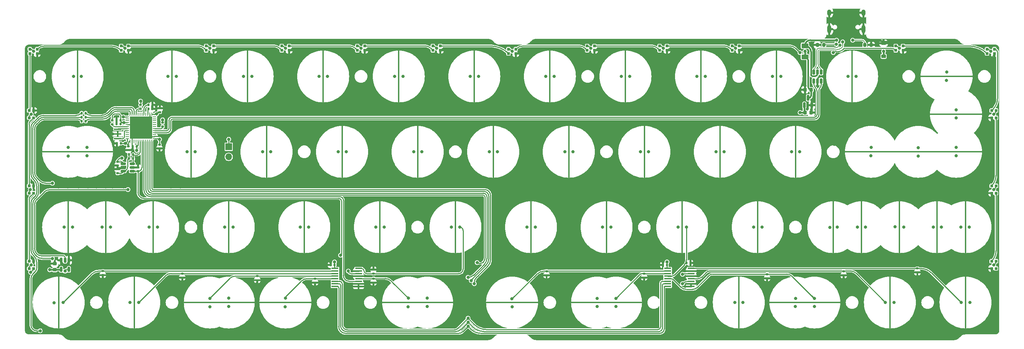
<source format=gbr>
%TF.GenerationSoftware,KiCad,Pcbnew,(7.0.0)*%
%TF.CreationDate,2024-04-06T15:18:24+02:00*%
%TF.ProjectId,forti EC,666f7274-6920-4454-932e-6b696361645f,rev?*%
%TF.SameCoordinates,Original*%
%TF.FileFunction,Copper,L4,Bot*%
%TF.FilePolarity,Positive*%
%FSLAX46Y46*%
G04 Gerber Fmt 4.6, Leading zero omitted, Abs format (unit mm)*
G04 Created by KiCad (PCBNEW (7.0.0)) date 2024-04-06 15:18:24*
%MOMM*%
%LPD*%
G01*
G04 APERTURE LIST*
G04 Aperture macros list*
%AMRoundRect*
0 Rectangle with rounded corners*
0 $1 Rounding radius*
0 $2 $3 $4 $5 $6 $7 $8 $9 X,Y pos of 4 corners*
0 Add a 4 corners polygon primitive as box body*
4,1,4,$2,$3,$4,$5,$6,$7,$8,$9,$2,$3,0*
0 Add four circle primitives for the rounded corners*
1,1,$1+$1,$2,$3*
1,1,$1+$1,$4,$5*
1,1,$1+$1,$6,$7*
1,1,$1+$1,$8,$9*
0 Add four rect primitives between the rounded corners*
20,1,$1+$1,$2,$3,$4,$5,0*
20,1,$1+$1,$4,$5,$6,$7,0*
20,1,$1+$1,$6,$7,$8,$9,0*
20,1,$1+$1,$8,$9,$2,$3,0*%
%AMFreePoly0*
4,1,17,0.124698,6.656366,0.180194,6.586777,0.200000,6.500000,0.200000,-6.500000,0.180194,-6.586777,0.124698,-6.656366,0.044504,-6.694986,-0.044504,-6.694986,-0.124698,-6.656366,-0.180194,-6.586777,-0.200000,-6.500000,-0.200000,6.500000,-0.180194,6.586777,-0.124698,6.656366,-0.044504,6.694986,0.044504,6.694986,0.124698,6.656366,0.124698,6.656366,$1*%
%AMFreePoly1*
4,1,17,0.124698,11.419366,0.180194,11.349777,0.200000,11.263000,0.200000,-6.500000,0.180194,-6.586777,0.124698,-6.656366,0.044504,-6.694986,-0.044504,-6.694986,-0.124698,-6.656366,-0.180194,-6.586777,-0.200000,-6.500000,-0.200000,11.263000,-0.180194,11.349777,-0.124698,11.419366,-0.044504,11.457986,0.044504,11.457986,0.124698,11.419366,0.124698,11.419366,$1*%
G04 Aperture macros list end*
%TA.AperFunction,SMDPad,CuDef*%
%ADD10FreePoly0,180.000000*%
%TD*%
%TA.AperFunction,SMDPad,CuDef*%
%ADD11FreePoly1,90.000000*%
%TD*%
%TA.AperFunction,SMDPad,CuDef*%
%ADD12FreePoly0,270.000000*%
%TD*%
%TA.AperFunction,ComponentPad*%
%ADD13O,1.000000X2.100000*%
%TD*%
%TA.AperFunction,ComponentPad*%
%ADD14O,1.000000X1.600000*%
%TD*%
%TA.AperFunction,SMDPad,CuDef*%
%ADD15FreePoly0,0.000000*%
%TD*%
%TA.AperFunction,SMDPad,CuDef*%
%ADD16FreePoly0,90.000000*%
%TD*%
%TA.AperFunction,SMDPad,CuDef*%
%ADD17FreePoly1,270.000000*%
%TD*%
%TA.AperFunction,SMDPad,CuDef*%
%ADD18RoundRect,0.105000X-0.245000X0.245000X-0.245000X-0.245000X0.245000X-0.245000X0.245000X0.245000X0*%
%TD*%
%TA.AperFunction,SMDPad,CuDef*%
%ADD19RoundRect,0.135000X-0.185000X0.135000X-0.185000X-0.135000X0.185000X-0.135000X0.185000X0.135000X0*%
%TD*%
%TA.AperFunction,SMDPad,CuDef*%
%ADD20RoundRect,0.105000X0.245000X0.245000X-0.245000X0.245000X-0.245000X-0.245000X0.245000X-0.245000X0*%
%TD*%
%TA.AperFunction,SMDPad,CuDef*%
%ADD21RoundRect,0.062500X-0.375000X-0.062500X0.375000X-0.062500X0.375000X0.062500X-0.375000X0.062500X0*%
%TD*%
%TA.AperFunction,SMDPad,CuDef*%
%ADD22RoundRect,0.062500X-0.062500X-0.375000X0.062500X-0.375000X0.062500X0.375000X-0.062500X0.375000X0*%
%TD*%
%TA.AperFunction,SMDPad,CuDef*%
%ADD23R,5.600000X5.600000*%
%TD*%
%TA.AperFunction,SMDPad,CuDef*%
%ADD24RoundRect,0.135000X0.185000X-0.135000X0.185000X0.135000X-0.185000X0.135000X-0.185000X-0.135000X0*%
%TD*%
%TA.AperFunction,SMDPad,CuDef*%
%ADD25RoundRect,0.200000X-0.200000X-0.275000X0.200000X-0.275000X0.200000X0.275000X-0.200000X0.275000X0*%
%TD*%
%TA.AperFunction,SMDPad,CuDef*%
%ADD26RoundRect,0.140000X0.140000X0.170000X-0.140000X0.170000X-0.140000X-0.170000X0.140000X-0.170000X0*%
%TD*%
%TA.AperFunction,SMDPad,CuDef*%
%ADD27RoundRect,0.135000X-0.135000X-0.185000X0.135000X-0.185000X0.135000X0.185000X-0.135000X0.185000X0*%
%TD*%
%TA.AperFunction,SMDPad,CuDef*%
%ADD28RoundRect,0.140000X0.170000X-0.140000X0.170000X0.140000X-0.170000X0.140000X-0.170000X-0.140000X0*%
%TD*%
%TA.AperFunction,SMDPad,CuDef*%
%ADD29RoundRect,0.200000X0.200000X0.275000X-0.200000X0.275000X-0.200000X-0.275000X0.200000X-0.275000X0*%
%TD*%
%TA.AperFunction,SMDPad,CuDef*%
%ADD30R,1.900000X0.400000*%
%TD*%
%TA.AperFunction,ComponentPad*%
%ADD31R,1.700000X1.700000*%
%TD*%
%TA.AperFunction,ComponentPad*%
%ADD32O,1.700000X1.700000*%
%TD*%
%TA.AperFunction,SMDPad,CuDef*%
%ADD33RoundRect,0.135000X0.135000X0.185000X-0.135000X0.185000X-0.135000X-0.185000X0.135000X-0.185000X0*%
%TD*%
%TA.AperFunction,SMDPad,CuDef*%
%ADD34RoundRect,0.150000X0.512500X0.150000X-0.512500X0.150000X-0.512500X-0.150000X0.512500X-0.150000X0*%
%TD*%
%TA.AperFunction,SMDPad,CuDef*%
%ADD35RoundRect,0.105000X0.245000X-0.245000X0.245000X0.245000X-0.245000X0.245000X-0.245000X-0.245000X0*%
%TD*%
%TA.AperFunction,SMDPad,CuDef*%
%ADD36R,1.778000X0.419100*%
%TD*%
%TA.AperFunction,SMDPad,CuDef*%
%ADD37RoundRect,0.150000X-0.150000X0.512500X-0.150000X-0.512500X0.150000X-0.512500X0.150000X0.512500X0*%
%TD*%
%TA.AperFunction,SMDPad,CuDef*%
%ADD38RoundRect,0.225000X0.375000X-0.225000X0.375000X0.225000X-0.375000X0.225000X-0.375000X-0.225000X0*%
%TD*%
%TA.AperFunction,SMDPad,CuDef*%
%ADD39RoundRect,0.140000X-0.140000X-0.170000X0.140000X-0.170000X0.140000X0.170000X-0.140000X0.170000X0*%
%TD*%
%TA.AperFunction,SMDPad,CuDef*%
%ADD40RoundRect,0.140000X-0.170000X0.140000X-0.170000X-0.140000X0.170000X-0.140000X0.170000X0.140000X0*%
%TD*%
%TA.AperFunction,SMDPad,CuDef*%
%ADD41RoundRect,0.150000X0.150000X-0.587500X0.150000X0.587500X-0.150000X0.587500X-0.150000X-0.587500X0*%
%TD*%
%TA.AperFunction,SMDPad,CuDef*%
%ADD42RoundRect,0.150000X0.150000X-0.512500X0.150000X0.512500X-0.150000X0.512500X-0.150000X-0.512500X0*%
%TD*%
%TA.AperFunction,SMDPad,CuDef*%
%ADD43RoundRect,0.225000X0.225000X0.250000X-0.225000X0.250000X-0.225000X-0.250000X0.225000X-0.250000X0*%
%TD*%
%TA.AperFunction,SMDPad,CuDef*%
%ADD44RoundRect,0.225000X-0.250000X0.225000X-0.250000X-0.225000X0.250000X-0.225000X0.250000X0.225000X0*%
%TD*%
%TA.AperFunction,SMDPad,CuDef*%
%ADD45RoundRect,0.250000X-0.625000X0.375000X-0.625000X-0.375000X0.625000X-0.375000X0.625000X0.375000X0*%
%TD*%
%TA.AperFunction,SMDPad,CuDef*%
%ADD46RoundRect,0.225000X-0.225000X-0.250000X0.225000X-0.250000X0.225000X0.250000X-0.225000X0.250000X0*%
%TD*%
%TA.AperFunction,ViaPad*%
%ADD47C,0.800000*%
%TD*%
%TA.AperFunction,Conductor*%
%ADD48C,0.250000*%
%TD*%
%TA.AperFunction,Conductor*%
%ADD49C,0.381000*%
%TD*%
%TA.AperFunction,Conductor*%
%ADD50C,0.500000*%
%TD*%
%TA.AperFunction,Conductor*%
%ADD51C,0.200000*%
%TD*%
G04 APERTURE END LIST*
D10*
%TO.P,SW_EC32,3,SG*%
%TO.N,GND*%
X173831250Y-79375000D03*
%TD*%
D11*
%TO.P,SW_EC13,3,SG*%
%TO.N,GND*%
X42862500Y-60325000D03*
%TD*%
D12*
%TO.P,SW_EC23,3,SG*%
%TO.N,GND*%
X240506250Y-60325000D03*
%TD*%
%TO.P,SW_EC40,3,SG*%
%TO.N,GND*%
X92868750Y-98425000D03*
%TD*%
D13*
%TO.P,J2,S1,SHIELD*%
%TO.N,GND*%
X238589114Y-29323749D03*
D14*
X238589114Y-25143749D03*
D13*
X229949114Y-29323749D03*
D14*
X229949114Y-25143749D03*
%TD*%
D10*
%TO.P,SW_EC27,3,SG*%
%TO.N,GND*%
X78581250Y-79375000D03*
%TD*%
D12*
%TO.P,SW_EC48,3,SG*%
%TO.N,GND*%
X261937500Y-50800000D03*
%TD*%
D11*
%TO.P,SW_EC41,3,SG*%
%TO.N,GND*%
X128587500Y-98425000D03*
%TD*%
D10*
%TO.P,SW_EC4,3,SG*%
%TO.N,GND*%
X102393750Y-41275000D03*
%TD*%
D15*
%TO.P,SW_EC47,3,SG*%
%TO.N,GND*%
X264318750Y-98425000D03*
%TD*%
%TO.P,SW_EC36,4,SG*%
%TO.N,GND*%
X257175000Y-79375000D03*
X264317954Y-79375000D03*
%TD*%
%TO.P,SW_EC18,3,SG*%
%TO.N,GND*%
X145256250Y-60325000D03*
%TD*%
D16*
%TO.P,SW_EC12,3,SG*%
%TO.N,GND*%
X259556250Y-41275000D03*
%TD*%
D10*
%TO.P,SW_EC25,3,SG*%
%TO.N,GND*%
X38100000Y-79375000D03*
%TD*%
D15*
%TO.P,SW_EC17,3,SG*%
%TO.N,GND*%
X126206250Y-60325000D03*
%TD*%
D10*
%TO.P,SW_EC2,3,SG*%
%TO.N,GND*%
X64293750Y-41275000D03*
%TD*%
D15*
%TO.P,SW_EC44,3,SG*%
%TO.N,GND*%
X207168750Y-98425000D03*
%TD*%
%TO.P,SW_EC50,3,SG*%
%TO.N,GND*%
X47625000Y-79375000D03*
%TD*%
D17*
%TO.P,SW_EC39,3,SG*%
%TO.N,GND*%
X73818750Y-98425000D03*
%TD*%
D10*
%TO.P,SW_EC5,3,SG*%
%TO.N,GND*%
X121443750Y-41275000D03*
%TD*%
%TO.P,SW_EC10,3,SG*%
%TO.N,GND*%
X216693750Y-41275000D03*
%TD*%
%TO.P,SW_EC30,3,SG*%
%TO.N,GND*%
X135731250Y-79375000D03*
%TD*%
%TO.P,SW_EC11,3,SG*%
%TO.N,GND*%
X235743750Y-41275000D03*
%TD*%
%TO.P,SW_EC31,3,SG*%
%TO.N,GND*%
X154781250Y-79375000D03*
%TD*%
%TO.P,SW_EC29,3,SG*%
%TO.N,GND*%
X116681250Y-79375000D03*
%TD*%
%TO.P,SW_EC28,3,SG*%
%TO.N,GND*%
X97631250Y-79375000D03*
%TD*%
%TO.P,SW_EC26,3,SG*%
%TO.N,GND*%
X59531250Y-79375000D03*
%TD*%
%TO.P,SW_EC9,3,SG*%
%TO.N,GND*%
X197643750Y-41275000D03*
%TD*%
%TO.P,SW_EC33,3,SG*%
%TO.N,GND*%
X192881250Y-79375000D03*
%TD*%
D16*
%TO.P,SW_EC49,3,SG*%
%TO.N,GND*%
X252412500Y-60325000D03*
%TD*%
D10*
%TO.P,SW_EC6,3,SG*%
%TO.N,GND*%
X140493750Y-41275000D03*
%TD*%
D15*
%TO.P,SW_EC14,3,SG*%
%TO.N,GND*%
X69056250Y-60325000D03*
%TD*%
D12*
%TO.P,SW_EC42,3,SG*%
%TO.N,GND*%
X150018750Y-98425000D03*
%TD*%
D10*
%TO.P,SW_EC34,3,SG*%
%TO.N,GND*%
X211931250Y-79375000D03*
%TD*%
%TO.P,SW_EC8,3,SG*%
%TO.N,GND*%
X178593750Y-41275000D03*
%TD*%
D15*
%TO.P,SW_EC20,3,SG*%
%TO.N,GND*%
X183356250Y-60325000D03*
%TD*%
%TO.P,SW_EC22,3,SG*%
%TO.N,GND*%
X221456250Y-60325000D03*
%TD*%
%TO.P,SW_EC46,3,SG*%
%TO.N,GND*%
X245268750Y-98425000D03*
%TD*%
D10*
%TO.P,SW_EC3,3,SG*%
%TO.N,GND*%
X83343750Y-41275000D03*
%TD*%
%TO.P,SW_EC38,3,SG*%
%TO.N,GND*%
X54768750Y-98425000D03*
%TD*%
%TO.P,SW_EC1,3,SG*%
%TO.N,GND*%
X40481250Y-41275000D03*
%TD*%
D16*
%TO.P,SW_EC24,3,SG*%
%TO.N,GND*%
X261937500Y-60325000D03*
%TD*%
D10*
%TO.P,SW_EC7,3,SG*%
%TO.N,GND*%
X159543750Y-41275000D03*
%TD*%
D15*
%TO.P,SW_EC35,4,SG*%
%TO.N,GND*%
X230981250Y-79375000D03*
X238124204Y-79375000D03*
%TD*%
%TO.P,SW_EC21,3,SG*%
%TO.N,GND*%
X202406250Y-60325000D03*
%TD*%
%TO.P,SW_EC16,3,SG*%
%TO.N,GND*%
X107156250Y-60325000D03*
%TD*%
D11*
%TO.P,SW_EC43,3,SG*%
%TO.N,GND*%
X176212500Y-98425000D03*
%TD*%
D17*
%TO.P,SW_EC45,3,SG*%
%TO.N,GND*%
X221456250Y-98425000D03*
%TD*%
D15*
%TO.P,SW_EC52,3,SG*%
%TO.N,GND*%
X247650000Y-79375000D03*
%TD*%
%TO.P,SW_EC19,3,SG*%
%TO.N,GND*%
X164306250Y-60325000D03*
%TD*%
D10*
%TO.P,SW_EC37,3,SG*%
%TO.N,GND*%
X35718750Y-98425000D03*
%TD*%
D15*
%TO.P,SW_EC15,3,SG*%
%TO.N,GND*%
X88106250Y-60325000D03*
%TD*%
D18*
%TO.P,LED2,1,DOUT*%
%TO.N,Net-(LED1-DIN)*%
X28268750Y-68935000D03*
%TO.P,LED2,2,VSS*%
%TO.N,GND*%
X29368750Y-68935000D03*
%TO.P,LED2,3,DIN*%
%TO.N,Net-(LED2-DIN)*%
X29368750Y-70765000D03*
%TO.P,LED2,4,VDD*%
%TO.N,+5V*%
X28268750Y-70765000D03*
%TD*%
D19*
%TO.P,R24,1*%
%TO.N,VBAT*%
X49212500Y-52311250D03*
%TO.P,R24,2*%
%TO.N,NRST*%
X49212500Y-53331250D03*
%TD*%
D20*
%TO.P,LED23,1,DOUT*%
%TO.N,Net-(LED22-DIN)*%
X150933750Y-34375000D03*
%TO.P,LED23,2,VSS*%
%TO.N,GND*%
X150933750Y-35475000D03*
%TO.P,LED23,3,DIN*%
%TO.N,Net-(LED23-DIN)*%
X149103750Y-35475000D03*
%TO.P,LED23,4,VDD*%
%TO.N,+5V*%
X149103750Y-34375000D03*
%TD*%
D21*
%TO.P,U8,1,VBAT*%
%TO.N,VBAT*%
X53012500Y-56975000D03*
%TO.P,U8,2,PC13*%
%TO.N,unconnected-(U8-PC13-Pad2)*%
X53012500Y-56475000D03*
%TO.P,U8,3,PC14*%
%TO.N,unconnected-(U8-PC14-Pad3)*%
X53012500Y-55975000D03*
%TO.P,U8,4,PC15*%
%TO.N,unconnected-(U8-PC15-Pad4)*%
X53012500Y-55475000D03*
%TO.P,U8,5,PH0*%
%TO.N,XTAL0*%
X53012500Y-54975000D03*
%TO.P,U8,6,PH1*%
%TO.N,XTAL1*%
X53012500Y-54475000D03*
%TO.P,U8,7,NRST*%
%TO.N,NRST*%
X53012500Y-53975000D03*
%TO.P,U8,8,VSSA*%
%TO.N,GND*%
X53012500Y-53475000D03*
%TO.P,U8,9,VREF+*%
%TO.N,VBAT*%
X53012500Y-52975000D03*
%TO.P,U8,10,PA0*%
%TO.N,unconnected-(U8-PA0-Pad10)*%
X53012500Y-52475000D03*
%TO.P,U8,11,PA1*%
%TO.N,unconnected-(U8-PA1-Pad11)*%
X53012500Y-51975000D03*
%TO.P,U8,12,PA2*%
%TO.N,RGB MCU*%
X53012500Y-51475000D03*
D22*
%TO.P,U8,13,PA3*%
%TO.N,Net-(U8-PA3)*%
X53700000Y-50787500D03*
%TO.P,U8,14,PA4*%
%TO.N,Net-(U8-PA4)*%
X54200000Y-50787500D03*
%TO.P,U8,15,PA5*%
%TO.N,Net-(U8-PA5)*%
X54700000Y-50787500D03*
%TO.P,U8,16,PA6*%
%TO.N,Net-(U8-PA6)*%
X55200000Y-50787500D03*
%TO.P,U8,17,PA7*%
%TO.N,unconnected-(U8-PA7-Pad17)*%
X55700000Y-50787500D03*
%TO.P,U8,18,PB0*%
%TO.N,unconnected-(U8-PB0-Pad18)*%
X56200000Y-50787500D03*
%TO.P,U8,19,PB1*%
%TO.N,unconnected-(U8-PB1-Pad19)*%
X56700000Y-50787500D03*
%TO.P,U8,20,PB2*%
%TO.N,BOOT1*%
X57200000Y-50787500D03*
%TO.P,U8,21,PB10*%
%TO.N,unconnected-(U8-PB10-Pad21)*%
X57700000Y-50787500D03*
%TO.P,U8,22,VCAP1*%
%TO.N,Net-(U8-VCAP1)*%
X58200000Y-50787500D03*
%TO.P,U8,23,VSS*%
%TO.N,GND*%
X58700000Y-50787500D03*
%TO.P,U8,24,VDD*%
%TO.N,VBAT*%
X59200000Y-50787500D03*
D21*
%TO.P,U8,25,PB12*%
%TO.N,unconnected-(U8-PB12-Pad25)*%
X59887500Y-51475000D03*
%TO.P,U8,26,PB13*%
%TO.N,unconnected-(U8-PB13-Pad26)*%
X59887500Y-51975000D03*
%TO.P,U8,27,PB14*%
%TO.N,unconnected-(U8-PB14-Pad27)*%
X59887500Y-52475000D03*
%TO.P,U8,28,PB15*%
%TO.N,unconnected-(U8-PB15-Pad28)*%
X59887500Y-52975000D03*
%TO.P,U8,29,PA8*%
%TO.N,unconnected-(U8-PA8-Pad29)*%
X59887500Y-53475000D03*
%TO.P,U8,30,PA9*%
%TO.N,unconnected-(U8-PA9-Pad30)*%
X59887500Y-53975000D03*
%TO.P,U8,31,PA10*%
%TO.N,Net-(U8-PA10)*%
X59887500Y-54475000D03*
%TO.P,U8,32,PA11*%
%TO.N,D_N*%
X59887500Y-54975000D03*
%TO.P,U8,33,PA12*%
%TO.N,D_P*%
X59887500Y-55475000D03*
%TO.P,U8,34,PA13*%
%TO.N,unconnected-(U8-PA13-Pad34)*%
X59887500Y-55975000D03*
%TO.P,U8,35,VSS*%
%TO.N,GND*%
X59887500Y-56475000D03*
%TO.P,U8,36,VDD*%
%TO.N,VBAT*%
X59887500Y-56975000D03*
D22*
%TO.P,U8,37,PA14*%
%TO.N,AMUX_SEL_2*%
X59200000Y-57662500D03*
%TO.P,U8,38,PA15*%
%TO.N,AMUX_SEL_1*%
X58700000Y-57662500D03*
%TO.P,U8,39,PB3*%
%TO.N,AMUX_SEL_0*%
X58200000Y-57662500D03*
%TO.P,U8,40,PB4*%
%TO.N,APLEX_EN_PIN_1*%
X57700000Y-57662500D03*
%TO.P,U8,41,PB5*%
%TO.N,APLEX_EN_PIN_0*%
X57200000Y-57662500D03*
%TO.P,U8,42,PB6*%
%TO.N,APLEX_OUT_PIN_0*%
X56700000Y-57662500D03*
%TO.P,U8,43,PB7*%
%TO.N,ADC*%
X56200000Y-57662500D03*
%TO.P,U8,44,BOOT0*%
%TO.N,BOOT0*%
X55700000Y-57662500D03*
%TO.P,U8,45,PB8*%
%TO.N,unconnected-(U8-PB8-Pad45)*%
X55200000Y-57662500D03*
%TO.P,U8,46,PB9*%
%TO.N,unconnected-(U8-PB9-Pad46)*%
X54700000Y-57662500D03*
%TO.P,U8,47,VSS*%
%TO.N,GND*%
X54200000Y-57662500D03*
%TO.P,U8,48,VDD*%
%TO.N,VBAT*%
X53700000Y-57662500D03*
D23*
%TO.P,U8,49,VSS*%
%TO.N,GND*%
X56449999Y-54224999D03*
%TD*%
D24*
%TO.P,R17,1*%
%TO.N,Net-(U8-PA10)*%
X61912500Y-53975000D03*
%TO.P,R17,2*%
%TO.N,VBAT*%
X61912500Y-52955000D03*
%TD*%
D25*
%TO.P,R1,1*%
%TO.N,/CC1*%
X238918750Y-33337500D03*
%TO.P,R1,2*%
%TO.N,GND*%
X240568750Y-33337500D03*
%TD*%
D26*
%TO.P,C22,1*%
%TO.N,VBAT*%
X51280000Y-53281250D03*
%TO.P,C22,2*%
%TO.N,GND*%
X50320000Y-53281250D03*
%TD*%
D19*
%TO.P,R8,1*%
%TO.N,COL3*%
X100336691Y-92358750D03*
%TO.P,R8,2*%
%TO.N,GND*%
X100336691Y-93378750D03*
%TD*%
D27*
%TO.P,R11,1*%
%TO.N,COL8*%
X193948643Y-88418191D03*
%TO.P,R11,2*%
%TO.N,GND*%
X194968643Y-88418191D03*
%TD*%
D28*
%TO.P,C4,1*%
%TO.N,APLEX_OUT_PIN_0*%
X55705048Y-65257684D03*
%TO.P,C4,2*%
%TO.N,GND*%
X55705048Y-64297684D03*
%TD*%
D20*
%TO.P,LED25,1,DOUT*%
%TO.N,Net-(LED24-DIN)*%
X93783750Y-33581250D03*
%TO.P,LED25,2,VSS*%
%TO.N,GND*%
X93783750Y-34681250D03*
%TO.P,LED25,3,DIN*%
%TO.N,Net-(LED25-DIN)*%
X91953750Y-34681250D03*
%TO.P,LED25,4,VDD*%
%TO.N,+5V*%
X91953750Y-33581250D03*
%TD*%
D19*
%TO.P,R18,1*%
%TO.N,COL4*%
X115093750Y-92358750D03*
%TO.P,R18,2*%
%TO.N,GND*%
X115093750Y-93378750D03*
%TD*%
D29*
%TO.P,R2,1*%
%TO.N,/CC2*%
X228631250Y-33337500D03*
%TO.P,R2,2*%
%TO.N,GND*%
X226981250Y-33337500D03*
%TD*%
D26*
%TO.P,C17,1*%
%TO.N,VBAT*%
X51373750Y-58193750D03*
%TO.P,C17,2*%
%TO.N,GND*%
X50413750Y-58193750D03*
%TD*%
D20*
%TO.P,LED30,1,DOUT*%
%TO.N,Net-(LED23-DIN)*%
X131883750Y-33581250D03*
%TO.P,LED30,2,VSS*%
%TO.N,GND*%
X131883750Y-34681250D03*
%TO.P,LED30,3,DIN*%
%TO.N,Net-(LED24-DOUT)*%
X130053750Y-34681250D03*
%TO.P,LED30,4,VDD*%
%TO.N,+5V*%
X130053750Y-33581250D03*
%TD*%
%TO.P,LED21,1,DOUT*%
%TO.N,Net-(LED20-DIN)*%
X189033750Y-33581250D03*
%TO.P,LED21,2,VSS*%
%TO.N,GND*%
X189033750Y-34681250D03*
%TO.P,LED21,3,DIN*%
%TO.N,Net-(LED21-DIN)*%
X187203750Y-34681250D03*
%TO.P,LED21,4,VDD*%
%TO.N,+5V*%
X187203750Y-33581250D03*
%TD*%
D30*
%TO.P,Y1,1,1*%
%TO.N,XTAL1*%
X50593749Y-54612499D03*
%TO.P,Y1,2,2*%
%TO.N,GND*%
X50593749Y-55812499D03*
%TO.P,Y1,3,3*%
%TO.N,XTAL0*%
X50593749Y-57012499D03*
%TD*%
D31*
%TO.P,SW1,1,A*%
%TO.N,VBAT*%
X78581249Y-59049999D03*
D32*
%TO.P,SW1,2,B*%
%TO.N,BOOT0*%
X78581249Y-61589999D03*
%TD*%
D20*
%TO.P,LED20,1,DOUT*%
%TO.N,Net-(LED19-DIN)*%
X207290000Y-33581250D03*
%TO.P,LED20,2,VSS*%
%TO.N,GND*%
X207290000Y-34681250D03*
%TO.P,LED20,3,DIN*%
%TO.N,Net-(LED20-DIN)*%
X205460000Y-34681250D03*
%TO.P,LED20,4,VDD*%
%TO.N,+5V*%
X205460000Y-33581250D03*
%TD*%
D33*
%TO.P,R26,1*%
%TO.N,ADC*%
X54485000Y-62029065D03*
%TO.P,R26,2*%
%TO.N,Net-(U3--)*%
X53465000Y-62029065D03*
%TD*%
D19*
%TO.P,R15,1*%
%TO.N,COL11*%
X252187965Y-89783782D03*
%TO.P,R15,2*%
%TO.N,GND*%
X252187965Y-90803782D03*
%TD*%
D34*
%TO.P,U3,1*%
%TO.N,ADC*%
X54260288Y-63343750D03*
%TO.P,U3,2,V-*%
%TO.N,GND*%
X54260288Y-64293750D03*
%TO.P,U3,3,+*%
%TO.N,APLEX_OUT_PIN_0*%
X54260288Y-65243750D03*
%TO.P,U3,4,-*%
%TO.N,Net-(U3--)*%
X51985288Y-65243750D03*
%TO.P,U3,5,V+*%
%TO.N,VBAT*%
X51985288Y-63343750D03*
%TD*%
D19*
%TO.P,R5,1*%
%TO.N,COL1*%
X66859797Y-91106023D03*
%TO.P,R5,2*%
%TO.N,GND*%
X66859797Y-92126023D03*
%TD*%
D35*
%TO.P,LED16,1,DOUT*%
%TO.N,Net-(LED15-DIN)*%
X272012500Y-70765000D03*
%TO.P,LED16,2,VSS*%
%TO.N,GND*%
X270912500Y-70765000D03*
%TO.P,LED16,3,DIN*%
%TO.N,Net-(LED16-DIN)*%
X270912500Y-68935000D03*
%TO.P,LED16,4,VDD*%
%TO.N,+5V*%
X272012500Y-68935000D03*
%TD*%
D36*
%TO.P,U7,1,A4*%
%TO.N,COL11*%
X195161839Y-89801699D03*
%TO.P,U7,2,A6*%
%TO.N,GND*%
X195161839Y-90451939D03*
%TO.P,U7,3,A*%
%TO.N,APLEX_OUT_PIN_0*%
X195161839Y-91102179D03*
%TO.P,U7,4,A7*%
%TO.N,GND*%
X195161839Y-91752419D03*
%TO.P,U7,5,A5*%
%TO.N,COL10*%
X195161839Y-92397579D03*
%TO.P,U7,6,~{E}*%
%TO.N,APLEX_EN_PIN_1*%
X195161839Y-93047819D03*
%TO.P,U7,7,VEE*%
%TO.N,GND*%
X195161839Y-93698059D03*
%TO.P,U7,8,GND*%
X195161839Y-94348299D03*
%TO.P,U7,9,S2*%
%TO.N,AMUX_SEL_2*%
X189213159Y-94348299D03*
%TO.P,U7,10,S1*%
%TO.N,AMUX_SEL_1*%
X189213159Y-93698059D03*
%TO.P,U7,11,S0*%
%TO.N,AMUX_SEL_0*%
X189213159Y-93047819D03*
%TO.P,U7,12,A3*%
%TO.N,COL9*%
X189213159Y-92397579D03*
%TO.P,U7,13,A0*%
%TO.N,COL8*%
X189213159Y-91752419D03*
%TO.P,U7,14,A1*%
%TO.N,COL7*%
X189213159Y-91102179D03*
%TO.P,U7,15,A2*%
%TO.N,COL6*%
X189213159Y-90451939D03*
%TO.P,U7,16,VCC*%
%TO.N,VBAT*%
X189213159Y-89801699D03*
%TD*%
D20*
%TO.P,LED26,1,DOUT*%
%TO.N,Net-(LED25-DIN)*%
X74733750Y-33581250D03*
%TO.P,LED26,2,VSS*%
%TO.N,GND*%
X74733750Y-34681250D03*
%TO.P,LED26,3,DIN*%
%TO.N,Net-(LED26-DIN)*%
X72903750Y-34681250D03*
%TO.P,LED26,4,VDD*%
%TO.N,+5V*%
X72903750Y-33581250D03*
%TD*%
D37*
%TO.P,U4,1*%
%TO.N,GND*%
X36356250Y-87762500D03*
%TO.P,U4,2*%
%TO.N,RGB MCU*%
X37306250Y-87762500D03*
%TO.P,U4,3,GND*%
%TO.N,GND*%
X38256250Y-87762500D03*
%TO.P,U4,4*%
%TO.N,rgb underglow*%
X38256250Y-90037500D03*
%TO.P,U4,5,VCC*%
%TO.N,+5V*%
X36356250Y-90037500D03*
%TD*%
D20*
%TO.P,LED31,1,DOUT*%
%TO.N,Net-(LED26-DIN)*%
X53302500Y-33581250D03*
%TO.P,LED31,2,VSS*%
%TO.N,GND*%
X53302500Y-34681250D03*
%TO.P,LED31,3,DIN*%
%TO.N,Net-(LED27-DOUT)*%
X51472500Y-34681250D03*
%TO.P,LED31,4,VDD*%
%TO.N,+5V*%
X51472500Y-33581250D03*
%TD*%
D36*
%TO.P,U5,1,A4*%
%TO.N,COL5*%
X111324339Y-89801699D03*
%TO.P,U5,2,A6*%
%TO.N,GND*%
X111324339Y-90451939D03*
%TO.P,U5,3,A*%
%TO.N,APLEX_OUT_PIN_0*%
X111324339Y-91102179D03*
%TO.P,U5,4,A7*%
%TO.N,GND*%
X111324339Y-91752419D03*
%TO.P,U5,5,A5*%
%TO.N,COL4*%
X111324339Y-92397579D03*
%TO.P,U5,6,~{E}*%
%TO.N,APLEX_EN_PIN_0*%
X111324339Y-93047819D03*
%TO.P,U5,7,VEE*%
%TO.N,GND*%
X111324339Y-93698059D03*
%TO.P,U5,8,GND*%
X111324339Y-94348299D03*
%TO.P,U5,9,S2*%
%TO.N,AMUX_SEL_2*%
X105375659Y-94348299D03*
%TO.P,U5,10,S1*%
%TO.N,AMUX_SEL_1*%
X105375659Y-93698059D03*
%TO.P,U5,11,S0*%
%TO.N,AMUX_SEL_0*%
X105375659Y-93047819D03*
%TO.P,U5,12,A3*%
%TO.N,COL3*%
X105375659Y-92397579D03*
%TO.P,U5,13,A0*%
%TO.N,COL2*%
X105375659Y-91752419D03*
%TO.P,U5,14,A1*%
%TO.N,COL1*%
X105375659Y-91102179D03*
%TO.P,U5,15,A2*%
%TO.N,COL0*%
X105375659Y-90451939D03*
%TO.P,U5,16,VCC*%
%TO.N,VBAT*%
X105375659Y-89801699D03*
%TD*%
D38*
%TO.P,D_PWR1,1,A1*%
%TO.N,+5V*%
X243681250Y-36172840D03*
%TO.P,D_PWR1,2,A2*%
%TO.N,GND*%
X243681250Y-32872840D03*
%TD*%
D18*
%TO.P,LED1,1,DOUT*%
%TO.N,Net-(LED1-DOUT)*%
X28268750Y-49885000D03*
%TO.P,LED1,2,VSS*%
%TO.N,GND*%
X29368750Y-49885000D03*
%TO.P,LED1,3,DIN*%
%TO.N,Net-(LED1-DIN)*%
X29368750Y-51715000D03*
%TO.P,LED1,4,VDD*%
%TO.N,+5V*%
X28268750Y-51715000D03*
%TD*%
D19*
%TO.P,R14,1*%
%TO.N,COL9*%
X214312500Y-91281250D03*
%TO.P,R14,2*%
%TO.N,GND*%
X214312500Y-92301250D03*
%TD*%
D20*
%TO.P,LED19,1,DOUT*%
%TO.N,Net-(LED18-DIN)*%
X248565000Y-33581250D03*
%TO.P,LED19,2,VSS*%
%TO.N,GND*%
X248565000Y-34681250D03*
%TO.P,LED19,3,DIN*%
%TO.N,Net-(LED19-DIN)*%
X246735000Y-34681250D03*
%TO.P,LED19,4,VDD*%
%TO.N,+5V*%
X246735000Y-33581250D03*
%TD*%
D35*
%TO.P,LED15,1,DOUT*%
%TO.N,unconnected-(LED15-DOUT-Pad1)*%
X272012500Y-89815000D03*
%TO.P,LED15,2,VSS*%
%TO.N,GND*%
X270912500Y-89815000D03*
%TO.P,LED15,3,DIN*%
%TO.N,Net-(LED15-DIN)*%
X270912500Y-87985000D03*
%TO.P,LED15,4,VDD*%
%TO.N,+5V*%
X272012500Y-87985000D03*
%TD*%
D19*
%TO.P,R12,1*%
%TO.N,COL7*%
X183336947Y-91098718D03*
%TO.P,R12,2*%
%TO.N,GND*%
X183336947Y-92118718D03*
%TD*%
D35*
%TO.P,LED17,1,DOUT*%
%TO.N,Net-(LED16-DIN)*%
X272012500Y-51715000D03*
%TO.P,LED17,2,VSS*%
%TO.N,GND*%
X270912500Y-51715000D03*
%TO.P,LED17,3,DIN*%
%TO.N,Net-(LED17-DIN)*%
X270912500Y-49885000D03*
%TO.P,LED17,4,VDD*%
%TO.N,+5V*%
X272012500Y-49885000D03*
%TD*%
D39*
%TO.P,C16,1*%
%TO.N,Net-(U8-VCAP1)*%
X58351250Y-49462500D03*
%TO.P,C16,2*%
%TO.N,GND*%
X59311250Y-49462500D03*
%TD*%
D40*
%TO.P,C19,1*%
%TO.N,VBAT*%
X61118750Y-58507500D03*
%TO.P,C19,2*%
%TO.N,GND*%
X61118750Y-59467500D03*
%TD*%
D28*
%TO.P,C3,1*%
%TO.N,GND*%
X50566538Y-63769503D03*
%TO.P,C3,2*%
%TO.N,VBAT*%
X50566538Y-62809503D03*
%TD*%
D40*
%TO.P,C20,1*%
%TO.N,VBAT*%
X53275000Y-58951250D03*
%TO.P,C20,2*%
%TO.N,GND*%
X53275000Y-59911250D03*
%TD*%
D41*
%TO.P,U2,1,GND*%
%TO.N,GND*%
X225581250Y-48532386D03*
%TO.P,U2,2,VO*%
%TO.N,VBAT*%
X223681250Y-48532386D03*
%TO.P,U2,3,VI*%
%TO.N,+5V*%
X224631250Y-46657386D03*
%TD*%
D20*
%TO.P,LED18,1,DOUT*%
%TO.N,Net-(LED17-DIN)*%
X271583750Y-34375000D03*
%TO.P,LED18,2,VSS*%
%TO.N,GND*%
X271583750Y-35475000D03*
%TO.P,LED18,3,DIN*%
%TO.N,Net-(LED18-DIN)*%
X269753750Y-35475000D03*
%TO.P,LED18,4,VDD*%
%TO.N,+5V*%
X269753750Y-34375000D03*
%TD*%
%TO.P,LED27,1,DOUT*%
%TO.N,Net-(LED27-DOUT)*%
X30283750Y-34375000D03*
%TO.P,LED27,2,VSS*%
%TO.N,GND*%
X30283750Y-35475000D03*
%TO.P,LED27,3,DIN*%
%TO.N,Net-(LED1-DOUT)*%
X28453750Y-35475000D03*
%TO.P,LED27,4,VDD*%
%TO.N,+5V*%
X28453750Y-34375000D03*
%TD*%
D26*
%TO.P,C21,1*%
%TO.N,VBAT*%
X51280000Y-52337500D03*
%TO.P,C21,2*%
%TO.N,GND*%
X50320000Y-52337500D03*
%TD*%
D24*
%TO.P,R23,1*%
%TO.N,Net-(U3--)*%
X50578259Y-65734247D03*
%TO.P,R23,2*%
%TO.N,GND*%
X50578259Y-64714247D03*
%TD*%
D19*
%TO.P,R7,1*%
%TO.N,COL0*%
X46831250Y-90487500D03*
%TO.P,R7,2*%
%TO.N,GND*%
X46831250Y-91507500D03*
%TD*%
D33*
%TO.P,R25,1*%
%TO.N,GND*%
X59341250Y-48468750D03*
%TO.P,R25,2*%
%TO.N,BOOT1*%
X58321250Y-48468750D03*
%TD*%
D26*
%TO.P,C10,1*%
%TO.N,VBAT*%
X105255000Y-88900000D03*
%TO.P,C10,2*%
%TO.N,GND*%
X104295000Y-88900000D03*
%TD*%
D42*
%TO.P,U1,1,I/O1*%
%TO.N,D_P*%
X227962500Y-42412500D03*
%TO.P,U1,2,GND*%
%TO.N,GND*%
X227012500Y-42412500D03*
%TO.P,U1,3,I/O2*%
%TO.N,D_N*%
X226062500Y-42412500D03*
%TO.P,U1,4,I/O2*%
%TO.N,D_USB_N*%
X226062500Y-40137500D03*
%TO.P,U1,5,VBUS*%
%TO.N,VBUS*%
X227012500Y-40137500D03*
%TO.P,U1,6,I/O1*%
%TO.N,D_USB_P*%
X227962500Y-40137500D03*
%TD*%
D19*
%TO.P,R22,1*%
%TO.N,ROW0*%
X56349625Y-48470642D03*
%TO.P,R22,2*%
%TO.N,Net-(U8-PA6)*%
X56349625Y-49490642D03*
%TD*%
D20*
%TO.P,LED24,1,DOUT*%
%TO.N,Net-(LED24-DOUT)*%
X112833750Y-33581250D03*
%TO.P,LED24,2,VSS*%
%TO.N,GND*%
X112833750Y-34681250D03*
%TO.P,LED24,3,DIN*%
%TO.N,Net-(LED24-DIN)*%
X111003750Y-34681250D03*
%TO.P,LED24,4,VDD*%
%TO.N,+5V*%
X111003750Y-33581250D03*
%TD*%
D43*
%TO.P,C2,1*%
%TO.N,GND*%
X225407058Y-50424759D03*
%TO.P,C2,2*%
%TO.N,VBAT*%
X223857058Y-50424759D03*
%TD*%
D33*
%TO.P,R27,1*%
%TO.N,BOOT0*%
X55372500Y-58987500D03*
%TO.P,R27,2*%
%TO.N,GND*%
X54352500Y-58987500D03*
%TD*%
D19*
%TO.P,R16,1*%
%TO.N,COL10*%
X233614521Y-90547112D03*
%TO.P,R16,2*%
%TO.N,GND*%
X233614521Y-91567112D03*
%TD*%
D33*
%TO.P,R20,1*%
%TO.N,Net-(U8-PA4)*%
X42512505Y-51593750D03*
%TO.P,R20,2*%
%TO.N,ROW2*%
X41492505Y-51593750D03*
%TD*%
D44*
%TO.P,C12,1*%
%TO.N,GND*%
X34692920Y-88600438D03*
%TO.P,C12,2*%
%TO.N,+5V*%
X34692920Y-90150438D03*
%TD*%
D33*
%TO.P,R6,1*%
%TO.N,ADC*%
X54485000Y-61020669D03*
%TO.P,R6,2*%
%TO.N,Net-(U3--)*%
X53465000Y-61020669D03*
%TD*%
D19*
%TO.P,R13,1*%
%TO.N,COL6*%
X158719886Y-90521552D03*
%TO.P,R13,2*%
%TO.N,GND*%
X158719886Y-91541552D03*
%TD*%
D45*
%TO.P,F1,1*%
%TO.N,VBUS*%
X223837500Y-33525000D03*
%TO.P,F1,2*%
%TO.N,+5V*%
X223837500Y-36325000D03*
%TD*%
D33*
%TO.P,R19,1*%
%TO.N,Net-(U8-PA3)*%
X42525754Y-52602880D03*
%TO.P,R19,2*%
%TO.N,ROW1*%
X41505754Y-52602880D03*
%TD*%
D20*
%TO.P,LED22,1,DOUT*%
%TO.N,Net-(LED21-DIN)*%
X170777500Y-33581250D03*
%TO.P,LED22,2,VSS*%
%TO.N,GND*%
X170777500Y-34681250D03*
%TO.P,LED22,3,DIN*%
%TO.N,Net-(LED22-DIN)*%
X168947500Y-34681250D03*
%TO.P,LED22,4,VDD*%
%TO.N,+5V*%
X168947500Y-33581250D03*
%TD*%
D18*
%TO.P,LED3,1,DOUT*%
%TO.N,Net-(LED2-DIN)*%
X28268750Y-87985000D03*
%TO.P,LED3,2,VSS*%
%TO.N,GND*%
X29368750Y-87985000D03*
%TO.P,LED3,3,DIN*%
%TO.N,rgb underglow*%
X29368750Y-89815000D03*
%TO.P,LED3,4,VDD*%
%TO.N,+5V*%
X28268750Y-89815000D03*
%TD*%
D28*
%TO.P,C18,1*%
%TO.N,VBAT*%
X61212500Y-50292500D03*
%TO.P,C18,2*%
%TO.N,GND*%
X61212500Y-49332500D03*
%TD*%
D19*
%TO.P,R4,1*%
%TO.N,COL2*%
X85778534Y-91759061D03*
%TO.P,R4,2*%
%TO.N,GND*%
X85778534Y-92779061D03*
%TD*%
D26*
%TO.P,C15,1*%
%TO.N,VBAT*%
X189027024Y-88929977D03*
%TO.P,C15,2*%
%TO.N,GND*%
X188067024Y-88929977D03*
%TD*%
D46*
%TO.P,C1,1*%
%TO.N,GND*%
X223856250Y-44632386D03*
%TO.P,C1,2*%
%TO.N,+5V*%
X225406250Y-44632386D03*
%TD*%
D24*
%TO.P,R9,1*%
%TO.N,COL5*%
X115093750Y-91113750D03*
%TO.P,R9,2*%
%TO.N,GND*%
X115093750Y-90093750D03*
%TD*%
D27*
%TO.P,R21,1*%
%TO.N,ROW3*%
X41472631Y-50537229D03*
%TO.P,R21,2*%
%TO.N,Net-(U8-PA5)*%
X42492631Y-50537229D03*
%TD*%
D47*
%TO.N,ROW0*%
X120446563Y-41265150D03*
X63296563Y-41265150D03*
X234746563Y-41265150D03*
X101396563Y-41265150D03*
X158546563Y-41265150D03*
X259566099Y-40184057D03*
X177596563Y-41265150D03*
X56356250Y-47556835D03*
X215696563Y-41265150D03*
X196646563Y-41265150D03*
X139496563Y-41265150D03*
X82346563Y-41265150D03*
X39484063Y-41265150D03*
%TO.N,ROW1*%
X146347193Y-60334849D03*
X108247193Y-60334849D03*
X222547193Y-60334849D03*
X261947349Y-59234057D03*
X70147193Y-60334849D03*
X184447193Y-60334849D03*
X89197193Y-60334849D03*
X261927650Y-51797187D03*
X252422350Y-59327813D03*
X165397193Y-60334849D03*
X42853317Y-61365843D03*
X38066377Y-61395392D03*
X203497193Y-60334849D03*
X127297193Y-60334849D03*
X34131250Y-68262500D03*
X240516099Y-59234057D03*
%TO.N,ROW2*%
X172834063Y-79365150D03*
X34131250Y-87312500D03*
X96634063Y-79365150D03*
X37102813Y-79365150D03*
X246529637Y-79295055D03*
X134734063Y-79365150D03*
X191884063Y-79365150D03*
X115684063Y-79365150D03*
X77584063Y-79365150D03*
X210934063Y-79365150D03*
X58534063Y-79365150D03*
X48742320Y-79374269D03*
X239104273Y-79375000D03*
X263182718Y-79365150D03*
X230122496Y-79438504D03*
X153784063Y-79365150D03*
X258265943Y-79384849D03*
%TO.N,ROW3*%
X73820884Y-99471798D03*
X265471697Y-98372314D03*
X53681202Y-98446022D03*
X31043276Y-105568750D03*
X221450091Y-99449859D03*
X226206782Y-99445104D03*
X123791377Y-99495392D03*
X34573760Y-98463584D03*
X92831232Y-99473933D03*
X171453003Y-99425031D03*
X150018749Y-99494327D03*
X128578317Y-99465843D03*
X246315548Y-98407438D03*
X208203840Y-98389876D03*
X78597744Y-99436674D03*
X176239943Y-99395482D03*
%TO.N,COL0*%
X36839256Y-98393336D03*
X42868091Y-59223540D03*
X38110701Y-59223540D03*
X39190943Y-79384849D03*
X46654190Y-79354570D03*
X41389823Y-41286482D03*
%TO.N,COL1*%
X68059063Y-60315150D03*
X65384693Y-41284849D03*
X60622193Y-79384849D03*
X55858888Y-98428460D03*
%TO.N,COL2*%
X79672193Y-79384849D03*
X87109063Y-60315150D03*
X84434693Y-41284849D03*
X73832592Y-97364359D03*
X78574328Y-97329235D03*
%TO.N,COL3*%
X103484693Y-41284849D03*
X92854648Y-97331370D03*
X98722193Y-79384849D03*
X106159063Y-60315150D03*
%TO.N,COL4*%
X128593091Y-97323540D03*
X122534693Y-41284849D03*
X123835701Y-97323540D03*
X117772193Y-79384849D03*
X125209063Y-60315150D03*
%TO.N,COL5*%
X141584693Y-41284849D03*
X144259063Y-60315150D03*
X136822193Y-79384849D03*
%TO.N,COL6*%
X155872193Y-79384849D03*
X149989384Y-97515419D03*
X160634693Y-41284849D03*
X163309063Y-60315150D03*
%TO.N,COL7*%
X176205215Y-97356207D03*
X179684693Y-41284849D03*
X171447825Y-97356207D03*
X174922193Y-79384849D03*
X182359063Y-60315150D03*
%TO.N,COL8*%
X206143233Y-98424999D03*
X198734693Y-41284849D03*
X193972193Y-79384849D03*
X201409063Y-60315150D03*
%TO.N,COL9*%
X221456250Y-97361082D03*
X226225305Y-97384498D03*
X213022193Y-79384849D03*
X217784693Y-41284849D03*
X220459063Y-60315150D03*
%TO.N,COL10*%
X236775981Y-41265063D03*
X232004448Y-79382730D03*
X240496400Y-61322187D03*
X237114805Y-79351809D03*
X244120299Y-98372314D03*
%TO.N,COL11*%
X261927650Y-61322187D03*
X259546400Y-42272187D03*
X248729976Y-79363815D03*
X265270848Y-79384849D03*
X261947349Y-49709057D03*
X252402651Y-61415943D03*
X256169753Y-79370819D03*
X263206200Y-98425000D03*
%TO.N,GND*%
X245268750Y-32543750D03*
X142875000Y-92075000D03*
X99574669Y-86421548D03*
X46831249Y-92404959D03*
X62415739Y-51112374D03*
X85725000Y-93662500D03*
X38036163Y-69173502D03*
X233786087Y-86427070D03*
X103574768Y-69089833D03*
X233801013Y-88173417D03*
X157144029Y-92145745D03*
X99217910Y-93606665D03*
X45243750Y-47749748D03*
X140888842Y-71977863D03*
X84531235Y-72935569D03*
X220269083Y-48360653D03*
X75491014Y-34474500D03*
X198064046Y-67343486D03*
X163153409Y-50072355D03*
X113506250Y-34474500D03*
X225574507Y-32905222D03*
X103588867Y-72935569D03*
X120186900Y-67343486D03*
X51649500Y-67126695D03*
X214312500Y-93378750D03*
X151752252Y-35029165D03*
X52065521Y-70649784D03*
X157656924Y-86450520D03*
X108818492Y-88192110D03*
X40711322Y-69173502D03*
X51649500Y-60304924D03*
X31984915Y-90073723D03*
X103630454Y-50072355D03*
X49614449Y-58201170D03*
X50318142Y-51452431D03*
X66364157Y-69157000D03*
X231226409Y-58486070D03*
X37348720Y-50237116D03*
X195875178Y-86425478D03*
X157671850Y-88166491D03*
X106011704Y-50072355D03*
X160038174Y-86450520D03*
X65435044Y-88163648D03*
X38051486Y-70649784D03*
X157599012Y-67343486D03*
X103559842Y-67343486D03*
X101218957Y-72935569D03*
X195697722Y-69089833D03*
X125027440Y-53017610D03*
X82151626Y-69089833D03*
X124978915Y-86382109D03*
X122647549Y-50063284D03*
X37306250Y-89024500D03*
X49315196Y-70649784D03*
X56450000Y-54225000D03*
X125023693Y-88208062D03*
X217038771Y-67343486D03*
X160771032Y-53017610D03*
X236186398Y-86427070D03*
X60325000Y-49462500D03*
X84476632Y-53017610D03*
X31750000Y-65881250D03*
X45234485Y-70690592D03*
X237009478Y-52755238D03*
X239340924Y-50090466D03*
X60346228Y-67227845D03*
X198691242Y-86427070D03*
X144135776Y-53017610D03*
X201087418Y-88173417D03*
X122568150Y-67343486D03*
X217053697Y-69089833D03*
X49306250Y-55812500D03*
X65400334Y-86330050D03*
X108811800Y-86351868D03*
X231223392Y-55746369D03*
X40726644Y-70649784D03*
X201303058Y-53017610D03*
X43991515Y-86253585D03*
X138518932Y-71977863D03*
X198923110Y-50149655D03*
X231131457Y-52896393D03*
X145359157Y-88166491D03*
X41655043Y-88213507D03*
X228051409Y-69074589D03*
X175907735Y-88166491D03*
X239325998Y-48344119D03*
X32543750Y-88106250D03*
X84517950Y-67343486D03*
X63019084Y-86330050D03*
X223837500Y-43656250D03*
X160053100Y-88166491D03*
X157613938Y-69089833D03*
X47717138Y-70649784D03*
X138523537Y-67343486D03*
X221036067Y-88173417D03*
X233895768Y-64474366D03*
X120217858Y-71977863D03*
X178219333Y-67343486D03*
X84474299Y-88173417D03*
X138538463Y-69089833D03*
X49314423Y-69156626D03*
X271358335Y-90633502D03*
X201289434Y-48331499D03*
X136933708Y-88166250D03*
X217899099Y-53017610D03*
X249237500Y-34474500D03*
X180600583Y-67343486D03*
X82093049Y-88173417D03*
X34869412Y-50207003D03*
X44036293Y-88213507D03*
X63967981Y-67343486D03*
X47625000Y-69173502D03*
X86854135Y-48326008D03*
X47625000Y-47734822D03*
X65309102Y-52994006D03*
X115093750Y-94456250D03*
X218654817Y-88173417D03*
X138505282Y-86405169D03*
X140446316Y-90170000D03*
X125028799Y-50063284D03*
X28993250Y-67992621D03*
X201304360Y-50149655D03*
X63995648Y-72935569D03*
X29178250Y-48748857D03*
X48163942Y-54405074D03*
X159995188Y-69089833D03*
X60325000Y-48668750D03*
X236182263Y-88173417D03*
X180615509Y-69089833D03*
X138533180Y-90090945D03*
X103614779Y-53017610D03*
X67908521Y-48284415D03*
X217902759Y-50107000D03*
X29039604Y-87271173D03*
X82078123Y-86427070D03*
X61118750Y-60575000D03*
X220284009Y-50107000D03*
X144126664Y-50072355D03*
X178274059Y-86400144D03*
X138564802Y-88179086D03*
X189706250Y-34474500D03*
X55690488Y-63349760D03*
X271288000Y-52533502D03*
X233614521Y-92429178D03*
X84532876Y-69089833D03*
X201072492Y-86427070D03*
X31750000Y-54768750D03*
X94541014Y-34474500D03*
X214672447Y-69089833D03*
X86869061Y-50072355D03*
X127420503Y-90152270D03*
X43092572Y-69173502D03*
X230981250Y-67211285D03*
X66349231Y-67343486D03*
X54059764Y-34474500D03*
X63982907Y-69157000D03*
X198921808Y-53017610D03*
X82136700Y-67343486D03*
X218639891Y-86427070D03*
X159980262Y-67343486D03*
X52065521Y-69165891D03*
X62400813Y-49366027D03*
X65390949Y-50407757D03*
X207962500Y-34474500D03*
X84487811Y-50072355D03*
X226164140Y-47625000D03*
X144320200Y-90187090D03*
X116042096Y-90101323D03*
X198078972Y-69089833D03*
X86857882Y-53017610D03*
X122587768Y-71977863D03*
X140904787Y-67343486D03*
X195682796Y-67343486D03*
X31750000Y-73025000D03*
X49315196Y-67036356D03*
X105996029Y-53017610D03*
X230981250Y-69074589D03*
X220280349Y-53017610D03*
X125013873Y-48316937D03*
X163152282Y-53017610D03*
X141754526Y-53017610D03*
X63053794Y-88163648D03*
X198706168Y-88173417D03*
X132556250Y-34474500D03*
X67860219Y-50447908D03*
X66857705Y-93100329D03*
X127360165Y-86382109D03*
X101178592Y-67343486D03*
X234012077Y-52789136D03*
X39727650Y-50217041D03*
X125033034Y-90152270D03*
X196849999Y-93210632D03*
X104255497Y-88162000D03*
X236959674Y-50090466D03*
X101193518Y-69089833D03*
X228232261Y-64457189D03*
X35670236Y-70649784D03*
X56446589Y-67197732D03*
X101955919Y-86421548D03*
X160772159Y-50072355D03*
X182230808Y-53017610D03*
X41610265Y-86253585D03*
X120201826Y-69089833D03*
X214657521Y-67343486D03*
X105996778Y-48326008D03*
X45243750Y-50180831D03*
X145359157Y-85725000D03*
X179849558Y-53017610D03*
X188066046Y-88162000D03*
X271288000Y-71583502D03*
X66365558Y-72935569D03*
X182213959Y-48331499D03*
X60376341Y-69124967D03*
X82161325Y-72935569D03*
X252189404Y-91787972D03*
X105305304Y-86392019D03*
X195842419Y-88418191D03*
X99603792Y-88165954D03*
X182228885Y-50072355D03*
X122646190Y-53017610D03*
X270510000Y-36830000D03*
X163138483Y-48331499D03*
X63722314Y-49380953D03*
X51649500Y-64293750D03*
X67928937Y-52948837D03*
X31102252Y-35029165D03*
X127404943Y-88208062D03*
X221021141Y-86427070D03*
X178288985Y-88166491D03*
X144116531Y-48331499D03*
X84459373Y-86427070D03*
X160063491Y-92075000D03*
X141745414Y-50072355D03*
X171534764Y-34474500D03*
X178234259Y-69089833D03*
X43096554Y-70649784D03*
X142467948Y-85733722D03*
X53977319Y-67107393D03*
X122583076Y-69089833D03*
X140919713Y-69089833D03*
X56461645Y-69200250D03*
X45243750Y-69173502D03*
X228033069Y-67123295D03*
X230981250Y-64465314D03*
X35654913Y-69173502D03*
X228600000Y-41275000D03*
X179847635Y-50072355D03*
X183336947Y-93196218D03*
%TO.N,+5V*%
X28577887Y-69881575D03*
X270668750Y-34925000D03*
X92868750Y-34131250D03*
X73818750Y-34131250D03*
X271462500Y-88900000D03*
X206375000Y-34131250D03*
X188118750Y-34131250D03*
X223837500Y-34925000D03*
X52387500Y-34131250D03*
X111918750Y-34131250D03*
X150018750Y-34925000D03*
X169862500Y-34131250D03*
X28764693Y-50788293D03*
X243681250Y-34925000D03*
X28764750Y-88888271D03*
X271462500Y-50800000D03*
X29368750Y-34925000D03*
X130968750Y-34131250D03*
X271462500Y-69850000D03*
X33479205Y-90148462D03*
X247650000Y-34131250D03*
%TO.N,VBAT*%
X105255000Y-88162000D03*
X189065547Y-88162000D03*
X60372179Y-50759648D03*
X52136683Y-52970429D03*
X52481250Y-58193750D03*
X222633751Y-50406984D03*
X61118750Y-57150000D03*
X61919191Y-52237707D03*
X51649500Y-61912500D03*
X78581250Y-57150000D03*
%TO.N,VBUS*%
X231805189Y-32091019D03*
%TO.N,/CC1*%
X235873674Y-32108164D03*
%TO.N,D_USB_P*%
X233362500Y-32543750D03*
%TO.N,D_USB_N*%
X232686455Y-33405708D03*
%TO.N,/CC2*%
X231738688Y-33088307D03*
%TO.N,BOOT0*%
X55375129Y-60006366D03*
%TO.N,RGB MCU*%
X53181250Y-69850000D03*
X52004500Y-51530859D03*
%TO.N,rgb underglow*%
X28613667Y-90757379D03*
X37306250Y-90487500D03*
%TO.N,Net-(LED19-DIN)*%
X230981250Y-35230750D03*
X222596597Y-35247562D03*
%TO.N,APLEX_OUT_PIN_0*%
X108743750Y-90487500D03*
X106775500Y-86463000D03*
X192981250Y-91306766D03*
%TO.N,AMUX_SEL_2*%
X138906250Y-104442948D03*
X140493750Y-93662500D03*
%TO.N,AMUX_SEL_1*%
X139700000Y-92868750D03*
X138906250Y-103418349D03*
%TO.N,AMUX_SEL_0*%
X138906250Y-102393750D03*
X138906250Y-92075000D03*
%TO.N,APLEX_EN_PIN_1*%
X141191812Y-88337928D03*
X192981250Y-93688016D03*
%TD*%
D48*
%TO.N,ROW0*%
X56356250Y-47556835D02*
X56356250Y-48459228D01*
X56356250Y-48459228D02*
X56338753Y-48476725D01*
%TO.N,ROW1*%
X30204537Y-53250117D02*
X30825118Y-52629536D01*
X29618750Y-65491597D02*
X29618750Y-54664331D01*
X41275693Y-52372819D02*
X41505754Y-52602880D01*
X32239331Y-52043750D02*
X40481250Y-52043750D01*
X30975439Y-67676713D02*
X30204536Y-66905810D01*
X34131250Y-68262500D02*
X32389653Y-68262500D01*
X30975462Y-67676690D02*
G75*
G03*
X32389653Y-68262500I1414238J1414190D01*
G01*
X30204532Y-53250112D02*
G75*
G03*
X29618750Y-54664331I1414168J-1414188D01*
G01*
X32239331Y-52043758D02*
G75*
G03*
X30825118Y-52629536I-31J-1999942D01*
G01*
X29618738Y-65491597D02*
G75*
G03*
X30204536Y-66905810I1999962J-3D01*
G01*
X41275726Y-52372786D02*
G75*
G03*
X40481250Y-52043750I-794426J-794514D01*
G01*
%TO.N,ROW2*%
X30638721Y-52179537D02*
X29754536Y-53063722D01*
X29168750Y-73569823D02*
X29168750Y-84910191D01*
X41492505Y-51593750D02*
X32052935Y-51593750D01*
X29754537Y-86324405D02*
X30156846Y-86726714D01*
X31571059Y-87312500D02*
X34131250Y-87312500D01*
X30612500Y-68778597D02*
X30612500Y-70722879D01*
X29754537Y-67092207D02*
X30026714Y-67364384D01*
X29168750Y-54477935D02*
X29168750Y-65677993D01*
X30206079Y-71704067D02*
X29754536Y-72155610D01*
X29168742Y-84910191D02*
G75*
G03*
X29754537Y-86324405I1999958J-9D01*
G01*
X29168741Y-65677993D02*
G75*
G03*
X29754537Y-67092207I1999959J-7D01*
G01*
X30156866Y-86726694D02*
G75*
G03*
X31571059Y-87312500I1414234J1414194D01*
G01*
X30206087Y-71704075D02*
G75*
G03*
X30612500Y-70722879I-981187J981175D01*
G01*
X30612502Y-68778597D02*
G75*
G03*
X30026714Y-67364384I-2000002J-3D01*
G01*
X29754535Y-72155609D02*
G75*
G03*
X29168750Y-73569823I1414165J-1414191D01*
G01*
X32052935Y-51593761D02*
G75*
G03*
X30638722Y-52179538I-35J-1999939D01*
G01*
X29754529Y-53063715D02*
G75*
G03*
X29168750Y-54477935I1414171J-1414185D01*
G01*
%TO.N,ROW3*%
X30162500Y-88197191D02*
X30162500Y-89790461D01*
X30452325Y-51729537D02*
X29304536Y-52877326D01*
X30162500Y-105568750D02*
X31043276Y-105568750D01*
X30162500Y-68964993D02*
X30162500Y-70692674D01*
X29866522Y-71407228D02*
X29304537Y-71969213D01*
X29848977Y-90547373D02*
X29317917Y-91078433D01*
X29292614Y-67266680D02*
X29576713Y-67550779D01*
X40037683Y-51143750D02*
X31866539Y-51143750D01*
X28718750Y-73383427D02*
X28718750Y-85096587D01*
X28732130Y-92492647D02*
X28732130Y-104138380D01*
X29304536Y-86510800D02*
X29576713Y-86782977D01*
X28718750Y-54291539D02*
X28718750Y-65881250D01*
X41472631Y-50537229D02*
X41451897Y-50557963D01*
X31866539Y-51143764D02*
G75*
G03*
X30452326Y-51729538I-39J-1999936D01*
G01*
X30162506Y-88197191D02*
G75*
G03*
X29576713Y-86782977I-2000006J-9D01*
G01*
X29304527Y-52877317D02*
G75*
G03*
X28718750Y-54291539I1414173J-1414183D01*
G01*
X29304534Y-71969210D02*
G75*
G03*
X28718750Y-73383427I1414166J-1414190D01*
G01*
X28732150Y-104138380D02*
G75*
G03*
X30162500Y-105568750I1430350J-20D01*
G01*
X40037683Y-51143752D02*
G75*
G03*
X41451897Y-50557963I17J1999952D01*
G01*
X29848989Y-90547385D02*
G75*
G03*
X30162500Y-89790461I-756889J756885D01*
G01*
X30162504Y-68964993D02*
G75*
G03*
X29576712Y-67550780I-2000004J-7D01*
G01*
X28718749Y-65881250D02*
G75*
G03*
X29292614Y-67266680I1959291J0D01*
G01*
X29317900Y-91078416D02*
G75*
G03*
X28732130Y-92492647I1414200J-1414184D01*
G01*
X29866528Y-71407234D02*
G75*
G03*
X30162500Y-70692674I-714528J714534D01*
G01*
X28718745Y-85096587D02*
G75*
G03*
X29304536Y-86510800I1999955J-13D01*
G01*
%TO.N,COL0*%
X46037500Y-90451940D02*
X105375660Y-90451940D01*
X36839256Y-98393336D02*
X43891926Y-91340666D01*
X46037500Y-90451929D02*
G75*
G03*
X43891926Y-91340666I0J-3034271D01*
G01*
%TO.N,COL1*%
X62599381Y-91687967D02*
X59681174Y-94606174D01*
X105375660Y-91102180D02*
X64013595Y-91102180D01*
X59681174Y-94606174D02*
X55858888Y-98428460D01*
X64013595Y-91102183D02*
G75*
G03*
X62599381Y-91687967I5J-2000017D01*
G01*
%TO.N,COL2*%
X73800065Y-97367459D02*
X73803165Y-97364359D01*
X105375660Y-91752420D02*
X80243531Y-91752420D01*
X78829317Y-92338207D02*
X73832592Y-97334932D01*
X73803165Y-97364359D02*
X73832592Y-97364359D01*
X73832592Y-97334932D02*
X73832592Y-97364359D01*
X80243531Y-91752437D02*
G75*
G03*
X78829318Y-92338208I-31J-1999963D01*
G01*
%TO.N,COL3*%
X92952346Y-96921096D02*
X96804720Y-93068722D01*
X98425000Y-92397580D02*
X101600000Y-92397580D01*
X100336691Y-92358750D02*
X100375521Y-92397580D01*
X100375521Y-92397580D02*
X101600000Y-92397580D01*
X101600000Y-92397580D02*
X105375660Y-92397580D01*
X98425000Y-92397580D02*
G75*
G03*
X96804720Y-93068722I0J-2291420D01*
G01*
%TO.N,COL4*%
X115093750Y-92358750D02*
X118042485Y-92358750D01*
X119456699Y-92944537D02*
X120015456Y-93503294D01*
X123835701Y-97323540D02*
X120015456Y-93503294D01*
X115054920Y-92397580D02*
X115093750Y-92358750D01*
X111324340Y-92397580D02*
X115054920Y-92397580D01*
X119456696Y-92944540D02*
G75*
G03*
X118042485Y-92358750I-1414196J-1414160D01*
G01*
%TO.N,COL5*%
X137658708Y-89980042D02*
X137658708Y-80221364D01*
X115093750Y-91113750D02*
X136525000Y-91113750D01*
X111324340Y-89801700D02*
X112026700Y-89801700D01*
X115093750Y-91113750D02*
X113338750Y-91113750D01*
X112712450Y-90487500D02*
G75*
G03*
X113338750Y-91113750I626250J0D01*
G01*
X112712500Y-90487500D02*
G75*
G03*
X112026700Y-89801700I-685800J0D01*
G01*
X136525000Y-91113708D02*
G75*
G03*
X137658708Y-89980042I0J1133708D01*
G01*
X137658751Y-80221364D02*
G75*
G03*
X136822193Y-79384849I-836551J-36D01*
G01*
%TO.N,COL6*%
X149989384Y-97515419D02*
X156137401Y-91367401D01*
X158347519Y-90451940D02*
X189213160Y-90451940D01*
X158347519Y-90451949D02*
G75*
G03*
X156137402Y-91367402I-19J-3125551D01*
G01*
%TO.N,COL7*%
X176205215Y-97356207D02*
X182161721Y-91399701D01*
X182880000Y-91102180D02*
X189213160Y-91102180D01*
X182880000Y-91102186D02*
G75*
G03*
X182161721Y-91399701I0J-1015814D01*
G01*
%TO.N,COL8*%
X190128830Y-91777936D02*
X189213160Y-91777936D01*
X192618417Y-89748417D02*
X190914216Y-91452618D01*
X193972193Y-79384849D02*
X193972193Y-87630000D01*
X192618417Y-89748417D02*
X193431510Y-88935324D01*
X190128830Y-91777947D02*
G75*
G03*
X190914216Y-91452618I-30J1110747D01*
G01*
X193431507Y-88935321D02*
G75*
G03*
X193972193Y-87630000I-1305307J1305321D01*
G01*
%TO.N,COL9*%
X214312500Y-91281250D02*
X200501270Y-91281250D01*
X199604345Y-91654345D02*
X196577818Y-94680872D01*
X195580000Y-95094182D02*
X193956360Y-95094182D01*
X219259359Y-91281250D02*
X218440000Y-91281250D01*
X226166800Y-97360265D02*
X220673572Y-91867036D01*
X218440000Y-91281250D02*
X214312500Y-91281250D01*
X226149620Y-97343084D02*
X220673572Y-91867036D01*
X218440000Y-91281250D02*
X200505076Y-91281250D01*
X190140264Y-92397580D02*
X189213160Y-92397580D01*
X192520550Y-94499450D02*
X190615550Y-92594450D01*
X192520562Y-94499438D02*
G75*
G03*
X193956360Y-95094182I1435838J1435838D01*
G01*
X226166806Y-97360259D02*
G75*
G03*
X226225305Y-97384498I58494J58459D01*
G01*
X200501268Y-91281247D02*
G75*
G03*
X200501256Y-91281256I32J-53D01*
G01*
X190615561Y-92594439D02*
G75*
G03*
X190140264Y-92397580I-475261J-475261D01*
G01*
X200505076Y-91281241D02*
G75*
G03*
X199604346Y-91654346I24J-1273859D01*
G01*
X195580000Y-95094195D02*
G75*
G03*
X196577818Y-94680872I0J1411095D01*
G01*
X220673582Y-91867026D02*
G75*
G03*
X219259359Y-91281250I-1414182J-1414174D01*
G01*
%TO.N,COL10*%
X196850000Y-92397580D02*
X195161840Y-92397580D01*
X244120299Y-98372314D02*
X236821271Y-91073286D01*
X235407058Y-90487500D02*
X199887615Y-90487500D01*
X198862229Y-90912229D02*
X197749438Y-92025020D01*
X199887615Y-90487507D02*
G75*
G03*
X198862229Y-90912229I-15J-1450093D01*
G01*
X196850000Y-92397584D02*
G75*
G03*
X197749438Y-92025020I0J1271984D01*
G01*
X236821292Y-91073265D02*
G75*
G03*
X235407058Y-90487500I-1414192J-1414235D01*
G01*
%TO.N,COL11*%
X246011700Y-89801700D02*
X195161840Y-89801700D01*
X263206200Y-98425000D02*
X255745600Y-90964400D01*
X252938594Y-89801700D02*
X246011700Y-89801700D01*
X255745602Y-90964398D02*
G75*
G03*
X252938594Y-89801700I-2807002J-2807002D01*
G01*
D49*
%TO.N,GND*%
X225581250Y-48532386D02*
X225581250Y-48207890D01*
D50*
X240568750Y-32345467D02*
X240506250Y-32282967D01*
X240506250Y-32282967D02*
X242262950Y-32282967D01*
D48*
X223837500Y-44613636D02*
X223837500Y-43656250D01*
D50*
X244010340Y-32543750D02*
X245268750Y-32543750D01*
D48*
X61118750Y-59467500D02*
X61118750Y-60575000D01*
X183336947Y-92118718D02*
X183336947Y-93196218D01*
X252187965Y-90803782D02*
X252187965Y-91784498D01*
D49*
X62367286Y-49332500D02*
X62400813Y-49366027D01*
D48*
X188067024Y-88929977D02*
X188067024Y-88162978D01*
X85778534Y-92779061D02*
X85778534Y-93608966D01*
D50*
X240568750Y-33337500D02*
X240568750Y-32345467D01*
D48*
X58700000Y-51975000D02*
X58700000Y-50787500D01*
X158719886Y-91541552D02*
X159530043Y-91541552D01*
D50*
X238589115Y-29323750D02*
X238589115Y-30848048D01*
D48*
X271225750Y-52471251D02*
X271288000Y-52533502D01*
X271384876Y-35955124D02*
X270510000Y-36830000D01*
X50320000Y-52337500D02*
X50320000Y-51454289D01*
X85778534Y-93608966D02*
X85725000Y-93662500D01*
X194968643Y-88418191D02*
X195842419Y-88418191D01*
D49*
X238589115Y-29077500D02*
X238589115Y-24897500D01*
D50*
X240024034Y-32282967D02*
X243091377Y-32282967D01*
D48*
X66859797Y-92126023D02*
X66859797Y-93098237D01*
D49*
X225581250Y-50250567D02*
X225581250Y-48532386D01*
D48*
X50320000Y-51454289D02*
X50318142Y-51452431D01*
X170777500Y-34681250D02*
X171035626Y-34681250D01*
D49*
X37847816Y-88647816D02*
X37800256Y-88695376D01*
D48*
X50578259Y-64714247D02*
X50566538Y-64702526D01*
X59311250Y-49462500D02*
X60325000Y-49462500D01*
X54260288Y-64293750D02*
X55701114Y-64293750D01*
X50320000Y-53281250D02*
X50320000Y-52337500D01*
D49*
X229949115Y-29077500D02*
X229949115Y-24897500D01*
D48*
X104295000Y-88900000D02*
X104295000Y-88201503D01*
X29368750Y-68935000D02*
X29368750Y-68899158D01*
X59341250Y-49432500D02*
X59311250Y-49462500D01*
X100336691Y-93378750D02*
X99445825Y-93378750D01*
X29368750Y-49885000D02*
X29368750Y-49208764D01*
X50566538Y-64702526D02*
X50566538Y-63769503D01*
X46831250Y-92404958D02*
X46831249Y-92404959D01*
X189033750Y-34681250D02*
X189207112Y-34681250D01*
X54200000Y-57662500D02*
X54200000Y-58835000D01*
D49*
X228600000Y-41275000D02*
X227806250Y-41275000D01*
D48*
X50998756Y-64293750D02*
X51649500Y-64293750D01*
X53012500Y-53475000D02*
X55700000Y-53475000D01*
X248565000Y-34681250D02*
X248738362Y-34681250D01*
X29096739Y-87328309D02*
X29039604Y-87271173D01*
X207290000Y-34681250D02*
X207463362Y-34681250D01*
D49*
X227012500Y-42412500D02*
X227012500Y-42068750D01*
D48*
X59341250Y-48468750D02*
X60125000Y-48468750D01*
X46831250Y-91507500D02*
X46831250Y-92404958D01*
X214312500Y-92301250D02*
X214312500Y-93378750D01*
X55705048Y-63364320D02*
X55690488Y-63349760D01*
X112833750Y-34681250D02*
X113007112Y-34681250D01*
X271176015Y-90451183D02*
X271358335Y-90633502D01*
X66859797Y-93098237D02*
X66857705Y-93100329D01*
X54200000Y-57662500D02*
X54200000Y-56475000D01*
X49621869Y-58193750D02*
X49614449Y-58201170D01*
X50593750Y-55812500D02*
X49306250Y-55812500D01*
X195161840Y-93698060D02*
X195673244Y-93698060D01*
D49*
X36693456Y-88576589D02*
X36812244Y-88695376D01*
D48*
X99445825Y-93378750D02*
X99217910Y-93606665D01*
X55705048Y-64297684D02*
X55705048Y-63364320D01*
D49*
X37919044Y-88576589D02*
X37847816Y-88647816D01*
D48*
X59887500Y-56475000D02*
X58700000Y-56475000D01*
X115093750Y-93378750D02*
X115093750Y-94456250D01*
X115093750Y-90093750D02*
X116034523Y-90093750D01*
X131883750Y-34681250D02*
X132057112Y-34681250D01*
X53428750Y-59911250D02*
X53275000Y-59911250D01*
X151569933Y-35211485D02*
X151752252Y-35029165D01*
X233614521Y-91567112D02*
X233614521Y-92429178D01*
X195161840Y-93723576D02*
X195161840Y-94373816D01*
X226981250Y-33337500D02*
X226006785Y-33337500D01*
X93783750Y-34681250D02*
X94041876Y-34681250D01*
X271225750Y-71521251D02*
X271288000Y-71583502D01*
X50413750Y-58193750D02*
X49621869Y-58193750D01*
D49*
X37306250Y-88900000D02*
X37306250Y-89024500D01*
D48*
X30919933Y-35211485D02*
X31102252Y-35029165D01*
X55701114Y-64293750D02*
X55705048Y-64297684D01*
D49*
X61212500Y-49332500D02*
X62367286Y-49332500D01*
D50*
X243677164Y-32868754D02*
X243681250Y-32872840D01*
X240024034Y-32282967D02*
X240506250Y-32282967D01*
D48*
X53302500Y-34681250D02*
X53560626Y-34681250D01*
X74733750Y-34681250D02*
X74991876Y-34681250D01*
X59341250Y-48468750D02*
X59341250Y-49432500D01*
X53428750Y-59911200D02*
G75*
G03*
X54352500Y-58987500I50J923700D01*
G01*
X248738362Y-34681233D02*
G75*
G03*
X249237499Y-34474499I38J705833D01*
G01*
X171035626Y-34681279D02*
G75*
G03*
X171534764Y-34474500I-26J705879D01*
G01*
X29368775Y-68899158D02*
G75*
G03*
X28993249Y-67992622I-1282075J-42D01*
G01*
D49*
X227806250Y-41275000D02*
G75*
G03*
X227012500Y-42068750I50J-793800D01*
G01*
D48*
X94041876Y-34681243D02*
G75*
G03*
X94541013Y-34474499I24J705843D01*
G01*
D49*
X225407058Y-50424750D02*
G75*
G03*
X225581250Y-50250567I42J174150D01*
G01*
X36356237Y-87762500D02*
G75*
G03*
X36693457Y-88576588I1151263J0D01*
G01*
D48*
X56450000Y-54225000D02*
G75*
G03*
X54200000Y-56475000I0J-2250000D01*
G01*
X56450000Y-54225000D02*
G75*
G03*
X58700000Y-56475000I2250000J0D01*
G01*
D49*
X37919034Y-88576579D02*
G75*
G03*
X38256250Y-87762500I-814034J814079D01*
G01*
D48*
X30283750Y-35474964D02*
G75*
G03*
X30919933Y-35211485I50J899664D01*
G01*
D50*
X243681233Y-32872840D02*
G75*
G03*
X243091377Y-32282967I-589833J40D01*
G01*
D48*
X270912500Y-89815000D02*
G75*
G03*
X271176015Y-90451183I899700J0D01*
G01*
X207463362Y-34681233D02*
G75*
G03*
X207962499Y-34474499I38J705833D01*
G01*
D50*
X238589033Y-30848048D02*
G75*
G03*
X240024034Y-32282967I1434967J48D01*
G01*
D48*
X195673244Y-93698097D02*
G75*
G03*
X196849998Y-93210631I-44J1664197D01*
G01*
D49*
X226164140Y-47625050D02*
G75*
G03*
X225581250Y-48207890I-40J-582850D01*
G01*
D48*
X223837514Y-44613636D02*
G75*
G03*
X223856250Y-44632386I18786J36D01*
G01*
X113007112Y-34681269D02*
G75*
G03*
X113506250Y-34474500I-12J705869D01*
G01*
X270912501Y-51715000D02*
G75*
G03*
X271225751Y-52471250I1069499J0D01*
G01*
X56450000Y-54225000D02*
G75*
G03*
X58700000Y-51975000I0J2250000D01*
G01*
X53560626Y-34681279D02*
G75*
G03*
X54059764Y-34474500I-26J705879D01*
G01*
X29368764Y-87985000D02*
G75*
G03*
X29096739Y-87328309I-928664J0D01*
G01*
X252187973Y-91784498D02*
G75*
G03*
X252189404Y-91787972I4927J-2D01*
G01*
X104295000Y-88201503D02*
G75*
G03*
X104255497Y-88162000I-39500J3D01*
G01*
X188067001Y-88162978D02*
G75*
G03*
X188066046Y-88162000I-1001J-22D01*
G01*
X56450000Y-54225000D02*
G75*
G03*
X55700000Y-53475000I-750000J0D01*
G01*
D49*
X37306250Y-88899973D02*
G75*
G03*
X37800256Y-88695376I50J698573D01*
G01*
X36812275Y-88695345D02*
G75*
G03*
X37306250Y-88900000I494025J493945D01*
G01*
D48*
X150933750Y-35474964D02*
G75*
G03*
X151569933Y-35211485I50J899664D01*
G01*
X29368762Y-49208764D02*
G75*
G03*
X29178250Y-48748857I-650462J-36D01*
G01*
X50998756Y-64293659D02*
G75*
G03*
X50578259Y-64714247I44J-420541D01*
G01*
X54200000Y-58835000D02*
G75*
G03*
X54352500Y-58987500I152500J0D01*
G01*
X271384887Y-35955135D02*
G75*
G03*
X271583750Y-35475000I-480187J480135D01*
G01*
X132057112Y-34681269D02*
G75*
G03*
X132556250Y-34474500I-12J705869D01*
G01*
D50*
X244010340Y-32543750D02*
G75*
G03*
X243681250Y-32872840I-40J-329050D01*
G01*
D48*
X160063448Y-92075000D02*
G75*
G03*
X159530043Y-91541552I-533448J0D01*
G01*
X270912501Y-70765000D02*
G75*
G03*
X271225751Y-71521250I1069499J0D01*
G01*
X225574500Y-32905222D02*
G75*
G03*
X226006785Y-33337500I432300J22D01*
G01*
X74991876Y-34681243D02*
G75*
G03*
X75491013Y-34474499I24J705843D01*
G01*
X60325050Y-48668750D02*
G75*
G03*
X60125000Y-48468750I-200050J-50D01*
G01*
X116042050Y-90101323D02*
G75*
G03*
X116034523Y-90093750I-7550J23D01*
G01*
X189207112Y-34681269D02*
G75*
G03*
X189706250Y-34474500I-12J705869D01*
G01*
D49*
%TO.N,+5V*%
X225406250Y-44632386D02*
X225406250Y-45053959D01*
D48*
X130676844Y-33839344D02*
X130968750Y-34131250D01*
D49*
X223837500Y-36325000D02*
X223837500Y-34925000D01*
D48*
X28573321Y-89079699D02*
X28764750Y-88888271D01*
X187826844Y-33839344D02*
X188118750Y-34131250D01*
X247358094Y-33839344D02*
X247650000Y-34131250D01*
X271754406Y-69558094D02*
X271462500Y-69850000D01*
X29076844Y-34633094D02*
X29368750Y-34925000D01*
X149726844Y-34633094D02*
X150018750Y-34925000D01*
D49*
X225406250Y-44632386D02*
X225406250Y-46056250D01*
X224631250Y-43857386D02*
X224631250Y-37118750D01*
D48*
X111626844Y-33839344D02*
X111918750Y-34131250D01*
D49*
X36083594Y-90150438D02*
X34692920Y-90150438D01*
X34692920Y-90150438D02*
X33481181Y-90150438D01*
D48*
X270376844Y-34633094D02*
X270668750Y-34925000D01*
X28268750Y-70765000D02*
X28268750Y-70627897D01*
D49*
X243681250Y-36172840D02*
X243681250Y-34925000D01*
D48*
X271754406Y-88608094D02*
X271462500Y-88900000D01*
D49*
X33481181Y-90150438D02*
X33479205Y-90148462D01*
D48*
X169570594Y-33839344D02*
X169862500Y-34131250D01*
X206083094Y-33839344D02*
X206375000Y-34131250D01*
X28573346Y-50979640D02*
X28764693Y-50788293D01*
X92576844Y-33839344D02*
X92868750Y-34131250D01*
X73526844Y-33839344D02*
X73818750Y-34131250D01*
X52095594Y-33839344D02*
X52387500Y-34131250D01*
X271754406Y-50508094D02*
X271462500Y-50800000D01*
X52095586Y-33839352D02*
G75*
G03*
X51472500Y-33581250I-623086J-623048D01*
G01*
X28573347Y-50979641D02*
G75*
G03*
X28268750Y-51715000I735353J-735359D01*
G01*
X247358086Y-33839352D02*
G75*
G03*
X246735000Y-33581250I-623086J-623048D01*
G01*
X187826861Y-33839327D02*
G75*
G03*
X187203750Y-33581250I-623061J-623073D01*
G01*
D49*
X224631300Y-37118750D02*
G75*
G03*
X223837500Y-36325000I-793800J-50D01*
G01*
D48*
X271754408Y-88608096D02*
G75*
G03*
X272012500Y-87985000I-623108J623096D01*
G01*
X29076871Y-34633067D02*
G75*
G03*
X28453750Y-34375000I-623071J-623133D01*
G01*
X270376871Y-34633067D02*
G75*
G03*
X269753750Y-34375000I-623071J-623133D01*
G01*
X28577890Y-69881578D02*
G75*
G03*
X28268750Y-70627897I746310J-746322D01*
G01*
X111626861Y-33839327D02*
G75*
G03*
X111003750Y-33581250I-623061J-623073D01*
G01*
D49*
X224631250Y-46831250D02*
G75*
G03*
X225406250Y-46056250I50J774950D01*
G01*
D48*
X130676861Y-33839327D02*
G75*
G03*
X130053750Y-33581250I-623061J-623073D01*
G01*
X271754408Y-50508096D02*
G75*
G03*
X272012500Y-49885000I-623108J623096D01*
G01*
X206083086Y-33839352D02*
G75*
G03*
X205460000Y-33581250I-623086J-623048D01*
G01*
X271754408Y-69558096D02*
G75*
G03*
X272012500Y-68935000I-623108J623096D01*
G01*
X92576861Y-33839327D02*
G75*
G03*
X91953750Y-33581250I-623061J-623073D01*
G01*
D49*
X36083594Y-90150420D02*
G75*
G03*
X36356250Y-90037500I6J385620D01*
G01*
D48*
X28573326Y-89079704D02*
G75*
G03*
X28268750Y-89815000I735274J-735296D01*
G01*
X169570586Y-33839352D02*
G75*
G03*
X168947500Y-33581250I-623086J-623048D01*
G01*
X73526861Y-33839327D02*
G75*
G03*
X72903750Y-33581250I-623061J-623073D01*
G01*
D49*
X224631214Y-43857386D02*
G75*
G03*
X225406250Y-44632386I774986J-14D01*
G01*
D48*
X149726871Y-34633067D02*
G75*
G03*
X149103750Y-34375000I-623071J-623133D01*
G01*
D49*
%TO.N,VBAT*%
X223681250Y-48532386D02*
X223681250Y-50248951D01*
D48*
X51280000Y-51183691D02*
X51280000Y-52337500D01*
X50017837Y-50727431D02*
X50823740Y-50727431D01*
X52481250Y-58193750D02*
X51373750Y-58193750D01*
X52141254Y-52975000D02*
X52136683Y-52970429D01*
X50566538Y-62809503D02*
X51451041Y-62809503D01*
X60943750Y-56975000D02*
X59887500Y-56975000D01*
X51463541Y-61912500D02*
X51649500Y-61912500D01*
X60367500Y-50787500D02*
X60367500Y-50764327D01*
X51912929Y-52970429D02*
X52136683Y-52970429D01*
X49212500Y-52311250D02*
X49212500Y-51532768D01*
X105255000Y-88900000D02*
X105255000Y-89681040D01*
X52481250Y-52975000D02*
X52141254Y-52975000D01*
X60367500Y-50764327D02*
X60372179Y-50759648D01*
X105255000Y-88900000D02*
X105255000Y-88162000D01*
D49*
X223839283Y-50406984D02*
X222633751Y-50406984D01*
D48*
X53012500Y-56975000D02*
X53012500Y-57662500D01*
X189027024Y-88929977D02*
X189027024Y-88200523D01*
X53275000Y-58951250D02*
X53275000Y-58087500D01*
D49*
X61212500Y-50292500D02*
X60839327Y-50292500D01*
D48*
X60367500Y-50787500D02*
X59200000Y-50787500D01*
X52136683Y-52970429D02*
X51590821Y-52970429D01*
X51280000Y-52337500D02*
X51280000Y-52217411D01*
X78581250Y-59050000D02*
X78581250Y-57150000D01*
D49*
X60839327Y-50292500D02*
X60372179Y-50759648D01*
D48*
X189027024Y-88929977D02*
X189027024Y-89615564D01*
X52481250Y-52975000D02*
X53012500Y-52975000D01*
X61912500Y-52955000D02*
X61912500Y-52244398D01*
X52481250Y-58193750D02*
X52517500Y-58193750D01*
X61118750Y-58507500D02*
X61118750Y-57150000D01*
X61118800Y-57150000D02*
G75*
G03*
X60943750Y-56975000I-175000J0D01*
G01*
X189027100Y-89615564D02*
G75*
G03*
X189213160Y-89801700I186100J-36D01*
G01*
X189065547Y-88162024D02*
G75*
G03*
X189027024Y-88200523I-47J-38476D01*
G01*
X51279971Y-52337500D02*
G75*
G03*
X51912929Y-52970429I632929J0D01*
G01*
X105255000Y-89681040D02*
G75*
G03*
X105375660Y-89801700I120700J40D01*
G01*
X53700000Y-57662500D02*
G75*
G03*
X53275000Y-58087500I0J-425000D01*
G01*
D49*
X223681341Y-50248951D02*
G75*
G03*
X223857058Y-50424759I175759J-49D01*
G01*
D48*
X53275050Y-58951250D02*
G75*
G03*
X52517500Y-58193750I-757550J-50D01*
G01*
X51590821Y-52970400D02*
G75*
G03*
X51280000Y-53281250I-21J-310800D01*
G01*
X50017837Y-50727500D02*
G75*
G03*
X49212500Y-51532768I-37J-805300D01*
G01*
X51463541Y-61912538D02*
G75*
G03*
X50566538Y-62809503I-41J-896962D01*
G01*
D49*
X223857116Y-50424759D02*
G75*
G03*
X223839283Y-50406984I-17816J-41D01*
G01*
D48*
X61919191Y-52237700D02*
G75*
G03*
X61912500Y-52244398I9J-6700D01*
G01*
X52481250Y-58193800D02*
G75*
G03*
X53012500Y-57662500I-50J531300D01*
G01*
X51279969Y-51183691D02*
G75*
G03*
X50823740Y-50727431I-456269J-9D01*
G01*
X51985197Y-63343750D02*
G75*
G03*
X51451041Y-62809503I-534197J50D01*
G01*
D49*
%TO.N,VBUS*%
X225372000Y-35059500D02*
X225372000Y-40873882D01*
X225688618Y-41190500D02*
X226436382Y-41190500D01*
X227012500Y-40614382D02*
X227012500Y-40137500D01*
X231805189Y-32091019D02*
X225271481Y-32091019D01*
X225271481Y-32091000D02*
G75*
G03*
X223837500Y-33525000I19J-1434000D01*
G01*
X225372000Y-40873882D02*
G75*
G03*
X225688618Y-41190500I316600J-18D01*
G01*
X225372000Y-35059500D02*
G75*
G03*
X223837500Y-33525000I-1534500J0D01*
G01*
X226436382Y-41190500D02*
G75*
G03*
X227012500Y-40614382I18J576100D01*
G01*
D51*
%TO.N,/CC1*%
X238918750Y-32801597D02*
X238918750Y-33337500D01*
X235873674Y-32108164D02*
X238125000Y-32108164D01*
X238736414Y-32361434D02*
G75*
G03*
X238125000Y-32108164I-611414J-611366D01*
G01*
X238918766Y-32801597D02*
G75*
G03*
X238736424Y-32361424I-622466J-3D01*
G01*
%TO.N,D_USB_P*%
X233386455Y-32567705D02*
X233386455Y-33498665D01*
X227962500Y-39722871D02*
X227962500Y-40137500D01*
X227962500Y-40137500D02*
X227962500Y-39902542D01*
X231776901Y-34531250D02*
X227555092Y-34531250D01*
X227183969Y-34902373D02*
X227183969Y-38100000D01*
X227566821Y-39024288D02*
X227621267Y-39078733D01*
X233362500Y-32543750D02*
X233386455Y-32567705D01*
X227555092Y-34531269D02*
G75*
G03*
X227183969Y-34902373I8J-371131D01*
G01*
X233203519Y-33940335D02*
G75*
G03*
X233386455Y-33498665I-441619J441635D01*
G01*
X227962482Y-39902542D02*
G75*
G03*
X227621267Y-39078733I-1164982J42D01*
G01*
X231776901Y-34531245D02*
G75*
G03*
X233203512Y-33940328I-1J2017545D01*
G01*
X227183966Y-38100000D02*
G75*
G03*
X227566821Y-39024288I1307134J0D01*
G01*
%TO.N,D_USB_N*%
X226783969Y-34724032D02*
X226783969Y-38100000D01*
X226386876Y-39058669D02*
X226385272Y-39060272D01*
X232686455Y-33405708D02*
X232546699Y-33545464D01*
X226062500Y-40137500D02*
X226062500Y-39839512D01*
X231132486Y-34131250D02*
X227376751Y-34131250D01*
X226062500Y-39661540D02*
X226062500Y-40137500D01*
X227376751Y-34131169D02*
G75*
G03*
X226783969Y-34724032I49J-592831D01*
G01*
X226386877Y-39058670D02*
G75*
G03*
X226783969Y-38100000I-958677J958670D01*
G01*
X226385268Y-39060268D02*
G75*
G03*
X226062500Y-39839512I779232J-779232D01*
G01*
X231132486Y-34131254D02*
G75*
G03*
X232546699Y-33545464I14J1999954D01*
G01*
%TO.N,/CC2*%
X231738688Y-33088307D02*
X229232855Y-33088307D01*
X229232855Y-33088274D02*
G75*
G03*
X228631250Y-33337500I45J-850826D01*
G01*
D48*
%TO.N,D_P*%
X227338640Y-50965572D02*
X227338640Y-44780650D01*
X64492704Y-52043750D02*
X226260462Y-52043750D01*
X59890953Y-55478453D02*
X63023865Y-55478453D01*
X59887500Y-55475000D02*
X59890953Y-55478453D01*
X63950000Y-54552318D02*
X63950000Y-52586454D01*
X227962500Y-43274519D02*
X227962500Y-42412500D01*
X227572429Y-44216179D02*
G75*
G03*
X227962500Y-43274519I-941629J941679D01*
G01*
X64492704Y-52043800D02*
G75*
G03*
X63950000Y-52586454I-4J-542700D01*
G01*
X63023865Y-55478400D02*
G75*
G03*
X63950000Y-54552318I35J926100D01*
G01*
X226260462Y-52043740D02*
G75*
G03*
X227338640Y-50965572I38J1078140D01*
G01*
X227572470Y-44216220D02*
G75*
G03*
X227338640Y-44780650I564430J-564480D01*
G01*
%TO.N,D_N*%
X226062500Y-42412500D02*
X226062500Y-43035265D01*
X63500000Y-52387500D02*
X63500000Y-54429923D01*
X62954923Y-54975000D02*
X59887500Y-54975000D01*
X226888640Y-45029742D02*
X226888640Y-50923860D01*
X226218750Y-51593750D02*
X64293750Y-51593750D01*
X226888607Y-45029742D02*
G75*
G03*
X226522631Y-44146119I-1249607J42D01*
G01*
X226218750Y-51593740D02*
G75*
G03*
X226888640Y-50923860I50J669840D01*
G01*
X64293750Y-51593700D02*
G75*
G03*
X63500000Y-52387500I50J-793800D01*
G01*
X62954923Y-54975000D02*
G75*
G03*
X63500000Y-54429923I-23J545100D01*
G01*
X226062530Y-43035265D02*
G75*
G03*
X226522631Y-44146119I1570970J-35D01*
G01*
%TO.N,NRST*%
X50778427Y-53975000D02*
X49856250Y-53975000D01*
X53012500Y-53975000D02*
X50778427Y-53975000D01*
X49212500Y-53331250D02*
G75*
G03*
X49856250Y-53975000I643700J-50D01*
G01*
%TO.N,BOOT0*%
X55372500Y-58987500D02*
X55372500Y-60003737D01*
X55700000Y-57662500D02*
X55700000Y-58660000D01*
X55372434Y-60003738D02*
G75*
G03*
X55375129Y-60006366I2666J38D01*
G01*
X55372500Y-58987500D02*
G75*
G03*
X55700000Y-58660000I0J327500D01*
G01*
%TO.N,RGB MCU*%
X52060359Y-51475000D02*
X52004500Y-51530859D01*
X53132748Y-69898502D02*
X33476467Y-69898502D01*
X53012500Y-51475000D02*
X52060359Y-51475000D01*
X32062253Y-70484289D02*
X30204536Y-72342006D01*
X31289704Y-86587500D02*
X36863331Y-86587500D01*
X29618750Y-73756219D02*
X29618750Y-84723795D01*
X37306250Y-87030419D02*
X37306250Y-87762500D01*
X33476467Y-69898479D02*
G75*
G03*
X32062254Y-70484290I33J-2000021D01*
G01*
X30204526Y-86138020D02*
G75*
G03*
X31289704Y-86587500I1085174J1085220D01*
G01*
X53132748Y-69898550D02*
G75*
G03*
X53181250Y-69850000I-48J48550D01*
G01*
X29618739Y-84723795D02*
G75*
G03*
X30204537Y-86138009I1999961J-5D01*
G01*
X37306200Y-87030419D02*
G75*
G03*
X36863331Y-86587500I-442900J19D01*
G01*
X30204537Y-72342007D02*
G75*
G03*
X29618750Y-73756219I1414163J-1414193D01*
G01*
%TO.N,rgb underglow*%
X38256250Y-90037500D02*
X37756250Y-90037500D01*
X29236312Y-90134735D02*
X28613667Y-90757379D01*
X37756250Y-90037450D02*
G75*
G03*
X37306250Y-90487500I50J-450050D01*
G01*
X29236307Y-90134730D02*
G75*
G03*
X29368750Y-89815000I-319707J319730D01*
G01*
%TO.N,Net-(LED1-DOUT)*%
X28453750Y-35475000D02*
X28453750Y-49438371D01*
X28268769Y-49885019D02*
G75*
G03*
X28453750Y-49438371I-446669J446619D01*
G01*
%TO.N,Net-(LED1-DIN)*%
X29366862Y-51715000D02*
X29368750Y-51715000D01*
X28268750Y-68935000D02*
X28268750Y-53330616D01*
X28634681Y-52447181D02*
X29366862Y-51715000D01*
X28634676Y-52447176D02*
G75*
G03*
X28268750Y-53330616I883424J-883424D01*
G01*
%TO.N,Net-(LED2-DIN)*%
X28635625Y-71498125D02*
X29368750Y-70765000D01*
X28268750Y-87985000D02*
X28268750Y-72383839D01*
X28635613Y-71498113D02*
G75*
G03*
X28268750Y-72383839I885687J-885687D01*
G01*
%TO.N,Net-(LED15-DIN)*%
X272012500Y-70765000D02*
X272012500Y-85329366D01*
X270912510Y-87985010D02*
G75*
G03*
X272012500Y-85329366I-2655610J2655610D01*
G01*
%TO.N,Net-(LED16-DIN)*%
X272012500Y-51715000D02*
X272012500Y-66279366D01*
X270912510Y-68935010D02*
G75*
G03*
X272012500Y-66279366I-2655610J2655610D01*
G01*
%TO.N,Net-(LED17-DIN)*%
X271611105Y-34375000D02*
X271583750Y-34375000D01*
X270912500Y-49885000D02*
X271281824Y-49515676D01*
X272393750Y-46831250D02*
X272393750Y-35227858D01*
X272129410Y-34589692D02*
G75*
G03*
X271611105Y-34375000I-518310J-518308D01*
G01*
X272393766Y-35227858D02*
G75*
G03*
X272129412Y-34589690I-902566J-42D01*
G01*
X271281849Y-49515701D02*
G75*
G03*
X272393750Y-46831250I-2684449J2684401D01*
G01*
%TO.N,Net-(LED18-DIN)*%
X261143750Y-33581250D02*
X265181834Y-33581250D01*
X248565000Y-33581250D02*
X261143750Y-33581250D01*
X269753730Y-35475020D02*
G75*
G03*
X265181834Y-33581250I-4571930J-4571880D01*
G01*
%TO.N,Net-(LED21-DIN)*%
X170777500Y-33581250D02*
X185275323Y-33581250D01*
X186689537Y-34167037D02*
X187203750Y-34681250D01*
X186689515Y-34167059D02*
G75*
G03*
X185275323Y-33581250I-1414215J-1414141D01*
G01*
%TO.N,Net-(LED22-DIN)*%
X159543750Y-33581250D02*
X152850032Y-33581250D01*
X168433287Y-34167037D02*
X168947500Y-34681250D01*
X159543750Y-33581250D02*
X167019073Y-33581250D01*
X168433290Y-34167034D02*
G75*
G03*
X167019073Y-33581250I-1414190J-1414166D01*
G01*
X152850032Y-33581278D02*
G75*
G03*
X150933750Y-34375000I-32J-2710022D01*
G01*
%TO.N,Net-(LED23-DIN)*%
X131883750Y-33581250D02*
X144531834Y-33581250D01*
X148589537Y-34960787D02*
X149103750Y-35475000D01*
X149103730Y-35475020D02*
G75*
G03*
X144531834Y-33581250I-4571930J-4571880D01*
G01*
%TO.N,Net-(LED25-DIN)*%
X91439537Y-34167037D02*
X91953750Y-34681250D01*
X74733750Y-33581250D02*
X90025323Y-33581250D01*
X91439515Y-34167059D02*
G75*
G03*
X90025323Y-33581250I-1414215J-1414141D01*
G01*
%TO.N,Net-(LED26-DIN)*%
X53302500Y-33581250D02*
X70975323Y-33581250D01*
X72389537Y-34167037D02*
X72903750Y-34681250D01*
X72389515Y-34167059D02*
G75*
G03*
X70975323Y-33581250I-1414215J-1414141D01*
G01*
%TO.N,Net-(LED27-DOUT)*%
X48838965Y-33590404D02*
X32177932Y-33590404D01*
X51472521Y-34681229D02*
G75*
G03*
X48838965Y-33590404I-2633521J-2633571D01*
G01*
X32177932Y-33590433D02*
G75*
G03*
X30283751Y-34375001I-32J-2678767D01*
G01*
%TO.N,Net-(LED19-DIN)*%
X207290000Y-33581250D02*
X220077823Y-33581250D01*
X221492037Y-34167037D02*
X222572562Y-35247562D01*
X222572562Y-35247562D02*
X222596597Y-35247562D01*
X245422272Y-34137500D02*
X234095705Y-34137500D01*
X233481740Y-34391813D02*
X233284900Y-34588653D01*
X231643951Y-34956250D02*
X232397443Y-34956250D01*
X221492015Y-34167059D02*
G75*
G03*
X220077823Y-33581250I-1414215J-1414141D01*
G01*
X231643951Y-34956272D02*
G75*
G03*
X230981250Y-35230750I-51J-937128D01*
G01*
X246735019Y-34681231D02*
G75*
G03*
X245422272Y-34137500I-1312719J-1312769D01*
G01*
X234095705Y-34137511D02*
G75*
G03*
X233481740Y-34391813I-5J-868289D01*
G01*
X232397443Y-34956281D02*
G75*
G03*
X233284900Y-34588653I-43J1255081D01*
G01*
%TO.N,Net-(LED20-DIN)*%
X189033750Y-33581250D02*
X203531573Y-33581250D01*
X204945787Y-34167037D02*
X205460000Y-34681250D01*
X204945790Y-34167034D02*
G75*
G03*
X203531573Y-33581250I-1414190J-1414166D01*
G01*
%TO.N,Net-(LED24-DOUT)*%
X112833750Y-33581250D02*
X128125323Y-33581250D01*
X129539537Y-34167037D02*
X130053750Y-34681250D01*
X129539515Y-34167059D02*
G75*
G03*
X128125323Y-33581250I-1414215J-1414141D01*
G01*
%TO.N,Net-(LED24-DIN)*%
X93783750Y-33581250D02*
X109075323Y-33581250D01*
X110489537Y-34167037D02*
X111003750Y-34681250D01*
X110489515Y-34167059D02*
G75*
G03*
X109075323Y-33581250I-1414215J-1414141D01*
G01*
%TO.N,APLEX_OUT_PIN_0*%
X55705048Y-69957871D02*
X55705048Y-69850000D01*
X55705048Y-69992548D02*
X55705047Y-70560329D01*
X55705048Y-69850000D02*
X55705048Y-65257684D01*
X55705048Y-69850000D02*
X55705048Y-69992548D01*
X193160320Y-91127696D02*
X192981250Y-91306766D01*
X56700000Y-57662500D02*
X56700000Y-64262732D01*
X54274222Y-65257684D02*
X54260288Y-65243750D01*
X111324340Y-91102180D02*
X109358430Y-91102180D01*
X106362500Y-72132000D02*
X57276717Y-72132000D01*
X195161840Y-91127696D02*
X193160320Y-91127696D01*
X55705048Y-65257684D02*
X54274222Y-65257684D01*
X107050000Y-86188500D02*
X107050000Y-72819500D01*
X106775500Y-86463000D02*
G75*
G03*
X107050000Y-86188500I0J274500D01*
G01*
X55705000Y-70560329D02*
G75*
G03*
X57276717Y-72132000I1571700J29D01*
G01*
X55705048Y-65257700D02*
G75*
G03*
X56700000Y-64262732I-48J995000D01*
G01*
X108743720Y-90487500D02*
G75*
G03*
X109358430Y-91102180I614680J0D01*
G01*
X107050000Y-72819500D02*
G75*
G03*
X106362500Y-72132000I-687500J0D01*
G01*
%TO.N,ADC*%
X54485000Y-61020669D02*
X54485000Y-63119038D01*
X54485000Y-62029065D02*
X54485000Y-63119038D01*
X56200000Y-57662500D02*
X56200000Y-60481250D01*
X55562500Y-61118750D02*
X54583081Y-61118750D01*
X54485000Y-61020669D02*
X54485000Y-62029065D01*
X54485050Y-61020669D02*
G75*
G03*
X54583081Y-61118750I98050J-31D01*
G01*
X54260288Y-63343700D02*
G75*
G03*
X54485000Y-63119038I12J224700D01*
G01*
X55562500Y-61118800D02*
G75*
G03*
X56200000Y-60481250I0J637500D01*
G01*
%TO.N,APLEX_EN_PIN_0*%
X106607000Y-71682000D02*
X58956550Y-71682000D01*
X107500000Y-91625000D02*
X107500000Y-72575000D01*
X111324340Y-93047820D02*
X108922820Y-93047820D01*
X57200000Y-69925450D02*
X57200000Y-57662500D01*
X57200000Y-69925450D02*
G75*
G03*
X58956550Y-71682000I1756600J50D01*
G01*
X107500000Y-72575000D02*
G75*
G03*
X106607000Y-71682000I-893000J0D01*
G01*
X107499980Y-91625000D02*
G75*
G03*
X108922820Y-93047820I1422820J0D01*
G01*
%TO.N,AMUX_SEL_2*%
X141300679Y-91786225D02*
X141079536Y-92007368D01*
X186135156Y-106186029D02*
X186144281Y-106195154D01*
X153193750Y-106184970D02*
X142081250Y-106184970D01*
X105375660Y-94348300D02*
X105981011Y-94348274D01*
X188362500Y-96043750D02*
X188362500Y-94700000D01*
X143982964Y-89103234D02*
X141300679Y-91785519D01*
X186144281Y-106195154D02*
X187285932Y-106195154D01*
X188362500Y-94700000D02*
X188362500Y-94456250D01*
X184943750Y-106186029D02*
X184150000Y-106186029D01*
X138906250Y-104442948D02*
X137549599Y-105799599D01*
X136513209Y-106228886D02*
X108078673Y-106228886D01*
X142049317Y-69881933D02*
X143101338Y-69881933D01*
X188362500Y-105118586D02*
X188362500Y-96043750D01*
X140493750Y-93421581D02*
X140493750Y-93662500D01*
X144571405Y-73022345D02*
X144568750Y-73025000D01*
X106312500Y-104462713D02*
X106312500Y-94679749D01*
X188495966Y-94348300D02*
X189213160Y-94348300D01*
X184150000Y-106186029D02*
X186135156Y-106186029D01*
X139635003Y-105171702D02*
X139469151Y-105005849D01*
X59200000Y-57662500D02*
X59200000Y-69550750D01*
X144568750Y-73025000D02*
X144568750Y-87689021D01*
X184150000Y-106186029D02*
X153194809Y-106186029D01*
X141300679Y-91785519D02*
X141300679Y-91786225D01*
X59531250Y-69882000D02*
X142049250Y-69882000D01*
X139469151Y-105005849D02*
X138906250Y-104442948D01*
X144571405Y-71352000D02*
X144571405Y-73022345D01*
X153194809Y-106186029D02*
X153193750Y-106184970D01*
X187285932Y-106195200D02*
G75*
G03*
X188362500Y-105118586I-32J1076600D01*
G01*
X141079556Y-92007388D02*
G75*
G03*
X140493750Y-93421581I1414144J-1414212D01*
G01*
X144571367Y-71352000D02*
G75*
G03*
X143101338Y-69881933I-1470067J0D01*
G01*
X142049312Y-69881952D02*
G75*
G03*
X142049250Y-69882000I-12J-48D01*
G01*
X106312514Y-104462713D02*
G75*
G03*
X108078673Y-106228886I1766186J13D01*
G01*
X106312426Y-94679749D02*
G75*
G03*
X105981011Y-94348274I-331426J49D01*
G01*
X139635017Y-105171688D02*
G75*
G03*
X142081250Y-106184970I2446283J2446288D01*
G01*
X59200000Y-69550750D02*
G75*
G03*
X59531250Y-69882000I331300J50D01*
G01*
X143982943Y-89103213D02*
G75*
G03*
X144568750Y-87689021I-1414143J1414213D01*
G01*
X188495966Y-94348300D02*
G75*
G03*
X188362500Y-94481766I34J-133500D01*
G01*
X136513209Y-106228889D02*
G75*
G03*
X137549599Y-105799599I-9J1465689D01*
G01*
%TO.N,AMUX_SEL_1*%
X59327843Y-70332000D02*
X142903279Y-70332000D01*
X144118750Y-71547471D02*
X144118750Y-87464219D01*
X105375660Y-93698060D02*
X106473970Y-93698060D01*
X187912500Y-93904310D02*
X187912500Y-104355697D01*
X187912500Y-104355697D02*
X187912501Y-104983590D01*
X106762500Y-104231232D02*
X106762500Y-95507884D01*
X186532168Y-105736029D02*
X156369809Y-105736029D01*
X106762500Y-95507884D02*
X106764851Y-95505533D01*
X135709180Y-105778886D02*
X108310154Y-105778886D01*
X140054639Y-104566738D02*
X138906250Y-103418349D01*
X188065028Y-93698060D02*
X188012500Y-93750588D01*
X143532964Y-88878432D02*
X139700000Y-92711396D01*
X139700000Y-92711396D02*
X139700000Y-92868750D01*
X58700000Y-57662500D02*
X58700000Y-69704157D01*
X106764851Y-95505533D02*
X106764851Y-93988941D01*
X156369809Y-105736029D02*
X156368750Y-105734970D01*
X189213160Y-93698060D02*
X188065028Y-93698060D01*
X187160033Y-105736044D02*
X186532168Y-105736029D01*
X138906250Y-103418349D02*
X137137233Y-105187367D01*
X189213160Y-93698060D02*
X188118750Y-93698060D01*
X156368750Y-105734970D02*
X142875000Y-105734970D01*
X188118750Y-93698100D02*
G75*
G03*
X187912500Y-93904310I-50J-206200D01*
G01*
X140054644Y-104566733D02*
G75*
G03*
X142875000Y-105734970I2820356J2820333D01*
G01*
X143532944Y-88878412D02*
G75*
G03*
X144118750Y-87464219I-1414144J1414212D01*
G01*
X144118800Y-71547471D02*
G75*
G03*
X142903279Y-70332000I-1215500J-29D01*
G01*
X135709180Y-105778867D02*
G75*
G03*
X137137233Y-105187367I20J2019567D01*
G01*
X58700000Y-69704157D02*
G75*
G03*
X59327843Y-70332000I627800J-43D01*
G01*
X187160033Y-105736001D02*
G75*
G03*
X187912501Y-104983590I67J752401D01*
G01*
X106762514Y-104231232D02*
G75*
G03*
X108310154Y-105778886I1547686J32D01*
G01*
X106764840Y-93988941D02*
G75*
G03*
X106473970Y-93698060I-290840J41D01*
G01*
%TO.N,AMUX_SEL_0*%
X143641208Y-105284970D02*
X186760727Y-105284970D01*
X187462500Y-104583197D02*
X187462500Y-93551739D01*
X107212500Y-104066864D02*
X107212500Y-97320834D01*
X138906250Y-102393750D02*
X136269610Y-105030389D01*
X107214851Y-97318483D02*
X107214851Y-93721101D01*
X58202171Y-69744237D02*
X58202171Y-69056250D01*
X143668750Y-87277823D02*
X143668750Y-71698193D01*
X107212500Y-97320834D02*
X107214851Y-97318483D01*
X138906250Y-102393750D02*
X140493750Y-103981250D01*
X187966419Y-93047820D02*
X189213160Y-93047820D01*
X189213160Y-93047820D02*
X188066419Y-93047820D01*
X140261266Y-91513734D02*
X143082963Y-88692037D01*
X105375660Y-93047820D02*
X106541570Y-93047820D01*
X135548974Y-105328886D02*
X108474522Y-105328886D01*
X58200000Y-69054079D02*
X58200000Y-57662500D01*
X142752557Y-70782000D02*
X59239934Y-70782000D01*
X135548974Y-105328881D02*
G75*
G03*
X136269610Y-105030389I26J1019081D01*
G01*
X143082941Y-88692015D02*
G75*
G03*
X143668750Y-87277823I-1414141J1414215D01*
G01*
X107212514Y-104066864D02*
G75*
G03*
X108474522Y-105328886I1261986J-36D01*
G01*
X187966419Y-93047800D02*
G75*
G03*
X187462500Y-93551739I-19J-503900D01*
G01*
X58202100Y-69744237D02*
G75*
G03*
X59239934Y-70782000I1037800J37D01*
G01*
X143668800Y-71698193D02*
G75*
G03*
X142752557Y-70782000I-916200J-7D01*
G01*
X58200050Y-69054079D02*
G75*
G03*
X58202171Y-69056250I2150J-21D01*
G01*
X186760727Y-105285000D02*
G75*
G03*
X187462500Y-104583197I-27J701800D01*
G01*
X107214880Y-93721101D02*
G75*
G03*
X106541570Y-93047820I-673280J1D01*
G01*
X140493748Y-103981252D02*
G75*
G03*
X143641208Y-105284970I3147452J3147452D01*
G01*
X138906250Y-92074959D02*
G75*
G03*
X140261266Y-91513734I50J1916259D01*
G01*
%TO.N,APLEX_EN_PIN_1*%
X143218750Y-71795268D02*
X143218750Y-87160951D01*
X142841196Y-88072446D02*
X142556854Y-88356788D01*
X57700000Y-57662500D02*
X57700000Y-69901565D01*
X193010143Y-93659123D02*
X192981250Y-93688016D01*
X195161840Y-93073336D02*
X194424357Y-93073336D01*
X59030435Y-71232000D02*
X142655482Y-71232000D01*
X142086604Y-88551572D02*
X141707594Y-88551572D01*
X143218800Y-71795268D02*
G75*
G03*
X142655482Y-71232000I-563300J-32D01*
G01*
X142086604Y-88551563D02*
G75*
G03*
X142556854Y-88356788I-4J665063D01*
G01*
X142841221Y-88072471D02*
G75*
G03*
X143218750Y-87160951I-911521J911471D01*
G01*
X141191805Y-88337935D02*
G75*
G03*
X141707594Y-88551572I515795J515835D01*
G01*
X57700000Y-69901565D02*
G75*
G03*
X59030435Y-71232000I1330400J-35D01*
G01*
X194424357Y-93073296D02*
G75*
G03*
X193010144Y-93659124I43J-2000004D01*
G01*
%TO.N,Net-(U8-VCAP1)*%
X58200000Y-49613750D02*
X58200000Y-50787500D01*
X58351250Y-49462500D02*
G75*
G03*
X58200000Y-49613750I-50J-151200D01*
G01*
%TO.N,Net-(U8-PA10)*%
X59887500Y-54475000D02*
X61530000Y-54475000D01*
X61912500Y-54092500D02*
X61912500Y-53975000D01*
X61530000Y-54475000D02*
G75*
G03*
X61912500Y-54092500I0J382500D01*
G01*
%TO.N,Net-(U8-PA3)*%
X53700000Y-50254331D02*
X53700000Y-50787500D01*
X48330917Y-51439464D02*
X49178345Y-50592036D01*
X42525754Y-52602880D02*
X42525754Y-52551039D01*
X50592558Y-50006250D02*
X53451919Y-50006250D01*
X43795118Y-52025251D02*
X46916703Y-52025251D01*
X43795118Y-52025264D02*
G75*
G03*
X42525755Y-52551040I-18J-1795136D01*
G01*
X53699950Y-50254331D02*
G75*
G03*
X53451919Y-50006250I-248050J31D01*
G01*
X46916703Y-52025267D02*
G75*
G03*
X48330917Y-51439464I-3J1999967D01*
G01*
X50592558Y-50006206D02*
G75*
G03*
X49178345Y-50592036I42J-1999994D01*
G01*
%TO.N,Net-(U8-PA4)*%
X54209065Y-50035272D02*
X54209065Y-50778435D01*
X48144521Y-50989464D02*
X48991949Y-50142036D01*
X50406162Y-49556250D02*
X53730043Y-49556250D01*
X42578750Y-51575251D02*
X46730307Y-51575251D01*
X54209050Y-50035272D02*
G75*
G03*
X53730043Y-49556250I-479050J-28D01*
G01*
X54200000Y-50787465D02*
G75*
G03*
X54209065Y-50778435I0J9065D01*
G01*
X46730307Y-51575270D02*
G75*
G03*
X48144521Y-50989464I-7J1999970D01*
G01*
X50406162Y-49556209D02*
G75*
G03*
X48991949Y-50142036I38J-1999991D01*
G01*
%TO.N,Net-(U8-PA5)*%
X54702014Y-49908015D02*
X54702014Y-50004236D01*
X42492631Y-50537229D02*
X42494867Y-50539465D01*
X43909080Y-51125251D02*
X46543911Y-51125251D01*
X47958125Y-50539464D02*
X48805553Y-49692036D01*
X50219766Y-49106250D02*
X53900249Y-49106250D01*
X54700000Y-50006250D02*
X54700000Y-50787500D01*
X54700000Y-49981539D02*
X54700000Y-50006250D01*
X54701950Y-49908015D02*
G75*
G03*
X53900249Y-49106250I-801750J15D01*
G01*
X54699300Y-50786778D02*
G75*
G03*
X54700000Y-50787500I700J-22D01*
G01*
X42494887Y-50539445D02*
G75*
G03*
X43909080Y-51125251I1414213J1414145D01*
G01*
X50219766Y-49106212D02*
G75*
G03*
X48805553Y-49692036I34J-1999988D01*
G01*
X54700000Y-50006214D02*
G75*
G03*
X54702014Y-50004236I0J2014D01*
G01*
X46543911Y-51125273D02*
G75*
G03*
X47958125Y-50539464I-11J1999973D01*
G01*
%TO.N,BOOT1*%
X57200000Y-49590000D02*
X57200000Y-50787500D01*
X58321250Y-48468700D02*
G75*
G03*
X57200000Y-49590000I50J-1121300D01*
G01*
%TO.N,XTAL0*%
X52250000Y-56606250D02*
X52250000Y-55251992D01*
X52526992Y-54975000D02*
X53012500Y-54975000D01*
X50593750Y-57012500D02*
X51843750Y-57012500D01*
X52526992Y-54975000D02*
G75*
G03*
X52250000Y-55251992I8J-277000D01*
G01*
X51843750Y-57012500D02*
G75*
G03*
X52250000Y-56606250I-50J406300D01*
G01*
%TO.N,XTAL1*%
X50731250Y-54475000D02*
X53012500Y-54475000D01*
X50731250Y-54474950D02*
G75*
G03*
X50593750Y-54612500I50J-137550D01*
G01*
%TO.N,Net-(U8-PA6)*%
X56349625Y-49490642D02*
X55893323Y-49490642D01*
X55200000Y-50787500D02*
X55200000Y-50183965D01*
X55893323Y-49490700D02*
G75*
G03*
X55200000Y-50183965I-23J-693300D01*
G01*
%TO.N,Net-(U3--)*%
X50578259Y-65734247D02*
X51494791Y-65734247D01*
X53465000Y-61020669D02*
X53465000Y-62029065D01*
X53086414Y-62407651D02*
X53086414Y-64142624D01*
X51494791Y-65734288D02*
G75*
G03*
X51985288Y-65243750I9J490488D01*
G01*
X51985288Y-65243714D02*
G75*
G03*
X53086414Y-64142624I12J1101114D01*
G01*
X53465000Y-62029114D02*
G75*
G03*
X53086414Y-62407651I0J-378586D01*
G01*
%TD*%
%TA.AperFunction,Conductor*%
%TO.N,GND*%
G36*
X271844253Y-33233319D02*
G01*
X271889268Y-33237255D01*
X272024703Y-33250588D01*
X272026550Y-33250925D01*
X272101940Y-33271122D01*
X272102243Y-33271208D01*
X272202979Y-33301761D01*
X272204490Y-33302339D01*
X272280423Y-33337743D01*
X272280940Y-33338002D01*
X272362451Y-33381566D01*
X272368783Y-33384950D01*
X272369956Y-33385670D01*
X272440196Y-33434848D01*
X272440882Y-33435369D01*
X272516525Y-33497442D01*
X272517361Y-33498200D01*
X272578352Y-33559187D01*
X272579110Y-33560023D01*
X272641177Y-33635648D01*
X272641708Y-33636347D01*
X272664801Y-33669324D01*
X272690891Y-33706581D01*
X272691609Y-33707751D01*
X272738556Y-33795577D01*
X272738836Y-33796137D01*
X272774228Y-33872027D01*
X272774811Y-33873549D01*
X272805365Y-33974264D01*
X272805468Y-33974626D01*
X272825652Y-34049944D01*
X272825989Y-34051798D01*
X272839817Y-34192702D01*
X272839828Y-34192822D01*
X272843221Y-34231595D01*
X272843166Y-34232676D01*
X272843250Y-34232676D01*
X272843250Y-105470290D01*
X272843206Y-105471292D01*
X272839285Y-105516105D01*
X272839274Y-105516230D01*
X272825929Y-105651732D01*
X272825592Y-105653581D01*
X272805405Y-105728919D01*
X272805302Y-105729281D01*
X272774750Y-105829995D01*
X272774168Y-105831517D01*
X272738780Y-105907406D01*
X272738499Y-105907967D01*
X272691555Y-105995793D01*
X272690833Y-105996968D01*
X272641668Y-106067179D01*
X272641138Y-106067879D01*
X272579068Y-106143510D01*
X272578310Y-106144346D01*
X272517311Y-106205342D01*
X272516474Y-106206100D01*
X272440854Y-106268157D01*
X272440155Y-106268687D01*
X272369933Y-106317854D01*
X272368758Y-106318576D01*
X272280941Y-106365511D01*
X272280380Y-106365792D01*
X272204474Y-106401185D01*
X272202952Y-106401767D01*
X272102259Y-106432308D01*
X272101897Y-106432411D01*
X272026520Y-106452605D01*
X272024673Y-106452941D01*
X271892009Y-106466029D01*
X271891882Y-106466041D01*
X271843796Y-106470246D01*
X271842794Y-106470290D01*
X264424836Y-106470290D01*
X264424754Y-106470273D01*
X264424754Y-106470259D01*
X264424683Y-106470258D01*
X264424679Y-106470258D01*
X264297917Y-106470183D01*
X264297913Y-106470183D01*
X264297547Y-106470183D01*
X264297181Y-106470229D01*
X264297176Y-106470230D01*
X264045541Y-106502366D01*
X264045536Y-106502366D01*
X264045183Y-106502412D01*
X264044840Y-106502500D01*
X264044835Y-106502502D01*
X263799287Y-106566251D01*
X263799271Y-106566256D01*
X263798933Y-106566344D01*
X263798600Y-106566477D01*
X263798589Y-106566481D01*
X263563107Y-106660813D01*
X263562763Y-106660951D01*
X263562457Y-106661121D01*
X263562443Y-106661128D01*
X263340801Y-106784527D01*
X263340787Y-106784535D01*
X263340478Y-106784708D01*
X263340189Y-106784920D01*
X263340178Y-106784928D01*
X263135950Y-106935406D01*
X263135657Y-106935622D01*
X263135401Y-106935866D01*
X263135393Y-106935873D01*
X262951868Y-107111005D01*
X262951858Y-107111015D01*
X262951600Y-107111262D01*
X262951376Y-107111538D01*
X262951368Y-107111547D01*
X262871735Y-107209786D01*
X262871260Y-107210334D01*
X262870556Y-107211098D01*
X262839509Y-107244738D01*
X262839426Y-107244826D01*
X262685443Y-107408178D01*
X262684470Y-107409097D01*
X262601150Y-107479062D01*
X262600867Y-107479292D01*
X262470316Y-107582032D01*
X262469424Y-107582668D01*
X262369364Y-107647015D01*
X262368844Y-107647330D01*
X262232563Y-107725104D01*
X262231808Y-107725499D01*
X262122329Y-107777642D01*
X262121547Y-107777979D01*
X261975280Y-107834781D01*
X261974707Y-107834986D01*
X261861686Y-107872128D01*
X261860631Y-107872420D01*
X261698607Y-107909035D01*
X261698249Y-107909110D01*
X261591405Y-107929713D01*
X261590079Y-107929889D01*
X261365310Y-107946565D01*
X261365189Y-107946574D01*
X261319547Y-107949477D01*
X261318817Y-107949500D01*
X156193853Y-107949500D01*
X156193123Y-107949477D01*
X156146461Y-107946509D01*
X156146340Y-107946500D01*
X155922421Y-107929879D01*
X155921095Y-107929703D01*
X155814268Y-107909103D01*
X155813918Y-107909029D01*
X155754059Y-107895502D01*
X155651866Y-107872408D01*
X155650811Y-107872116D01*
X155537809Y-107834981D01*
X155537236Y-107834776D01*
X155453302Y-107802181D01*
X155390916Y-107777954D01*
X155390156Y-107777625D01*
X155332958Y-107750382D01*
X155280725Y-107725504D01*
X155279970Y-107725110D01*
X155143638Y-107647308D01*
X155143118Y-107646993D01*
X155043088Y-107582665D01*
X155042196Y-107582029D01*
X154980265Y-107533291D01*
X154911595Y-107479250D01*
X154911326Y-107479031D01*
X154828043Y-107409096D01*
X154827070Y-107408178D01*
X154673594Y-107245378D01*
X154673511Y-107245288D01*
X154673003Y-107244738D01*
X154641012Y-107210072D01*
X154641110Y-107209980D01*
X154640489Y-107209497D01*
X154560876Y-107111283D01*
X154376822Y-106935646D01*
X154172005Y-106784735D01*
X154171688Y-106784558D01*
X154171681Y-106784554D01*
X153950042Y-106661157D01*
X153950034Y-106661153D01*
X153949723Y-106660980D01*
X153834065Y-106614649D01*
X153713900Y-106566512D01*
X153713894Y-106566510D01*
X153713557Y-106566375D01*
X153713213Y-106566285D01*
X153713202Y-106566282D01*
X153589475Y-106534160D01*
X153582841Y-106529474D01*
X153580958Y-106521572D01*
X153584766Y-106514398D01*
X153592365Y-106511529D01*
X184121525Y-106511529D01*
X184178475Y-106511529D01*
X184972225Y-106511529D01*
X186063052Y-106511529D01*
X186065048Y-106511703D01*
X186073261Y-106513151D01*
X186074233Y-106513367D01*
X186115474Y-106524418D01*
X186157996Y-106520697D01*
X186158998Y-106520654D01*
X187234385Y-106520654D01*
X187234388Y-106520655D01*
X187285770Y-106520654D01*
X187285942Y-106520676D01*
X187285942Y-106520700D01*
X187396288Y-106520697D01*
X187614263Y-106486167D01*
X187824153Y-106417964D01*
X188020789Y-106317766D01*
X188199331Y-106188042D01*
X188355381Y-106031985D01*
X188485098Y-105853438D01*
X188585287Y-105656797D01*
X188653481Y-105446905D01*
X188688002Y-105228928D01*
X188688000Y-105118582D01*
X188688000Y-105094092D01*
X188688000Y-98425000D01*
X196038301Y-98425000D01*
X196038336Y-98425445D01*
X196058031Y-98675698D01*
X196058032Y-98675705D01*
X196058067Y-98676148D01*
X196116877Y-98921111D01*
X196117043Y-98921511D01*
X196117046Y-98921521D01*
X196213112Y-99153444D01*
X196213284Y-99153859D01*
X196344914Y-99368659D01*
X196508526Y-99560224D01*
X196700091Y-99723836D01*
X196914891Y-99855466D01*
X197070083Y-99919748D01*
X197147228Y-99951703D01*
X197147230Y-99951703D01*
X197147639Y-99951873D01*
X197392602Y-100010683D01*
X197580868Y-100025500D01*
X197706418Y-100025500D01*
X197706632Y-100025500D01*
X197894898Y-100010683D01*
X198139861Y-99951873D01*
X198372609Y-99855466D01*
X198587409Y-99723836D01*
X198778974Y-99560224D01*
X198942586Y-99368659D01*
X199074216Y-99153859D01*
X199170623Y-98921111D01*
X199229433Y-98676148D01*
X199249199Y-98425000D01*
X200610494Y-98425000D01*
X200610503Y-98425229D01*
X200630623Y-98937336D01*
X200630711Y-98939555D01*
X200630734Y-98939755D01*
X200630736Y-98939772D01*
X200691209Y-99450705D01*
X200691211Y-99450718D01*
X200691237Y-99450937D01*
X200691278Y-99451147D01*
X200691281Y-99451161D01*
X200791301Y-99953994D01*
X200791699Y-99955994D01*
X200791757Y-99956202D01*
X200791762Y-99956220D01*
X200931418Y-100451401D01*
X200931478Y-100451613D01*
X200931548Y-100451804D01*
X200931554Y-100451821D01*
X201108892Y-100932514D01*
X201109712Y-100934736D01*
X201109801Y-100934930D01*
X201109806Y-100934941D01*
X201325210Y-101402190D01*
X201325216Y-101402202D01*
X201325301Y-101402386D01*
X201576918Y-101851679D01*
X201605000Y-101893707D01*
X201861672Y-102277846D01*
X201863009Y-102279846D01*
X201952217Y-102393006D01*
X202181679Y-102684078D01*
X202181688Y-102684089D01*
X202181813Y-102684247D01*
X202531363Y-103062387D01*
X202909503Y-103411937D01*
X202909662Y-103412062D01*
X202909671Y-103412070D01*
X202993381Y-103478061D01*
X203313904Y-103730741D01*
X203742071Y-104016832D01*
X204191364Y-104268449D01*
X204191556Y-104268537D01*
X204191559Y-104268539D01*
X204491831Y-104406966D01*
X204659014Y-104484038D01*
X205062677Y-104632957D01*
X205136875Y-104660331D01*
X205142137Y-104662272D01*
X205528881Y-104771345D01*
X205632561Y-104800586D01*
X205637756Y-104802051D01*
X206142813Y-104902513D01*
X206654195Y-104963039D01*
X207168750Y-104983256D01*
X207683305Y-104963039D01*
X208194687Y-104902513D01*
X208699744Y-104802051D01*
X209195363Y-104662272D01*
X209678486Y-104484038D01*
X210146136Y-104268449D01*
X210595429Y-104016832D01*
X211023596Y-103730741D01*
X211427997Y-103411937D01*
X211806137Y-103062387D01*
X212155687Y-102684247D01*
X212474491Y-102279846D01*
X212760582Y-101851679D01*
X213012199Y-101402386D01*
X213227788Y-100934736D01*
X213406022Y-100451613D01*
X213545801Y-99955994D01*
X213646263Y-99450937D01*
X213706789Y-98939555D01*
X213727006Y-98425000D01*
X213706789Y-97910445D01*
X213646263Y-97399063D01*
X213545801Y-96894006D01*
X213406022Y-96398387D01*
X213227788Y-95915264D01*
X213013121Y-95449614D01*
X213012289Y-95447809D01*
X213012287Y-95447806D01*
X213012199Y-95447614D01*
X212760582Y-94998321D01*
X212474491Y-94570154D01*
X212256551Y-94293698D01*
X212155820Y-94165921D01*
X212155812Y-94165912D01*
X212155687Y-94165753D01*
X211806137Y-93787613D01*
X211500459Y-93505046D01*
X211428155Y-93438209D01*
X211428154Y-93438208D01*
X211427997Y-93438063D01*
X211427839Y-93437938D01*
X211427828Y-93437929D01*
X211169421Y-93234218D01*
X211023596Y-93119259D01*
X211023417Y-93119139D01*
X211023411Y-93119135D01*
X210595622Y-92833297D01*
X210595429Y-92833168D01*
X210146136Y-92581551D01*
X210145952Y-92581466D01*
X210145940Y-92581460D01*
X210084140Y-92552970D01*
X213500154Y-92552970D01*
X213539890Y-92689743D01*
X213540463Y-92691067D01*
X213621397Y-92827919D01*
X213622272Y-92829047D01*
X213734702Y-92941477D01*
X213735830Y-92942352D01*
X213872682Y-93023286D01*
X213874006Y-93023859D01*
X214026810Y-93068252D01*
X214027957Y-93068462D01*
X214060915Y-93071056D01*
X214062156Y-93070809D01*
X214062500Y-93069590D01*
X214562500Y-93069590D01*
X214562843Y-93070809D01*
X214564084Y-93071056D01*
X214597042Y-93068462D01*
X214598189Y-93068252D01*
X214750993Y-93023859D01*
X214752317Y-93023286D01*
X214889169Y-92942352D01*
X214890297Y-92941477D01*
X215002727Y-92829047D01*
X215003602Y-92827919D01*
X215084536Y-92691067D01*
X215085109Y-92689743D01*
X215124845Y-92552970D01*
X215124810Y-92551651D01*
X215123554Y-92551250D01*
X214564787Y-92551250D01*
X214563169Y-92551919D01*
X214562500Y-92553537D01*
X214562500Y-93069590D01*
X214062500Y-93069590D01*
X214062500Y-92553537D01*
X214061830Y-92551919D01*
X214060213Y-92551250D01*
X213501446Y-92551250D01*
X213500189Y-92551651D01*
X213500154Y-92552970D01*
X210084140Y-92552970D01*
X209678691Y-92366056D01*
X209678680Y-92366051D01*
X209678486Y-92365962D01*
X209673916Y-92364276D01*
X209195571Y-92187804D01*
X209195554Y-92187798D01*
X209195363Y-92187728D01*
X209195156Y-92187669D01*
X209195151Y-92187668D01*
X208699970Y-92048012D01*
X208699952Y-92048007D01*
X208699744Y-92047949D01*
X208699526Y-92047905D01*
X208699515Y-92047903D01*
X208194911Y-91947531D01*
X208194897Y-91947528D01*
X208194687Y-91947487D01*
X208194468Y-91947461D01*
X208194455Y-91947459D01*
X207683522Y-91886986D01*
X207683505Y-91886984D01*
X207683305Y-91886961D01*
X207683096Y-91886952D01*
X207683086Y-91886952D01*
X207168979Y-91866753D01*
X207168750Y-91866744D01*
X207168521Y-91866753D01*
X206654413Y-91886952D01*
X206654401Y-91886952D01*
X206654195Y-91886961D01*
X206653996Y-91886984D01*
X206653977Y-91886986D01*
X206143044Y-91947459D01*
X206143027Y-91947461D01*
X206142813Y-91947487D01*
X206142606Y-91947528D01*
X206142588Y-91947531D01*
X205637984Y-92047903D01*
X205637968Y-92047906D01*
X205637756Y-92047949D01*
X205637553Y-92048006D01*
X205637529Y-92048012D01*
X205142348Y-92187668D01*
X205142336Y-92187671D01*
X205142137Y-92187728D01*
X205141952Y-92187796D01*
X205141928Y-92187804D01*
X204659235Y-92365880D01*
X204659224Y-92365884D01*
X204659014Y-92365962D01*
X204658827Y-92366047D01*
X204658808Y-92366056D01*
X204191559Y-92581460D01*
X204191537Y-92581471D01*
X204191364Y-92581551D01*
X204191182Y-92581652D01*
X204191172Y-92581658D01*
X203742272Y-92833055D01*
X203742263Y-92833060D01*
X203742071Y-92833168D01*
X203741888Y-92833290D01*
X203741877Y-92833297D01*
X203314088Y-93119135D01*
X203314070Y-93119147D01*
X203313904Y-93119259D01*
X203313732Y-93119393D01*
X203313730Y-93119396D01*
X202909671Y-93437929D01*
X202909648Y-93437948D01*
X202909503Y-93438063D01*
X202909358Y-93438196D01*
X202909344Y-93438209D01*
X202531534Y-93787454D01*
X202531521Y-93787466D01*
X202531363Y-93787613D01*
X202531216Y-93787771D01*
X202531204Y-93787784D01*
X202181959Y-94165594D01*
X202181946Y-94165608D01*
X202181813Y-94165753D01*
X202181698Y-94165898D01*
X202181679Y-94165921D01*
X201863146Y-94569980D01*
X201863009Y-94570154D01*
X201862897Y-94570320D01*
X201862885Y-94570338D01*
X201577047Y-94998127D01*
X201577040Y-94998138D01*
X201576918Y-94998321D01*
X201576810Y-94998513D01*
X201576805Y-94998522D01*
X201325408Y-95447422D01*
X201325402Y-95447432D01*
X201325301Y-95447614D01*
X201325221Y-95447787D01*
X201325210Y-95447809D01*
X201109806Y-95915058D01*
X201109797Y-95915077D01*
X201109712Y-95915264D01*
X201109634Y-95915474D01*
X201109630Y-95915485D01*
X200931554Y-96398178D01*
X200931546Y-96398202D01*
X200931478Y-96398387D01*
X200931421Y-96398586D01*
X200931418Y-96398598D01*
X200791762Y-96893779D01*
X200791756Y-96893803D01*
X200791699Y-96894006D01*
X200791656Y-96894218D01*
X200791653Y-96894234D01*
X200691281Y-97398838D01*
X200691278Y-97398856D01*
X200691237Y-97399063D01*
X200691211Y-97399277D01*
X200691209Y-97399294D01*
X200630736Y-97910227D01*
X200630734Y-97910246D01*
X200630711Y-97910445D01*
X200630702Y-97910651D01*
X200630702Y-97910663D01*
X200620344Y-98174301D01*
X200610494Y-98425000D01*
X199249199Y-98425000D01*
X199229433Y-98173852D01*
X199170623Y-97928889D01*
X199163721Y-97912227D01*
X199074387Y-97696555D01*
X199074216Y-97696141D01*
X198942586Y-97481341D01*
X198778974Y-97289776D01*
X198587409Y-97126164D01*
X198372609Y-96994534D01*
X198372194Y-96994362D01*
X198140271Y-96898296D01*
X198140261Y-96898293D01*
X198139861Y-96898127D01*
X198139428Y-96898023D01*
X198139425Y-96898022D01*
X197895340Y-96839423D01*
X197895338Y-96839422D01*
X197894898Y-96839317D01*
X197894455Y-96839282D01*
X197894448Y-96839281D01*
X197706840Y-96824516D01*
X197706830Y-96824515D01*
X197706632Y-96824500D01*
X197580868Y-96824500D01*
X197580669Y-96824515D01*
X197580659Y-96824516D01*
X197393051Y-96839281D01*
X197393042Y-96839282D01*
X197392602Y-96839317D01*
X197392163Y-96839422D01*
X197392159Y-96839423D01*
X197148074Y-96898022D01*
X197148067Y-96898024D01*
X197147639Y-96898127D01*
X197147241Y-96898291D01*
X197147228Y-96898296D01*
X196915305Y-96994362D01*
X196915299Y-96994364D01*
X196914891Y-96994534D01*
X196914510Y-96994767D01*
X196914505Y-96994770D01*
X196700473Y-97125929D01*
X196700465Y-97125934D01*
X196700091Y-97126164D01*
X196699756Y-97126449D01*
X196699752Y-97126453D01*
X196508868Y-97289483D01*
X196508861Y-97289489D01*
X196508526Y-97289776D01*
X196508239Y-97290111D01*
X196508233Y-97290118D01*
X196345203Y-97481002D01*
X196345199Y-97481006D01*
X196344914Y-97481341D01*
X196344684Y-97481715D01*
X196344679Y-97481723D01*
X196213520Y-97695755D01*
X196213517Y-97695760D01*
X196213284Y-97696141D01*
X196213114Y-97696549D01*
X196213112Y-97696555D01*
X196117046Y-97928478D01*
X196117041Y-97928491D01*
X196116877Y-97928889D01*
X196116774Y-97929317D01*
X196116772Y-97929324D01*
X196058173Y-98173409D01*
X196058067Y-98173852D01*
X196058032Y-98174292D01*
X196058031Y-98174301D01*
X196038476Y-98422771D01*
X196038301Y-98425000D01*
X188688000Y-98425000D01*
X188688000Y-96015275D01*
X188688000Y-94769850D01*
X188691368Y-94761718D01*
X188699500Y-94758350D01*
X190121339Y-94758350D01*
X190121908Y-94758350D01*
X190180391Y-94746717D01*
X190246712Y-94702402D01*
X190291027Y-94636081D01*
X190302660Y-94577598D01*
X190302660Y-94119002D01*
X190291027Y-94060519D01*
X190270345Y-94029568D01*
X190268408Y-94023180D01*
X190270346Y-94016791D01*
X190271102Y-94015660D01*
X190291027Y-93985841D01*
X190302660Y-93927358D01*
X190302660Y-93468762D01*
X190291027Y-93410279D01*
X190270345Y-93379328D01*
X190268408Y-93372940D01*
X190270346Y-93366551D01*
X190291027Y-93335601D01*
X190302660Y-93277118D01*
X190302660Y-92818522D01*
X190295251Y-92781274D01*
X190296571Y-92773281D01*
X190302835Y-92768142D01*
X190310932Y-92768407D01*
X190311875Y-92768798D01*
X190312207Y-92768936D01*
X190314805Y-92770436D01*
X190328299Y-92780790D01*
X190377344Y-92818424D01*
X190384713Y-92824078D01*
X190385844Y-92825070D01*
X192310522Y-94749748D01*
X192310571Y-94749782D01*
X192310659Y-94749862D01*
X192383957Y-94823160D01*
X192590847Y-94988150D01*
X192591126Y-94988325D01*
X192591127Y-94988326D01*
X192596207Y-94991518D01*
X192814909Y-95128939D01*
X193053324Y-95243756D01*
X193053624Y-95243861D01*
X193053629Y-95243863D01*
X193144777Y-95275758D01*
X193303097Y-95331159D01*
X193561084Y-95390046D01*
X193824042Y-95419679D01*
X193927881Y-95419681D01*
X193927885Y-95419682D01*
X193927894Y-95419682D01*
X193956354Y-95419682D01*
X194007908Y-95419683D01*
X194007911Y-95419682D01*
X195528446Y-95419682D01*
X195579969Y-95419682D01*
X195580000Y-95419688D01*
X195580000Y-95419695D01*
X195693445Y-95419695D01*
X195693826Y-95419695D01*
X195919530Y-95389979D01*
X196139424Y-95331057D01*
X196349745Y-95243936D01*
X196546896Y-95130107D01*
X196727501Y-94991518D01*
X196807986Y-94911030D01*
X196807987Y-94911030D01*
X196826213Y-94892802D01*
X199834187Y-91884828D01*
X199834824Y-91884239D01*
X199946987Y-91788443D01*
X199948433Y-91787393D01*
X200073787Y-91710575D01*
X200075365Y-91709770D01*
X200211209Y-91653500D01*
X200212902Y-91652950D01*
X200355848Y-91618630D01*
X200357624Y-91618348D01*
X200484002Y-91608400D01*
X200486695Y-91608506D01*
X200501256Y-91610813D01*
X200505127Y-91610200D01*
X200526011Y-91606892D01*
X200527810Y-91606750D01*
X213784083Y-91606750D01*
X213791060Y-91609108D01*
X213795175Y-91615215D01*
X213794742Y-91622567D01*
X213789937Y-91628149D01*
X213735830Y-91660147D01*
X213734702Y-91661022D01*
X213622272Y-91773452D01*
X213621397Y-91774580D01*
X213540463Y-91911432D01*
X213539890Y-91912756D01*
X213500154Y-92049529D01*
X213500189Y-92050848D01*
X213501446Y-92051250D01*
X215123554Y-92051250D01*
X215124810Y-92050848D01*
X215124845Y-92049529D01*
X215085109Y-91912756D01*
X215084536Y-91911432D01*
X215003602Y-91774580D01*
X215002727Y-91773452D01*
X214890297Y-91661022D01*
X214889169Y-91660147D01*
X214835063Y-91628149D01*
X214830258Y-91622567D01*
X214829825Y-91615215D01*
X214833940Y-91609108D01*
X214840917Y-91606750D01*
X218411525Y-91606750D01*
X218468475Y-91606750D01*
X219207809Y-91606750D01*
X219207812Y-91606751D01*
X219258995Y-91606750D01*
X219259747Y-91606775D01*
X219261533Y-91606892D01*
X219477186Y-91621023D01*
X219478660Y-91621216D01*
X219692023Y-91663653D01*
X219693465Y-91664039D01*
X219840311Y-91713885D01*
X219899458Y-91733962D01*
X219900848Y-91734538D01*
X219906913Y-91737529D01*
X220095947Y-91830749D01*
X220097236Y-91831493D01*
X220278114Y-91952351D01*
X220279305Y-91953264D01*
X220286179Y-91959293D01*
X220290028Y-91966687D01*
X220287870Y-91974739D01*
X220280840Y-91979218D01*
X219925484Y-92049903D01*
X219925468Y-92049906D01*
X219925256Y-92049949D01*
X219925053Y-92050006D01*
X219925029Y-92050012D01*
X219429848Y-92189668D01*
X219429836Y-92189671D01*
X219429637Y-92189728D01*
X219429452Y-92189796D01*
X219429428Y-92189804D01*
X218946735Y-92367880D01*
X218946724Y-92367884D01*
X218946514Y-92367962D01*
X218946327Y-92368047D01*
X218946308Y-92368056D01*
X218479059Y-92583460D01*
X218479037Y-92583471D01*
X218478864Y-92583551D01*
X218478682Y-92583652D01*
X218478672Y-92583658D01*
X218029772Y-92835055D01*
X218029763Y-92835060D01*
X218029571Y-92835168D01*
X218029388Y-92835290D01*
X218029377Y-92835297D01*
X217601588Y-93121135D01*
X217601570Y-93121147D01*
X217601404Y-93121259D01*
X217601232Y-93121393D01*
X217601230Y-93121396D01*
X217197171Y-93439929D01*
X217197148Y-93439948D01*
X217197003Y-93440063D01*
X217196858Y-93440196D01*
X217196844Y-93440209D01*
X216819034Y-93789454D01*
X216819021Y-93789466D01*
X216818863Y-93789613D01*
X216818716Y-93789771D01*
X216818704Y-93789784D01*
X216469459Y-94167594D01*
X216469446Y-94167608D01*
X216469313Y-94167753D01*
X216469198Y-94167898D01*
X216469179Y-94167921D01*
X216150646Y-94571980D01*
X216150509Y-94572154D01*
X216150397Y-94572320D01*
X216150385Y-94572338D01*
X215864547Y-95000127D01*
X215864540Y-95000138D01*
X215864418Y-95000321D01*
X215864310Y-95000513D01*
X215864305Y-95000522D01*
X215612908Y-95449422D01*
X215612902Y-95449432D01*
X215612801Y-95449614D01*
X215612721Y-95449787D01*
X215612710Y-95449809D01*
X215397306Y-95917058D01*
X215397297Y-95917077D01*
X215397212Y-95917264D01*
X215397134Y-95917474D01*
X215397130Y-95917485D01*
X215219054Y-96400178D01*
X215219046Y-96400202D01*
X215218978Y-96400387D01*
X215218921Y-96400586D01*
X215218918Y-96400598D01*
X215079262Y-96895779D01*
X215079256Y-96895803D01*
X215079199Y-96896006D01*
X215079156Y-96896218D01*
X215079153Y-96896234D01*
X214978781Y-97400838D01*
X214978778Y-97400856D01*
X214978737Y-97401063D01*
X214978711Y-97401277D01*
X214978709Y-97401294D01*
X214918236Y-97912227D01*
X214918234Y-97912246D01*
X214918211Y-97912445D01*
X214918202Y-97912651D01*
X214918202Y-97912663D01*
X214898160Y-98422771D01*
X214897994Y-98427000D01*
X214898003Y-98427229D01*
X214918123Y-98939336D01*
X214918211Y-98941555D01*
X214918234Y-98941755D01*
X214918236Y-98941772D01*
X214978709Y-99452705D01*
X214978711Y-99452718D01*
X214978737Y-99452937D01*
X214978778Y-99453147D01*
X214978781Y-99453161D01*
X215078801Y-99955994D01*
X215079199Y-99957994D01*
X215079257Y-99958202D01*
X215079262Y-99958220D01*
X215218918Y-100453401D01*
X215218978Y-100453613D01*
X215219048Y-100453804D01*
X215219054Y-100453821D01*
X215395654Y-100932514D01*
X215397212Y-100936736D01*
X215397301Y-100936930D01*
X215397306Y-100936941D01*
X215612710Y-101404190D01*
X215612716Y-101404202D01*
X215612801Y-101404386D01*
X215864418Y-101853679D01*
X215864547Y-101853872D01*
X216149172Y-102279846D01*
X216150509Y-102281846D01*
X216238727Y-102393750D01*
X216469179Y-102686078D01*
X216469188Y-102686089D01*
X216469313Y-102686247D01*
X216818863Y-103064387D01*
X217197003Y-103413937D01*
X217197162Y-103414062D01*
X217197171Y-103414070D01*
X217278344Y-103478061D01*
X217601404Y-103732741D01*
X218029571Y-104018832D01*
X218478864Y-104270449D01*
X218946514Y-104486038D01*
X219222609Y-104587895D01*
X219424375Y-104662331D01*
X219429637Y-104664272D01*
X219813548Y-104772546D01*
X219918164Y-104802051D01*
X219925256Y-104804051D01*
X220430313Y-104904513D01*
X220941695Y-104965039D01*
X221456250Y-104985256D01*
X221970805Y-104965039D01*
X222482187Y-104904513D01*
X222987244Y-104804051D01*
X223482863Y-104664272D01*
X223836481Y-104533814D01*
X223844439Y-104533814D01*
X224023328Y-104599810D01*
X224187375Y-104660331D01*
X224192637Y-104662272D01*
X224579381Y-104771345D01*
X224683061Y-104800586D01*
X224688256Y-104802051D01*
X225193313Y-104902513D01*
X225704695Y-104963039D01*
X226219250Y-104983256D01*
X226733805Y-104963039D01*
X227245187Y-104902513D01*
X227750244Y-104802051D01*
X228245863Y-104662272D01*
X228728986Y-104484038D01*
X229196636Y-104268449D01*
X229645929Y-104016832D01*
X230074096Y-103730741D01*
X230478497Y-103411937D01*
X230856637Y-103062387D01*
X231206187Y-102684247D01*
X231524991Y-102279846D01*
X231811082Y-101851679D01*
X232062699Y-101402386D01*
X232278288Y-100934736D01*
X232456522Y-100451613D01*
X232596301Y-99955994D01*
X232696763Y-99450937D01*
X232757289Y-98939555D01*
X232777506Y-98425000D01*
X234138301Y-98425000D01*
X234138336Y-98425445D01*
X234158031Y-98675698D01*
X234158032Y-98675705D01*
X234158067Y-98676148D01*
X234216877Y-98921111D01*
X234217043Y-98921511D01*
X234217046Y-98921521D01*
X234313112Y-99153444D01*
X234313284Y-99153859D01*
X234444914Y-99368659D01*
X234608526Y-99560224D01*
X234800091Y-99723836D01*
X235014891Y-99855466D01*
X235170083Y-99919748D01*
X235247228Y-99951703D01*
X235247230Y-99951703D01*
X235247639Y-99951873D01*
X235492602Y-100010683D01*
X235680868Y-100025500D01*
X235806418Y-100025500D01*
X235806632Y-100025500D01*
X235994898Y-100010683D01*
X236239861Y-99951873D01*
X236472609Y-99855466D01*
X236687409Y-99723836D01*
X236878974Y-99560224D01*
X237042586Y-99368659D01*
X237174216Y-99153859D01*
X237270623Y-98921111D01*
X237329433Y-98676148D01*
X237349199Y-98425000D01*
X237329433Y-98173852D01*
X237270623Y-97928889D01*
X237263721Y-97912227D01*
X237174387Y-97696555D01*
X237174216Y-97696141D01*
X237042586Y-97481341D01*
X236878974Y-97289776D01*
X236687409Y-97126164D01*
X236472609Y-96994534D01*
X236472194Y-96994362D01*
X236240271Y-96898296D01*
X236240261Y-96898293D01*
X236239861Y-96898127D01*
X236239428Y-96898023D01*
X236239425Y-96898022D01*
X235995340Y-96839423D01*
X235995338Y-96839422D01*
X235994898Y-96839317D01*
X235994455Y-96839282D01*
X235994448Y-96839281D01*
X235806840Y-96824516D01*
X235806830Y-96824515D01*
X235806632Y-96824500D01*
X235680868Y-96824500D01*
X235680669Y-96824515D01*
X235680659Y-96824516D01*
X235493051Y-96839281D01*
X235493042Y-96839282D01*
X235492602Y-96839317D01*
X235492163Y-96839422D01*
X235492159Y-96839423D01*
X235248074Y-96898022D01*
X235248067Y-96898024D01*
X235247639Y-96898127D01*
X235247241Y-96898291D01*
X235247228Y-96898296D01*
X235015305Y-96994362D01*
X235015299Y-96994364D01*
X235014891Y-96994534D01*
X235014510Y-96994767D01*
X235014505Y-96994770D01*
X234800473Y-97125929D01*
X234800465Y-97125934D01*
X234800091Y-97126164D01*
X234799756Y-97126449D01*
X234799752Y-97126453D01*
X234608868Y-97289483D01*
X234608861Y-97289489D01*
X234608526Y-97289776D01*
X234608239Y-97290111D01*
X234608233Y-97290118D01*
X234445203Y-97481002D01*
X234445199Y-97481006D01*
X234444914Y-97481341D01*
X234444684Y-97481715D01*
X234444679Y-97481723D01*
X234313520Y-97695755D01*
X234313517Y-97695760D01*
X234313284Y-97696141D01*
X234313114Y-97696549D01*
X234313112Y-97696555D01*
X234217046Y-97928478D01*
X234217041Y-97928491D01*
X234216877Y-97928889D01*
X234216774Y-97929317D01*
X234216772Y-97929324D01*
X234158173Y-98173409D01*
X234158067Y-98173852D01*
X234158032Y-98174292D01*
X234158031Y-98174301D01*
X234138476Y-98422771D01*
X234138301Y-98425000D01*
X232777506Y-98425000D01*
X232757289Y-97910445D01*
X232696763Y-97399063D01*
X232596301Y-96894006D01*
X232456522Y-96398387D01*
X232278288Y-95915264D01*
X232063621Y-95449614D01*
X232062789Y-95447809D01*
X232062787Y-95447806D01*
X232062699Y-95447614D01*
X231811082Y-94998321D01*
X231524991Y-94570154D01*
X231307051Y-94293698D01*
X231206320Y-94165921D01*
X231206312Y-94165912D01*
X231206187Y-94165753D01*
X230856637Y-93787613D01*
X230550959Y-93505046D01*
X230478655Y-93438209D01*
X230478654Y-93438208D01*
X230478497Y-93438063D01*
X230478339Y-93437938D01*
X230478328Y-93437929D01*
X230219921Y-93234218D01*
X230074096Y-93119259D01*
X230073917Y-93119139D01*
X230073911Y-93119135D01*
X229646122Y-92833297D01*
X229645929Y-92833168D01*
X229196636Y-92581551D01*
X229196452Y-92581466D01*
X229196440Y-92581460D01*
X228729191Y-92366056D01*
X228729180Y-92366051D01*
X228728986Y-92365962D01*
X228724416Y-92364276D01*
X228246071Y-92187804D01*
X228246054Y-92187798D01*
X228245863Y-92187728D01*
X228245656Y-92187669D01*
X228245651Y-92187668D01*
X227750470Y-92048012D01*
X227750452Y-92048007D01*
X227750244Y-92047949D01*
X227750026Y-92047905D01*
X227750015Y-92047903D01*
X227245411Y-91947531D01*
X227245397Y-91947528D01*
X227245187Y-91947487D01*
X227244968Y-91947461D01*
X227244955Y-91947459D01*
X226734022Y-91886986D01*
X226734005Y-91886984D01*
X226733805Y-91886961D01*
X226733596Y-91886952D01*
X226733586Y-91886952D01*
X226219479Y-91866753D01*
X226219250Y-91866744D01*
X226219021Y-91866753D01*
X225704913Y-91886952D01*
X225704901Y-91886952D01*
X225704695Y-91886961D01*
X225704496Y-91886984D01*
X225704477Y-91886986D01*
X225193544Y-91947459D01*
X225193527Y-91947461D01*
X225193313Y-91947487D01*
X225193106Y-91947528D01*
X225193088Y-91947531D01*
X224688484Y-92047903D01*
X224688468Y-92047906D01*
X224688256Y-92047949D01*
X224688053Y-92048006D01*
X224688029Y-92048012D01*
X224192848Y-92187668D01*
X224192836Y-92187671D01*
X224192637Y-92187728D01*
X224192452Y-92187796D01*
X224192428Y-92187804D01*
X223839019Y-92318184D01*
X223831059Y-92318184D01*
X223483071Y-92189804D01*
X223483054Y-92189798D01*
X223482863Y-92189728D01*
X223482656Y-92189669D01*
X223482651Y-92189668D01*
X222987470Y-92050012D01*
X222987452Y-92050007D01*
X222987244Y-92049949D01*
X222987026Y-92049905D01*
X222987015Y-92049903D01*
X222482411Y-91949531D01*
X222482397Y-91949528D01*
X222482187Y-91949487D01*
X222481968Y-91949461D01*
X222481955Y-91949459D01*
X221971022Y-91888986D01*
X221971005Y-91888984D01*
X221970805Y-91888961D01*
X221970596Y-91888952D01*
X221970586Y-91888952D01*
X221456479Y-91868753D01*
X221456250Y-91868744D01*
X221456021Y-91868753D01*
X221152753Y-91880667D01*
X221148111Y-91879885D01*
X221144170Y-91877308D01*
X221085694Y-91818832D01*
X232802175Y-91818832D01*
X232841911Y-91955605D01*
X232842484Y-91956929D01*
X232923418Y-92093781D01*
X232924293Y-92094909D01*
X233036723Y-92207339D01*
X233037851Y-92208214D01*
X233174703Y-92289148D01*
X233176027Y-92289721D01*
X233328831Y-92334114D01*
X233329978Y-92334324D01*
X233362936Y-92336918D01*
X233364177Y-92336671D01*
X233364521Y-92335452D01*
X233864521Y-92335452D01*
X233864864Y-92336671D01*
X233866105Y-92336918D01*
X233899063Y-92334324D01*
X233900210Y-92334114D01*
X234053014Y-92289721D01*
X234054338Y-92289148D01*
X234191190Y-92208214D01*
X234192318Y-92207339D01*
X234304748Y-92094909D01*
X234305623Y-92093781D01*
X234386557Y-91956929D01*
X234387130Y-91955605D01*
X234426866Y-91818832D01*
X234426831Y-91817513D01*
X234425575Y-91817112D01*
X233866808Y-91817112D01*
X233865190Y-91817781D01*
X233864521Y-91819399D01*
X233864521Y-92335452D01*
X233364521Y-92335452D01*
X233364521Y-91819399D01*
X233363851Y-91817781D01*
X233362234Y-91817112D01*
X232803467Y-91817112D01*
X232802210Y-91817513D01*
X232802175Y-91818832D01*
X221085694Y-91818832D01*
X220922279Y-91655417D01*
X220903760Y-91636897D01*
X220903740Y-91636868D01*
X220903746Y-91636863D01*
X220811399Y-91544516D01*
X220621401Y-91392998D01*
X220607443Y-91381867D01*
X220607441Y-91381865D01*
X220607187Y-91381663D01*
X220606911Y-91381489D01*
X220606906Y-91381486D01*
X220386307Y-91242876D01*
X220386304Y-91242874D01*
X220386025Y-91242699D01*
X220385735Y-91242559D01*
X220385729Y-91242556D01*
X220150987Y-91129512D01*
X220150985Y-91129511D01*
X220150694Y-91129371D01*
X220078969Y-91104274D01*
X219904446Y-91043208D01*
X219904443Y-91043207D01*
X219904154Y-91043106D01*
X219903852Y-91043037D01*
X219649818Y-90985059D01*
X219649810Y-90985057D01*
X219649505Y-90984988D01*
X219649198Y-90984953D01*
X219649184Y-90984951D01*
X219390266Y-90955783D01*
X219390257Y-90955782D01*
X219389951Y-90955748D01*
X219389630Y-90955748D01*
X219259352Y-90955750D01*
X218468475Y-90955750D01*
X214785772Y-90955750D01*
X214780461Y-90954450D01*
X214776712Y-90951161D01*
X214776565Y-90950846D01*
X214692904Y-90867185D01*
X214682076Y-90862136D01*
X214664363Y-90853876D01*
X214623717Y-90834922D01*
X214618264Y-90829586D01*
X214617351Y-90822011D01*
X214621380Y-90815531D01*
X214628578Y-90813000D01*
X233113044Y-90813000D01*
X233119223Y-90814801D01*
X233123467Y-90819640D01*
X233139432Y-90853877D01*
X233139995Y-90862138D01*
X233134863Y-90868635D01*
X233037856Y-90926005D01*
X233036723Y-90926884D01*
X232924293Y-91039314D01*
X232923418Y-91040442D01*
X232842484Y-91177294D01*
X232841911Y-91178618D01*
X232802175Y-91315391D01*
X232802210Y-91316710D01*
X232803467Y-91317112D01*
X234425575Y-91317112D01*
X234426831Y-91316710D01*
X234426866Y-91315391D01*
X234387130Y-91178618D01*
X234386557Y-91177294D01*
X234305623Y-91040442D01*
X234304748Y-91039314D01*
X234192318Y-90926884D01*
X234191185Y-90926005D01*
X234094177Y-90868634D01*
X234089045Y-90862136D01*
X234089608Y-90853877D01*
X234105574Y-90819640D01*
X234109818Y-90814801D01*
X234115997Y-90813000D01*
X235355508Y-90813000D01*
X235355511Y-90813001D01*
X235406694Y-90813000D01*
X235407446Y-90813025D01*
X235407599Y-90813035D01*
X235624888Y-90827272D01*
X235626361Y-90827465D01*
X235839726Y-90869902D01*
X235841168Y-90870288D01*
X236019870Y-90930946D01*
X236047162Y-90940210D01*
X236048552Y-90940786D01*
X236078285Y-90955448D01*
X236243654Y-91036995D01*
X236244943Y-91037739D01*
X236402072Y-91142725D01*
X236425826Y-91158596D01*
X236427019Y-91159512D01*
X236538755Y-91257500D01*
X236590505Y-91302882D01*
X236591054Y-91303395D01*
X236591111Y-91303452D01*
X236591111Y-91303453D01*
X236600593Y-91312934D01*
X239914199Y-94626540D01*
X239917512Y-94633545D01*
X239915629Y-94641061D01*
X239677047Y-94998127D01*
X239677040Y-94998138D01*
X239676918Y-94998321D01*
X239676810Y-94998513D01*
X239676805Y-94998522D01*
X239425408Y-95447422D01*
X239425402Y-95447432D01*
X239425301Y-95447614D01*
X239425221Y-95447787D01*
X239425210Y-95447809D01*
X239209806Y-95915058D01*
X239209797Y-95915077D01*
X239209712Y-95915264D01*
X239209634Y-95915474D01*
X239209630Y-95915485D01*
X239031554Y-96398178D01*
X239031546Y-96398202D01*
X239031478Y-96398387D01*
X239031421Y-96398586D01*
X239031418Y-96398598D01*
X238891762Y-96893779D01*
X238891756Y-96893803D01*
X238891699Y-96894006D01*
X238891656Y-96894218D01*
X238891653Y-96894234D01*
X238791281Y-97398838D01*
X238791278Y-97398856D01*
X238791237Y-97399063D01*
X238791211Y-97399277D01*
X238791209Y-97399294D01*
X238730736Y-97910227D01*
X238730734Y-97910246D01*
X238730711Y-97910445D01*
X238730702Y-97910651D01*
X238730702Y-97910663D01*
X238720344Y-98174301D01*
X238710494Y-98425000D01*
X238710503Y-98425229D01*
X238730623Y-98937336D01*
X238730711Y-98939555D01*
X238730734Y-98939755D01*
X238730736Y-98939772D01*
X238791209Y-99450705D01*
X238791211Y-99450718D01*
X238791237Y-99450937D01*
X238791278Y-99451147D01*
X238791281Y-99451161D01*
X238891301Y-99953994D01*
X238891699Y-99955994D01*
X238891757Y-99956202D01*
X238891762Y-99956220D01*
X239031418Y-100451401D01*
X239031478Y-100451613D01*
X239031548Y-100451804D01*
X239031554Y-100451821D01*
X239208892Y-100932514D01*
X239209712Y-100934736D01*
X239209801Y-100934930D01*
X239209806Y-100934941D01*
X239425210Y-101402190D01*
X239425216Y-101402202D01*
X239425301Y-101402386D01*
X239676918Y-101851679D01*
X239705000Y-101893707D01*
X239961672Y-102277846D01*
X239963009Y-102279846D01*
X240052217Y-102393006D01*
X240281679Y-102684078D01*
X240281688Y-102684089D01*
X240281813Y-102684247D01*
X240631363Y-103062387D01*
X241009503Y-103411937D01*
X241009662Y-103412062D01*
X241009671Y-103412070D01*
X241093381Y-103478061D01*
X241413904Y-103730741D01*
X241842071Y-104016832D01*
X242291364Y-104268449D01*
X242291556Y-104268537D01*
X242291559Y-104268539D01*
X242591831Y-104406966D01*
X242759014Y-104484038D01*
X243162677Y-104632957D01*
X243236875Y-104660331D01*
X243242137Y-104662272D01*
X243628881Y-104771345D01*
X243732561Y-104800586D01*
X243737756Y-104802051D01*
X244242813Y-104902513D01*
X244754195Y-104963039D01*
X245268750Y-104983256D01*
X245783305Y-104963039D01*
X246294687Y-104902513D01*
X246799744Y-104802051D01*
X247295363Y-104662272D01*
X247778486Y-104484038D01*
X248246136Y-104268449D01*
X248695429Y-104016832D01*
X249123596Y-103730741D01*
X249527997Y-103411937D01*
X249906137Y-103062387D01*
X250255687Y-102684247D01*
X250574491Y-102279846D01*
X250860582Y-101851679D01*
X251112199Y-101402386D01*
X251327788Y-100934736D01*
X251506022Y-100451613D01*
X251645801Y-99955994D01*
X251746263Y-99450937D01*
X251806789Y-98939555D01*
X251827006Y-98425000D01*
X253188301Y-98425000D01*
X253188336Y-98425445D01*
X253208031Y-98675698D01*
X253208032Y-98675705D01*
X253208067Y-98676148D01*
X253266877Y-98921111D01*
X253267043Y-98921511D01*
X253267046Y-98921521D01*
X253363112Y-99153444D01*
X253363284Y-99153859D01*
X253494914Y-99368659D01*
X253658526Y-99560224D01*
X253850091Y-99723836D01*
X254064891Y-99855466D01*
X254220083Y-99919748D01*
X254297228Y-99951703D01*
X254297230Y-99951703D01*
X254297639Y-99951873D01*
X254542602Y-100010683D01*
X254730868Y-100025500D01*
X254856418Y-100025500D01*
X254856632Y-100025500D01*
X255044898Y-100010683D01*
X255289861Y-99951873D01*
X255522609Y-99855466D01*
X255737409Y-99723836D01*
X255928974Y-99560224D01*
X256092586Y-99368659D01*
X256224216Y-99153859D01*
X256320623Y-98921111D01*
X256379433Y-98676148D01*
X256399199Y-98425000D01*
X256379433Y-98173852D01*
X256320623Y-97928889D01*
X256313721Y-97912227D01*
X256224387Y-97696555D01*
X256224216Y-97696141D01*
X256092586Y-97481341D01*
X255928974Y-97289776D01*
X255737409Y-97126164D01*
X255522609Y-96994534D01*
X255522194Y-96994362D01*
X255290271Y-96898296D01*
X255290261Y-96898293D01*
X255289861Y-96898127D01*
X255289428Y-96898023D01*
X255289425Y-96898022D01*
X255045340Y-96839423D01*
X255045338Y-96839422D01*
X255044898Y-96839317D01*
X255044455Y-96839282D01*
X255044448Y-96839281D01*
X254856840Y-96824516D01*
X254856830Y-96824515D01*
X254856632Y-96824500D01*
X254730868Y-96824500D01*
X254730669Y-96824515D01*
X254730659Y-96824516D01*
X254543051Y-96839281D01*
X254543042Y-96839282D01*
X254542602Y-96839317D01*
X254542163Y-96839422D01*
X254542159Y-96839423D01*
X254298074Y-96898022D01*
X254298067Y-96898024D01*
X254297639Y-96898127D01*
X254297241Y-96898291D01*
X254297228Y-96898296D01*
X254065305Y-96994362D01*
X254065299Y-96994364D01*
X254064891Y-96994534D01*
X254064510Y-96994767D01*
X254064505Y-96994770D01*
X253850473Y-97125929D01*
X253850465Y-97125934D01*
X253850091Y-97126164D01*
X253849756Y-97126449D01*
X253849752Y-97126453D01*
X253658868Y-97289483D01*
X253658861Y-97289489D01*
X253658526Y-97289776D01*
X253658239Y-97290111D01*
X253658233Y-97290118D01*
X253495203Y-97481002D01*
X253495199Y-97481006D01*
X253494914Y-97481341D01*
X253494684Y-97481715D01*
X253494679Y-97481723D01*
X253363520Y-97695755D01*
X253363517Y-97695760D01*
X253363284Y-97696141D01*
X253363114Y-97696549D01*
X253363112Y-97696555D01*
X253267046Y-97928478D01*
X253267041Y-97928491D01*
X253266877Y-97928889D01*
X253266774Y-97929317D01*
X253266772Y-97929324D01*
X253208173Y-98173409D01*
X253208067Y-98173852D01*
X253208032Y-98174292D01*
X253208031Y-98174301D01*
X253188476Y-98422771D01*
X253188301Y-98425000D01*
X251827006Y-98425000D01*
X251806789Y-97910445D01*
X251746263Y-97399063D01*
X251645801Y-96894006D01*
X251506022Y-96398387D01*
X251327788Y-95915264D01*
X251113121Y-95449614D01*
X251112289Y-95447809D01*
X251112287Y-95447806D01*
X251112199Y-95447614D01*
X250860582Y-94998321D01*
X250574491Y-94570154D01*
X250356551Y-94293698D01*
X250255820Y-94165921D01*
X250255812Y-94165912D01*
X250255687Y-94165753D01*
X249906137Y-93787613D01*
X249600459Y-93505046D01*
X249528155Y-93438209D01*
X249528154Y-93438208D01*
X249527997Y-93438063D01*
X249527839Y-93437938D01*
X249527828Y-93437929D01*
X249269421Y-93234218D01*
X249123596Y-93119259D01*
X249123417Y-93119139D01*
X249123411Y-93119135D01*
X248695622Y-92833297D01*
X248695429Y-92833168D01*
X248246136Y-92581551D01*
X248245952Y-92581466D01*
X248245940Y-92581460D01*
X247778691Y-92366056D01*
X247778680Y-92366051D01*
X247778486Y-92365962D01*
X247773916Y-92364276D01*
X247295571Y-92187804D01*
X247295554Y-92187798D01*
X247295363Y-92187728D01*
X247295156Y-92187669D01*
X247295151Y-92187668D01*
X246799970Y-92048012D01*
X246799952Y-92048007D01*
X246799744Y-92047949D01*
X246799526Y-92047905D01*
X246799515Y-92047903D01*
X246294911Y-91947531D01*
X246294897Y-91947528D01*
X246294687Y-91947487D01*
X246294468Y-91947461D01*
X246294455Y-91947459D01*
X245783522Y-91886986D01*
X245783505Y-91886984D01*
X245783305Y-91886961D01*
X245783096Y-91886952D01*
X245783086Y-91886952D01*
X245268979Y-91866753D01*
X245268750Y-91866744D01*
X245268521Y-91866753D01*
X244754413Y-91886952D01*
X244754401Y-91886952D01*
X244754195Y-91886961D01*
X244753996Y-91886984D01*
X244753977Y-91886986D01*
X244243044Y-91947459D01*
X244243027Y-91947461D01*
X244242813Y-91947487D01*
X244242606Y-91947528D01*
X244242588Y-91947531D01*
X243737984Y-92047903D01*
X243737968Y-92047906D01*
X243737756Y-92047949D01*
X243737553Y-92048006D01*
X243737529Y-92048012D01*
X243242348Y-92187668D01*
X243242336Y-92187671D01*
X243242137Y-92187728D01*
X243241952Y-92187796D01*
X243241928Y-92187804D01*
X242759235Y-92365880D01*
X242759224Y-92365884D01*
X242759014Y-92365962D01*
X242758827Y-92366047D01*
X242758808Y-92366056D01*
X242291559Y-92581460D01*
X242291537Y-92581471D01*
X242291364Y-92581551D01*
X242291182Y-92581652D01*
X242291172Y-92581658D01*
X241842272Y-92833055D01*
X241842263Y-92833060D01*
X241842071Y-92833168D01*
X241841888Y-92833290D01*
X241841877Y-92833297D01*
X241414088Y-93119135D01*
X241414070Y-93119147D01*
X241413904Y-93119259D01*
X241413732Y-93119393D01*
X241413730Y-93119396D01*
X241009671Y-93437929D01*
X241009648Y-93437948D01*
X241009503Y-93438063D01*
X241009358Y-93438196D01*
X241009344Y-93438209D01*
X240631534Y-93787454D01*
X240631521Y-93787466D01*
X240631363Y-93787613D01*
X240631216Y-93787771D01*
X240631204Y-93787784D01*
X240334245Y-94109031D01*
X240329066Y-94112251D01*
X240322969Y-94112371D01*
X240317668Y-94109357D01*
X237263813Y-91055502D01*
X251375619Y-91055502D01*
X251415355Y-91192275D01*
X251415928Y-91193599D01*
X251496862Y-91330451D01*
X251497737Y-91331579D01*
X251610167Y-91444009D01*
X251611295Y-91444884D01*
X251748147Y-91525818D01*
X251749471Y-91526391D01*
X251902275Y-91570784D01*
X251903422Y-91570994D01*
X251936380Y-91573588D01*
X251937621Y-91573341D01*
X251937965Y-91572122D01*
X252437965Y-91572122D01*
X252438308Y-91573341D01*
X252439549Y-91573588D01*
X252472507Y-91570994D01*
X252473654Y-91570784D01*
X252626458Y-91526391D01*
X252627782Y-91525818D01*
X252764634Y-91444884D01*
X252765762Y-91444009D01*
X252878192Y-91331579D01*
X252879067Y-91330451D01*
X252960001Y-91193599D01*
X252960574Y-91192275D01*
X253000310Y-91055502D01*
X253000275Y-91054183D01*
X252999019Y-91053782D01*
X252440252Y-91053782D01*
X252438634Y-91054451D01*
X252437965Y-91056069D01*
X252437965Y-91572122D01*
X251937965Y-91572122D01*
X251937965Y-91056069D01*
X251937295Y-91054451D01*
X251935678Y-91053782D01*
X251376911Y-91053782D01*
X251375654Y-91054183D01*
X251375619Y-91055502D01*
X237263813Y-91055502D01*
X237087886Y-90879575D01*
X237087885Y-90879573D01*
X237051509Y-90843197D01*
X237051441Y-90843108D01*
X237051452Y-90843098D01*
X236959103Y-90750753D01*
X236928257Y-90726155D01*
X236755145Y-90588107D01*
X236755143Y-90588105D01*
X236754889Y-90587903D01*
X236754613Y-90587729D01*
X236754608Y-90587726D01*
X236534007Y-90449119D01*
X236534004Y-90449117D01*
X236533725Y-90448942D01*
X236533435Y-90448802D01*
X236533429Y-90448799D01*
X236298687Y-90335758D01*
X236298685Y-90335757D01*
X236298394Y-90335617D01*
X236227983Y-90310980D01*
X236052145Y-90249456D01*
X236052142Y-90249455D01*
X236051853Y-90249354D01*
X236036097Y-90245758D01*
X235797517Y-90191308D01*
X235797509Y-90191306D01*
X235797204Y-90191237D01*
X235796897Y-90191202D01*
X235796883Y-90191200D01*
X235537964Y-90162033D01*
X235537955Y-90162032D01*
X235537649Y-90161998D01*
X235537328Y-90161998D01*
X235407051Y-90162000D01*
X234028642Y-90162000D01*
X234020510Y-90158632D01*
X234008710Y-90146832D01*
X234005342Y-90138700D01*
X234008710Y-90130568D01*
X234016842Y-90127200D01*
X245983225Y-90127200D01*
X246040175Y-90127200D01*
X251629250Y-90127200D01*
X251636227Y-90129558D01*
X251640342Y-90135665D01*
X251639909Y-90143017D01*
X251635104Y-90148598D01*
X251611300Y-90162675D01*
X251610167Y-90163554D01*
X251497737Y-90275984D01*
X251496862Y-90277112D01*
X251415928Y-90413964D01*
X251415355Y-90415288D01*
X251375619Y-90552061D01*
X251375654Y-90553380D01*
X251376911Y-90553782D01*
X252999019Y-90553782D01*
X253000275Y-90553380D01*
X253000310Y-90552061D01*
X252960574Y-90415288D01*
X252960001Y-90413964D01*
X252879067Y-90277112D01*
X252878192Y-90275984D01*
X252765762Y-90163554D01*
X252764629Y-90162675D01*
X252740826Y-90148598D01*
X252736021Y-90143017D01*
X252735588Y-90135665D01*
X252739703Y-90129558D01*
X252746680Y-90127200D01*
X252887040Y-90127200D01*
X252938315Y-90127200D01*
X252938878Y-90127213D01*
X253295237Y-90144719D01*
X253296323Y-90144826D01*
X253648994Y-90197139D01*
X253650098Y-90197359D01*
X253995902Y-90283979D01*
X253996974Y-90284303D01*
X254332644Y-90404408D01*
X254333678Y-90404836D01*
X254433177Y-90451896D01*
X254655952Y-90557261D01*
X254656947Y-90557793D01*
X254750263Y-90613724D01*
X254962727Y-90741069D01*
X254963652Y-90741687D01*
X255141315Y-90873451D01*
X255250003Y-90954060D01*
X255250875Y-90954776D01*
X255515182Y-91194328D01*
X255515591Y-91194717D01*
X258957476Y-94636602D01*
X258960789Y-94643607D01*
X258958906Y-94651123D01*
X258727047Y-94998127D01*
X258727040Y-94998138D01*
X258726918Y-94998321D01*
X258726810Y-94998513D01*
X258726805Y-94998522D01*
X258475408Y-95447422D01*
X258475402Y-95447432D01*
X258475301Y-95447614D01*
X258475221Y-95447787D01*
X258475210Y-95447809D01*
X258259806Y-95915058D01*
X258259797Y-95915077D01*
X258259712Y-95915264D01*
X258259634Y-95915474D01*
X258259630Y-95915485D01*
X258081554Y-96398178D01*
X258081546Y-96398202D01*
X258081478Y-96398387D01*
X258081421Y-96398586D01*
X258081418Y-96398598D01*
X257941762Y-96893779D01*
X257941756Y-96893803D01*
X257941699Y-96894006D01*
X257941656Y-96894218D01*
X257941653Y-96894234D01*
X257841281Y-97398838D01*
X257841278Y-97398856D01*
X257841237Y-97399063D01*
X257841211Y-97399277D01*
X257841209Y-97399294D01*
X257780736Y-97910227D01*
X257780734Y-97910246D01*
X257780711Y-97910445D01*
X257780702Y-97910651D01*
X257780702Y-97910663D01*
X257770344Y-98174301D01*
X257760494Y-98425000D01*
X257760503Y-98425229D01*
X257780623Y-98937336D01*
X257780711Y-98939555D01*
X257780734Y-98939755D01*
X257780736Y-98939772D01*
X257841209Y-99450705D01*
X257841211Y-99450718D01*
X257841237Y-99450937D01*
X257841278Y-99451147D01*
X257841281Y-99451161D01*
X257941301Y-99953994D01*
X257941699Y-99955994D01*
X257941757Y-99956202D01*
X257941762Y-99956220D01*
X258081418Y-100451401D01*
X258081478Y-100451613D01*
X258081548Y-100451804D01*
X258081554Y-100451821D01*
X258258892Y-100932514D01*
X258259712Y-100934736D01*
X258259801Y-100934930D01*
X258259806Y-100934941D01*
X258475210Y-101402190D01*
X258475216Y-101402202D01*
X258475301Y-101402386D01*
X258726918Y-101851679D01*
X258755000Y-101893707D01*
X259011672Y-102277846D01*
X259013009Y-102279846D01*
X259102217Y-102393006D01*
X259331679Y-102684078D01*
X259331688Y-102684089D01*
X259331813Y-102684247D01*
X259681363Y-103062387D01*
X260059503Y-103411937D01*
X260059662Y-103412062D01*
X260059671Y-103412070D01*
X260143381Y-103478061D01*
X260463904Y-103730741D01*
X260892071Y-104016832D01*
X261341364Y-104268449D01*
X261341556Y-104268537D01*
X261341559Y-104268539D01*
X261641831Y-104406966D01*
X261809014Y-104484038D01*
X262212677Y-104632957D01*
X262286875Y-104660331D01*
X262292137Y-104662272D01*
X262678881Y-104771345D01*
X262782561Y-104800586D01*
X262787756Y-104802051D01*
X263292813Y-104902513D01*
X263804195Y-104963039D01*
X264318750Y-104983256D01*
X264833305Y-104963039D01*
X265344687Y-104902513D01*
X265849744Y-104802051D01*
X266345363Y-104662272D01*
X266828486Y-104484038D01*
X267296136Y-104268449D01*
X267745429Y-104016832D01*
X268173596Y-103730741D01*
X268577997Y-103411937D01*
X268956137Y-103062387D01*
X269305687Y-102684247D01*
X269624491Y-102279846D01*
X269910582Y-101851679D01*
X270162199Y-101402386D01*
X270377788Y-100934736D01*
X270556022Y-100451613D01*
X270695801Y-99955994D01*
X270796263Y-99450937D01*
X270856789Y-98939555D01*
X270877006Y-98425000D01*
X270856789Y-97910445D01*
X270796263Y-97399063D01*
X270695801Y-96894006D01*
X270556022Y-96398387D01*
X270377788Y-95915264D01*
X270163121Y-95449614D01*
X270162289Y-95447809D01*
X270162287Y-95447806D01*
X270162199Y-95447614D01*
X269910582Y-94998321D01*
X269624491Y-94570154D01*
X269406551Y-94293698D01*
X269305820Y-94165921D01*
X269305812Y-94165912D01*
X269305687Y-94165753D01*
X268956137Y-93787613D01*
X268650459Y-93505046D01*
X268578155Y-93438209D01*
X268578154Y-93438208D01*
X268577997Y-93438063D01*
X268577839Y-93437938D01*
X268577828Y-93437929D01*
X268319421Y-93234218D01*
X268173596Y-93119259D01*
X268173417Y-93119139D01*
X268173411Y-93119135D01*
X267745622Y-92833297D01*
X267745429Y-92833168D01*
X267296136Y-92581551D01*
X267295952Y-92581466D01*
X267295940Y-92581460D01*
X266828691Y-92366056D01*
X266828680Y-92366051D01*
X266828486Y-92365962D01*
X266823916Y-92364276D01*
X266345571Y-92187804D01*
X266345554Y-92187798D01*
X266345363Y-92187728D01*
X266345156Y-92187669D01*
X266345151Y-92187668D01*
X265849970Y-92048012D01*
X265849952Y-92048007D01*
X265849744Y-92047949D01*
X265849526Y-92047905D01*
X265849515Y-92047903D01*
X265344911Y-91947531D01*
X265344897Y-91947528D01*
X265344687Y-91947487D01*
X265344468Y-91947461D01*
X265344455Y-91947459D01*
X264833522Y-91886986D01*
X264833505Y-91886984D01*
X264833305Y-91886961D01*
X264833096Y-91886952D01*
X264833086Y-91886952D01*
X264318979Y-91866753D01*
X264318750Y-91866744D01*
X264318521Y-91866753D01*
X263804413Y-91886952D01*
X263804401Y-91886952D01*
X263804195Y-91886961D01*
X263803996Y-91886984D01*
X263803977Y-91886986D01*
X263293044Y-91947459D01*
X263293027Y-91947461D01*
X263292813Y-91947487D01*
X263292606Y-91947528D01*
X263292588Y-91947531D01*
X262787984Y-92047903D01*
X262787968Y-92047906D01*
X262787756Y-92047949D01*
X262787553Y-92048006D01*
X262787529Y-92048012D01*
X262292348Y-92187668D01*
X262292336Y-92187671D01*
X262292137Y-92187728D01*
X262291952Y-92187796D01*
X262291928Y-92187804D01*
X261809235Y-92365880D01*
X261809224Y-92365884D01*
X261809014Y-92365962D01*
X261808827Y-92366047D01*
X261808808Y-92366056D01*
X261341559Y-92581460D01*
X261341537Y-92581471D01*
X261341364Y-92581551D01*
X261341182Y-92581652D01*
X261341172Y-92581658D01*
X260892272Y-92833055D01*
X260892263Y-92833060D01*
X260892071Y-92833168D01*
X260891888Y-92833290D01*
X260891877Y-92833297D01*
X260464088Y-93119135D01*
X260464070Y-93119147D01*
X260463904Y-93119259D01*
X260463732Y-93119393D01*
X260463730Y-93119396D01*
X260059671Y-93437929D01*
X260059648Y-93437948D01*
X260059503Y-93438063D01*
X260059358Y-93438196D01*
X260059344Y-93438209D01*
X259681534Y-93787454D01*
X259681521Y-93787466D01*
X259681363Y-93787613D01*
X259681216Y-93787771D01*
X259681204Y-93787784D01*
X259376182Y-94117753D01*
X259371003Y-94120973D01*
X259364906Y-94121093D01*
X259359605Y-94118079D01*
X255975767Y-90734241D01*
X255975763Y-90734236D01*
X255975765Y-90734235D01*
X255843159Y-90601629D01*
X255842557Y-90601124D01*
X255556031Y-90360700D01*
X255556023Y-90360694D01*
X255555842Y-90360542D01*
X255454111Y-90289309D01*
X255248817Y-90145560D01*
X255248805Y-90145552D01*
X255248606Y-90145413D01*
X255247593Y-90144828D01*
X255168693Y-90099275D01*
X270062501Y-90099275D01*
X270062550Y-90100031D01*
X270077974Y-90217194D01*
X270078358Y-90218628D01*
X270138746Y-90364419D01*
X270139488Y-90365704D01*
X270235550Y-90490893D01*
X270236606Y-90491949D01*
X270361795Y-90588011D01*
X270363080Y-90588753D01*
X270508871Y-90649141D01*
X270510305Y-90649525D01*
X270627467Y-90664950D01*
X270628224Y-90665000D01*
X270660213Y-90665000D01*
X270661830Y-90664330D01*
X270662500Y-90662713D01*
X270662500Y-90067287D01*
X270661830Y-90065669D01*
X270660213Y-90065000D01*
X270064788Y-90065000D01*
X270063170Y-90065669D01*
X270062501Y-90067287D01*
X270062501Y-90099275D01*
X255168693Y-90099275D01*
X254923999Y-89958000D01*
X254923987Y-89957993D01*
X254923790Y-89957880D01*
X254860812Y-89928513D01*
X254584095Y-89799478D01*
X254584090Y-89799476D01*
X254583865Y-89799371D01*
X254583623Y-89799283D01*
X254583616Y-89799280D01*
X254231666Y-89671181D01*
X254231660Y-89671179D01*
X254231418Y-89671091D01*
X254173892Y-89655677D01*
X253869371Y-89574080D01*
X253869354Y-89574076D01*
X253869133Y-89574017D01*
X253585708Y-89524042D01*
X253500026Y-89508934D01*
X253500025Y-89508933D01*
X253499765Y-89508888D01*
X253499517Y-89508866D01*
X253499500Y-89508864D01*
X253126382Y-89476222D01*
X253126373Y-89476221D01*
X253126126Y-89476200D01*
X253125871Y-89476200D01*
X252669999Y-89476200D01*
X252663820Y-89474399D01*
X252659577Y-89469560D01*
X252652456Y-89454291D01*
X252652455Y-89454289D01*
X252652030Y-89453378D01*
X252568369Y-89369717D01*
X252561528Y-89366527D01*
X252461935Y-89320085D01*
X252461931Y-89320083D01*
X252461138Y-89319714D01*
X252460265Y-89319599D01*
X252412656Y-89313331D01*
X252412650Y-89313330D01*
X252412281Y-89313282D01*
X251963649Y-89313282D01*
X251963280Y-89313330D01*
X251963273Y-89313331D01*
X251915664Y-89319599D01*
X251915662Y-89319599D01*
X251914792Y-89319714D01*
X251914000Y-89320083D01*
X251913994Y-89320085D01*
X251808469Y-89369293D01*
X251808466Y-89369294D01*
X251807561Y-89369717D01*
X251806855Y-89370422D01*
X251806852Y-89370425D01*
X251724608Y-89452669D01*
X251724605Y-89452672D01*
X251723900Y-89453378D01*
X251723476Y-89454285D01*
X251723473Y-89454291D01*
X251716353Y-89469560D01*
X251712110Y-89474399D01*
X251705931Y-89476200D01*
X246040175Y-89476200D01*
X196220651Y-89476200D01*
X196215230Y-89474842D01*
X196211089Y-89471089D01*
X196196022Y-89448541D01*
X196195392Y-89447598D01*
X196143321Y-89412805D01*
X196130014Y-89403913D01*
X196130013Y-89403912D01*
X196129071Y-89403283D01*
X196127960Y-89403062D01*
X196127958Y-89403061D01*
X196071145Y-89391760D01*
X196071137Y-89391759D01*
X196070588Y-89391650D01*
X194253092Y-89391650D01*
X194252543Y-89391759D01*
X194252534Y-89391760D01*
X194195721Y-89403061D01*
X194195717Y-89403062D01*
X194194609Y-89403283D01*
X194193668Y-89403911D01*
X194193665Y-89403913D01*
X194129231Y-89446967D01*
X194129228Y-89446969D01*
X194128288Y-89447598D01*
X194127659Y-89448538D01*
X194127657Y-89448541D01*
X194084603Y-89512975D01*
X194084602Y-89512977D01*
X194083973Y-89513919D01*
X194083752Y-89515027D01*
X194083751Y-89515031D01*
X194072450Y-89571844D01*
X194072449Y-89571853D01*
X194072340Y-89572402D01*
X194072340Y-89572971D01*
X194072340Y-89775540D01*
X194070286Y-89782099D01*
X194064859Y-89786315D01*
X194031521Y-89798749D01*
X194030092Y-89799530D01*
X193916311Y-89884706D01*
X193915156Y-89885861D01*
X193829980Y-89999642D01*
X193829199Y-90001071D01*
X193779493Y-90134339D01*
X193779164Y-90135730D01*
X193772872Y-90194262D01*
X193772840Y-90194862D01*
X193772840Y-90240103D01*
X193773509Y-90241720D01*
X193775127Y-90242390D01*
X196548553Y-90242390D01*
X196550170Y-90241720D01*
X196550840Y-90240103D01*
X196550840Y-90194862D01*
X196550807Y-90194262D01*
X196544966Y-90139929D01*
X196546056Y-90133675D01*
X196550298Y-90128952D01*
X196556400Y-90127200D01*
X233212200Y-90127200D01*
X233220332Y-90130568D01*
X233223700Y-90138700D01*
X233220332Y-90146832D01*
X233208532Y-90158632D01*
X233200400Y-90162000D01*
X199859140Y-90162000D01*
X199859114Y-90162004D01*
X199859062Y-90162006D01*
X199771238Y-90162006D01*
X199770869Y-90162054D01*
X199770862Y-90162055D01*
X199540836Y-90192336D01*
X199540825Y-90192338D01*
X199540469Y-90192385D01*
X199540109Y-90192481D01*
X199540106Y-90192482D01*
X199316001Y-90252529D01*
X199315997Y-90252530D01*
X199315640Y-90252626D01*
X199315306Y-90252764D01*
X199315298Y-90252767D01*
X199100944Y-90341554D01*
X199100928Y-90341561D01*
X199100597Y-90341699D01*
X199100279Y-90341882D01*
X199100266Y-90341889D01*
X198899343Y-90457891D01*
X198899337Y-90457894D01*
X198899020Y-90458078D01*
X198898735Y-90458296D01*
X198898727Y-90458302D01*
X198714654Y-90599546D01*
X198714648Y-90599551D01*
X198714359Y-90599773D01*
X198714102Y-90600029D01*
X198714094Y-90600037D01*
X198652198Y-90661933D01*
X197555727Y-91758405D01*
X197519592Y-91794538D01*
X197518929Y-91795151D01*
X197407020Y-91890731D01*
X197405560Y-91891791D01*
X197280475Y-91968445D01*
X197278867Y-91969265D01*
X197143315Y-92025414D01*
X197141599Y-92025971D01*
X196998949Y-92060218D01*
X196997166Y-92060501D01*
X196850496Y-92072045D01*
X196849594Y-92072080D01*
X196556947Y-92072080D01*
X196550845Y-92070328D01*
X196546603Y-92065605D01*
X196545513Y-92059351D01*
X196550807Y-92010097D01*
X196550840Y-92009498D01*
X196550840Y-91964257D01*
X196550170Y-91962639D01*
X196548553Y-91961970D01*
X193775127Y-91961970D01*
X193773509Y-91962639D01*
X193772840Y-91964257D01*
X193772840Y-92009498D01*
X193772872Y-92010097D01*
X193779164Y-92068629D01*
X193779493Y-92070020D01*
X193829199Y-92203288D01*
X193829980Y-92204717D01*
X193915156Y-92318498D01*
X193916311Y-92319653D01*
X194030092Y-92404829D01*
X194031521Y-92405610D01*
X194064859Y-92418045D01*
X194070286Y-92422261D01*
X194072340Y-92428820D01*
X194072340Y-92626878D01*
X194072449Y-92627427D01*
X194072450Y-92627435D01*
X194083751Y-92684248D01*
X194083752Y-92684250D01*
X194083973Y-92685361D01*
X194084602Y-92686303D01*
X194084603Y-92686304D01*
X194104653Y-92716311D01*
X194106591Y-92722700D01*
X194104653Y-92729089D01*
X194084603Y-92759095D01*
X194084603Y-92759096D01*
X194083973Y-92760039D01*
X194083751Y-92761150D01*
X194083750Y-92761155D01*
X194083291Y-92763460D01*
X194079795Y-92769681D01*
X194073301Y-92772642D01*
X194034504Y-92777015D01*
X194034496Y-92777016D01*
X194034197Y-92777050D01*
X194033910Y-92777115D01*
X194033895Y-92777118D01*
X193780089Y-92835055D01*
X193779550Y-92835178D01*
X193779265Y-92835277D01*
X193779257Y-92835280D01*
X193533317Y-92921344D01*
X193533297Y-92921352D01*
X193533012Y-92921452D01*
X193532726Y-92921589D01*
X193532718Y-92921593D01*
X193297976Y-93034646D01*
X193297963Y-93034652D01*
X193297685Y-93034787D01*
X193297426Y-93034949D01*
X193297411Y-93034958D01*
X193173879Y-93112582D01*
X193168727Y-93114304D01*
X193163360Y-93113470D01*
X193138706Y-93103259D01*
X193138702Y-93103258D01*
X193138012Y-93102972D01*
X193137270Y-93102874D01*
X193137269Y-93102874D01*
X192981994Y-93082432D01*
X192981250Y-93082334D01*
X192980506Y-93082432D01*
X192825230Y-93102874D01*
X192825227Y-93102874D01*
X192824488Y-93102972D01*
X192823800Y-93103256D01*
X192823796Y-93103258D01*
X192679100Y-93163193D01*
X192679095Y-93163195D01*
X192678409Y-93163480D01*
X192677819Y-93163932D01*
X192677815Y-93163935D01*
X192553565Y-93259275D01*
X192553561Y-93259278D01*
X192552968Y-93259734D01*
X192552512Y-93260327D01*
X192552509Y-93260331D01*
X192457169Y-93384581D01*
X192457166Y-93384585D01*
X192456714Y-93385175D01*
X192456429Y-93385861D01*
X192456427Y-93385866D01*
X192396492Y-93530562D01*
X192396490Y-93530566D01*
X192396206Y-93531254D01*
X192396108Y-93531993D01*
X192396108Y-93531996D01*
X192382650Y-93634219D01*
X192375568Y-93688016D01*
X192396206Y-93844778D01*
X192396491Y-93845467D01*
X192396492Y-93845469D01*
X192423579Y-93910863D01*
X192423959Y-93918602D01*
X192419343Y-93924826D01*
X192411827Y-93926709D01*
X192404822Y-93923396D01*
X190845739Y-92364313D01*
X190845718Y-92364281D01*
X190845724Y-92364276D01*
X190790202Y-92308754D01*
X190663153Y-92216450D01*
X190645271Y-92207339D01*
X190523632Y-92145364D01*
X190523623Y-92145360D01*
X190523228Y-92145159D01*
X190522791Y-92145017D01*
X190393602Y-92103045D01*
X190387552Y-92098434D01*
X190385703Y-92091056D01*
X190388865Y-92084137D01*
X190395651Y-92080707D01*
X190409627Y-92078867D01*
X190591478Y-92030137D01*
X190765413Y-91958088D01*
X190928455Y-91863954D01*
X191077817Y-91749344D01*
X191144379Y-91682781D01*
X191144379Y-91682782D01*
X191180833Y-91646327D01*
X191180832Y-91646327D01*
X191520393Y-91306766D01*
X192375568Y-91306766D01*
X192376877Y-91316710D01*
X192393742Y-91444816D01*
X192396206Y-91463528D01*
X192396491Y-91464217D01*
X192396492Y-91464219D01*
X192455530Y-91606750D01*
X192456714Y-91609607D01*
X192457168Y-91610199D01*
X192457169Y-91610200D01*
X192498482Y-91664041D01*
X192552968Y-91735048D01*
X192678409Y-91831302D01*
X192824488Y-91891810D01*
X192981250Y-91912448D01*
X193138012Y-91891810D01*
X193284091Y-91831302D01*
X193409532Y-91735048D01*
X193505786Y-91609607D01*
X193566294Y-91463528D01*
X193566391Y-91462783D01*
X193566588Y-91462053D01*
X193566902Y-91462137D01*
X193570160Y-91456048D01*
X193577740Y-91453196D01*
X193764536Y-91453196D01*
X193770638Y-91454948D01*
X193774880Y-91459671D01*
X193775970Y-91465925D01*
X193772872Y-91494742D01*
X193772840Y-91495342D01*
X193772840Y-91540583D01*
X193773509Y-91542200D01*
X193775127Y-91542870D01*
X194950003Y-91542870D01*
X194951620Y-91542200D01*
X194952290Y-91540583D01*
X194952290Y-91523730D01*
X194955658Y-91515598D01*
X194963790Y-91512230D01*
X195359890Y-91512230D01*
X195368022Y-91515598D01*
X195371390Y-91523730D01*
X195371390Y-91540583D01*
X195372059Y-91542200D01*
X195373677Y-91542870D01*
X196548553Y-91542870D01*
X196550170Y-91542200D01*
X196550840Y-91540583D01*
X196550840Y-91495342D01*
X196550807Y-91494742D01*
X196544515Y-91436210D01*
X196544186Y-91434819D01*
X196494480Y-91301551D01*
X196493699Y-91300122D01*
X196408523Y-91186341D01*
X196407368Y-91185186D01*
X196308783Y-91111385D01*
X196304721Y-91105681D01*
X196304721Y-91098677D01*
X196308783Y-91092973D01*
X196407368Y-91019173D01*
X196408523Y-91018018D01*
X196493699Y-90904237D01*
X196494480Y-90902808D01*
X196544186Y-90769540D01*
X196544515Y-90768149D01*
X196550807Y-90709617D01*
X196550840Y-90709018D01*
X196550840Y-90663777D01*
X196550170Y-90662159D01*
X196548553Y-90661490D01*
X195373677Y-90661490D01*
X195372059Y-90662159D01*
X195371390Y-90663777D01*
X195371390Y-90680630D01*
X195368022Y-90688762D01*
X195359890Y-90692130D01*
X194963790Y-90692130D01*
X194955658Y-90688762D01*
X194952290Y-90680630D01*
X194952290Y-90663777D01*
X194951620Y-90662159D01*
X194950003Y-90661490D01*
X193775127Y-90661490D01*
X193773509Y-90662159D01*
X193772840Y-90663777D01*
X193772840Y-90709018D01*
X193772872Y-90709617D01*
X193779164Y-90768149D01*
X193779493Y-90769540D01*
X193785885Y-90786677D01*
X193786144Y-90793936D01*
X193782002Y-90799902D01*
X193775110Y-90802196D01*
X193314016Y-90802196D01*
X193307015Y-90799820D01*
X193284684Y-90782685D01*
X193284683Y-90782684D01*
X193284091Y-90782230D01*
X193283401Y-90781944D01*
X193283399Y-90781943D01*
X193138703Y-90722008D01*
X193138701Y-90722007D01*
X193138012Y-90721722D01*
X193137270Y-90721624D01*
X193137269Y-90721624D01*
X192981994Y-90701182D01*
X192981250Y-90701084D01*
X192980506Y-90701182D01*
X192825230Y-90721624D01*
X192825227Y-90721624D01*
X192824488Y-90721722D01*
X192823800Y-90722006D01*
X192823796Y-90722008D01*
X192679100Y-90781943D01*
X192679095Y-90781945D01*
X192678409Y-90782230D01*
X192677819Y-90782682D01*
X192677815Y-90782685D01*
X192553565Y-90878025D01*
X192553561Y-90878028D01*
X192552968Y-90878484D01*
X192552512Y-90879077D01*
X192552509Y-90879081D01*
X192457169Y-91003331D01*
X192457166Y-91003335D01*
X192456714Y-91003925D01*
X192456429Y-91004611D01*
X192456427Y-91004616D01*
X192396492Y-91149312D01*
X192396490Y-91149316D01*
X192396206Y-91150004D01*
X192396108Y-91150743D01*
X192396108Y-91150746D01*
X192380391Y-91270133D01*
X192375568Y-91306766D01*
X191520393Y-91306766D01*
X192868715Y-89958446D01*
X192868717Y-89958442D01*
X193681808Y-89145352D01*
X193681819Y-89145336D01*
X193747901Y-89079255D01*
X193856544Y-88943021D01*
X193860546Y-88939830D01*
X193865536Y-88938691D01*
X194122578Y-88938691D01*
X194122959Y-88938691D01*
X194171816Y-88932259D01*
X194172616Y-88931885D01*
X194172619Y-88931885D01*
X194255408Y-88893279D01*
X194263669Y-88892715D01*
X194270167Y-88897847D01*
X194327540Y-88994860D01*
X194328415Y-88995988D01*
X194440845Y-89108418D01*
X194441973Y-89109293D01*
X194578825Y-89190227D01*
X194580149Y-89190800D01*
X194716922Y-89230536D01*
X194718241Y-89230501D01*
X194718643Y-89229245D01*
X195218643Y-89229245D01*
X195219044Y-89230501D01*
X195220363Y-89230536D01*
X195357136Y-89190800D01*
X195358460Y-89190227D01*
X195495312Y-89109293D01*
X195496440Y-89108418D01*
X195608870Y-88995988D01*
X195609745Y-88994860D01*
X195690679Y-88858008D01*
X195691252Y-88856684D01*
X195735645Y-88703880D01*
X195735855Y-88702733D01*
X195738449Y-88669775D01*
X195738202Y-88668534D01*
X195736983Y-88668191D01*
X195220930Y-88668191D01*
X195219312Y-88668860D01*
X195218643Y-88670478D01*
X195218643Y-89229245D01*
X194718643Y-89229245D01*
X194718643Y-88165904D01*
X195218643Y-88165904D01*
X195219312Y-88167521D01*
X195220930Y-88168191D01*
X195736983Y-88168191D01*
X195738202Y-88167847D01*
X195738449Y-88166606D01*
X195735855Y-88133648D01*
X195735645Y-88132501D01*
X195691252Y-87979697D01*
X195690679Y-87978373D01*
X195609745Y-87841521D01*
X195608870Y-87840393D01*
X195496440Y-87727963D01*
X195495312Y-87727088D01*
X195358460Y-87646154D01*
X195357136Y-87645581D01*
X195220363Y-87605845D01*
X195219044Y-87605880D01*
X195218643Y-87607137D01*
X195218643Y-88165904D01*
X194718643Y-88165904D01*
X194718643Y-87607137D01*
X194718241Y-87605880D01*
X194716922Y-87605845D01*
X194580149Y-87645581D01*
X194578825Y-87646154D01*
X194441973Y-87727088D01*
X194440845Y-87727963D01*
X194328419Y-87840389D01*
X194327536Y-87841528D01*
X194305538Y-87878723D01*
X194299656Y-87883645D01*
X194291988Y-87883774D01*
X194285944Y-87879053D01*
X194284212Y-87871585D01*
X194297693Y-87751949D01*
X194297693Y-87630000D01*
X194297693Y-87578446D01*
X194297693Y-85784275D01*
X194300303Y-85776979D01*
X194306949Y-85772996D01*
X194331062Y-85768199D01*
X194412244Y-85752051D01*
X194907863Y-85612272D01*
X195390986Y-85434038D01*
X195858636Y-85218449D01*
X196307929Y-84966832D01*
X196736096Y-84680741D01*
X197140497Y-84361937D01*
X197518637Y-84012387D01*
X197868187Y-83634247D01*
X198186991Y-83229846D01*
X198473082Y-82801679D01*
X198724699Y-82352386D01*
X198940288Y-81884736D01*
X199118522Y-81401613D01*
X199258301Y-80905994D01*
X199358763Y-80400937D01*
X199419289Y-79889555D01*
X199439506Y-79375000D01*
X205372994Y-79375000D01*
X205373003Y-79375229D01*
X205382861Y-79626148D01*
X205393211Y-79889555D01*
X205393234Y-79889755D01*
X205393236Y-79889772D01*
X205453709Y-80400705D01*
X205453711Y-80400718D01*
X205453737Y-80400937D01*
X205453778Y-80401147D01*
X205453781Y-80401161D01*
X205553345Y-80901703D01*
X205554199Y-80905994D01*
X205554257Y-80906202D01*
X205554262Y-80906220D01*
X205693918Y-81401401D01*
X205693978Y-81401613D01*
X205694048Y-81401804D01*
X205694054Y-81401821D01*
X205872130Y-81884514D01*
X205872212Y-81884736D01*
X205872301Y-81884930D01*
X205872306Y-81884941D01*
X206087710Y-82352190D01*
X206087716Y-82352202D01*
X206087801Y-82352386D01*
X206339418Y-82801679D01*
X206625509Y-83229846D01*
X206767329Y-83409744D01*
X206944179Y-83634078D01*
X206944188Y-83634089D01*
X206944313Y-83634247D01*
X206944458Y-83634404D01*
X206944459Y-83634405D01*
X207293704Y-84012215D01*
X207293863Y-84012387D01*
X207672003Y-84361937D01*
X207672162Y-84362062D01*
X207672171Y-84362070D01*
X207834931Y-84490379D01*
X208076404Y-84680741D01*
X208504571Y-84966832D01*
X208953864Y-85218449D01*
X208954056Y-85218537D01*
X208954059Y-85218539D01*
X209194456Y-85329363D01*
X209421514Y-85434038D01*
X209904637Y-85612272D01*
X210400256Y-85752051D01*
X210905313Y-85852513D01*
X211416695Y-85913039D01*
X211931250Y-85933256D01*
X212445805Y-85913039D01*
X212957187Y-85852513D01*
X213462244Y-85752051D01*
X213957863Y-85612272D01*
X214440986Y-85434038D01*
X214908636Y-85218449D01*
X215357929Y-84966832D01*
X215786096Y-84680741D01*
X216190497Y-84361937D01*
X216568637Y-84012387D01*
X216918187Y-83634247D01*
X217236991Y-83229846D01*
X217523082Y-82801679D01*
X217774699Y-82352386D01*
X217990288Y-81884736D01*
X218168522Y-81401613D01*
X218308301Y-80905994D01*
X218408763Y-80400937D01*
X218469289Y-79889555D01*
X218489506Y-79375000D01*
X219850801Y-79375000D01*
X219850836Y-79375445D01*
X219870531Y-79625698D01*
X219870532Y-79625705D01*
X219870567Y-79626148D01*
X219929377Y-79871111D01*
X219929543Y-79871511D01*
X219929546Y-79871521D01*
X220025612Y-80103444D01*
X220025784Y-80103859D01*
X220157414Y-80318659D01*
X220321026Y-80510224D01*
X220512591Y-80673836D01*
X220727391Y-80805466D01*
X220882583Y-80869748D01*
X220959728Y-80901703D01*
X220959730Y-80901703D01*
X220960139Y-80901873D01*
X221205102Y-80960683D01*
X221393368Y-80975500D01*
X221518918Y-80975500D01*
X221519132Y-80975500D01*
X221707398Y-80960683D01*
X221952361Y-80901873D01*
X222185109Y-80805466D01*
X222399909Y-80673836D01*
X222591474Y-80510224D01*
X222755086Y-80318659D01*
X222886716Y-80103859D01*
X222983123Y-79871111D01*
X223041933Y-79626148D01*
X223061699Y-79375000D01*
X224422994Y-79375000D01*
X224423003Y-79375229D01*
X224432861Y-79626148D01*
X224443211Y-79889555D01*
X224443234Y-79889755D01*
X224443236Y-79889772D01*
X224503709Y-80400705D01*
X224503711Y-80400718D01*
X224503737Y-80400937D01*
X224503778Y-80401147D01*
X224503781Y-80401161D01*
X224603345Y-80901703D01*
X224604199Y-80905994D01*
X224604257Y-80906202D01*
X224604262Y-80906220D01*
X224743918Y-81401401D01*
X224743978Y-81401613D01*
X224744048Y-81401804D01*
X224744054Y-81401821D01*
X224922130Y-81884514D01*
X224922212Y-81884736D01*
X224922301Y-81884930D01*
X224922306Y-81884941D01*
X225137710Y-82352190D01*
X225137716Y-82352202D01*
X225137801Y-82352386D01*
X225389418Y-82801679D01*
X225675509Y-83229846D01*
X225817329Y-83409744D01*
X225994179Y-83634078D01*
X225994188Y-83634089D01*
X225994313Y-83634247D01*
X225994458Y-83634404D01*
X225994459Y-83634405D01*
X226343704Y-84012215D01*
X226343863Y-84012387D01*
X226722003Y-84361937D01*
X226722162Y-84362062D01*
X226722171Y-84362070D01*
X226884931Y-84490379D01*
X227126404Y-84680741D01*
X227554571Y-84966832D01*
X228003864Y-85218449D01*
X228004056Y-85218537D01*
X228004059Y-85218539D01*
X228244456Y-85329363D01*
X228471514Y-85434038D01*
X228954637Y-85612272D01*
X229450256Y-85752051D01*
X229955313Y-85852513D01*
X230466695Y-85913039D01*
X230981250Y-85933256D01*
X231495805Y-85913039D01*
X232007187Y-85852513D01*
X232512244Y-85752051D01*
X233007863Y-85612272D01*
X233490986Y-85434038D01*
X233958636Y-85218449D01*
X234407929Y-84966832D01*
X234546340Y-84874348D01*
X234552727Y-84872411D01*
X234559113Y-84874348D01*
X234697525Y-84966832D01*
X235146818Y-85218449D01*
X235147010Y-85218537D01*
X235147013Y-85218539D01*
X235387410Y-85329363D01*
X235614468Y-85434038D01*
X236097591Y-85612272D01*
X236593210Y-85752051D01*
X237098267Y-85852513D01*
X237609649Y-85913039D01*
X238124204Y-85933256D01*
X238638759Y-85913039D01*
X239150141Y-85852513D01*
X239655198Y-85752051D01*
X240150817Y-85612272D01*
X240633940Y-85434038D01*
X241101590Y-85218449D01*
X241550883Y-84966832D01*
X241979050Y-84680741D01*
X242383451Y-84361937D01*
X242761591Y-84012387D01*
X242878658Y-83885744D01*
X242883980Y-83882483D01*
X242890224Y-83882483D01*
X242895545Y-83885744D01*
X243012613Y-84012387D01*
X243390753Y-84361937D01*
X243390912Y-84362062D01*
X243390921Y-84362070D01*
X243553681Y-84490379D01*
X243795154Y-84680741D01*
X244223321Y-84966832D01*
X244672614Y-85218449D01*
X244672806Y-85218537D01*
X244672809Y-85218539D01*
X244913206Y-85329363D01*
X245140264Y-85434038D01*
X245623387Y-85612272D01*
X246119006Y-85752051D01*
X246624063Y-85852513D01*
X247135445Y-85913039D01*
X247650000Y-85933256D01*
X248164555Y-85913039D01*
X248675937Y-85852513D01*
X249180994Y-85752051D01*
X249676613Y-85612272D01*
X250159736Y-85434038D01*
X250627386Y-85218449D01*
X251076679Y-84966832D01*
X251504846Y-84680741D01*
X251909247Y-84361937D01*
X252287387Y-84012387D01*
X252404056Y-83886173D01*
X252409378Y-83882913D01*
X252415622Y-83882913D01*
X252420943Y-83886173D01*
X252537613Y-84012387D01*
X252915753Y-84361937D01*
X252915912Y-84362062D01*
X252915921Y-84362070D01*
X253078681Y-84490379D01*
X253320154Y-84680741D01*
X253748321Y-84966832D01*
X254197614Y-85218449D01*
X254197806Y-85218537D01*
X254197809Y-85218539D01*
X254438206Y-85329363D01*
X254665264Y-85434038D01*
X255148387Y-85612272D01*
X255644006Y-85752051D01*
X256149063Y-85852513D01*
X256660445Y-85913039D01*
X257175000Y-85933256D01*
X257689555Y-85913039D01*
X258200937Y-85852513D01*
X258705994Y-85752051D01*
X259201613Y-85612272D01*
X259684736Y-85434038D01*
X260152386Y-85218449D01*
X260601679Y-84966832D01*
X260740090Y-84874348D01*
X260746477Y-84872411D01*
X260752863Y-84874348D01*
X260891275Y-84966832D01*
X261340568Y-85218449D01*
X261340760Y-85218537D01*
X261340763Y-85218539D01*
X261581160Y-85329363D01*
X261808218Y-85434038D01*
X262291341Y-85612272D01*
X262786960Y-85752051D01*
X263292017Y-85852513D01*
X263803399Y-85913039D01*
X264317954Y-85933256D01*
X264832509Y-85913039D01*
X265343891Y-85852513D01*
X265848948Y-85752051D01*
X266344567Y-85612272D01*
X266827690Y-85434038D01*
X267295340Y-85218449D01*
X267744633Y-84966832D01*
X268172800Y-84680741D01*
X268577201Y-84361937D01*
X268955341Y-84012387D01*
X269304891Y-83634247D01*
X269623695Y-83229846D01*
X269909786Y-82801679D01*
X270161403Y-82352386D01*
X270376992Y-81884736D01*
X270555226Y-81401613D01*
X270695005Y-80905994D01*
X270795467Y-80400937D01*
X270855993Y-79889555D01*
X270876210Y-79375000D01*
X270855993Y-78860445D01*
X270795467Y-78349063D01*
X270695005Y-77844006D01*
X270555226Y-77348387D01*
X270376992Y-76865264D01*
X270161403Y-76397614D01*
X269909786Y-75948321D01*
X269623695Y-75520154D01*
X269433333Y-75278681D01*
X269305024Y-75115921D01*
X269305016Y-75115912D01*
X269304891Y-75115753D01*
X268955341Y-74737613D01*
X268577201Y-74388063D01*
X268577043Y-74387938D01*
X268577032Y-74387929D01*
X268352698Y-74211079D01*
X268172800Y-74069259D01*
X268172621Y-74069139D01*
X268172615Y-74069135D01*
X267744826Y-73783297D01*
X267744633Y-73783168D01*
X267295340Y-73531551D01*
X267295156Y-73531466D01*
X267295144Y-73531460D01*
X266827895Y-73316056D01*
X266827884Y-73316051D01*
X266827690Y-73315962D01*
X266827468Y-73315880D01*
X266344775Y-73137804D01*
X266344758Y-73137798D01*
X266344567Y-73137728D01*
X266344360Y-73137669D01*
X266344355Y-73137668D01*
X265849174Y-72998012D01*
X265849156Y-72998007D01*
X265848948Y-72997949D01*
X265848730Y-72997905D01*
X265848719Y-72997903D01*
X265344115Y-72897531D01*
X265344101Y-72897528D01*
X265343891Y-72897487D01*
X265343672Y-72897461D01*
X265343659Y-72897459D01*
X264832726Y-72836986D01*
X264832709Y-72836984D01*
X264832509Y-72836961D01*
X264832300Y-72836952D01*
X264832290Y-72836952D01*
X264318183Y-72816753D01*
X264317954Y-72816744D01*
X264317725Y-72816753D01*
X263803617Y-72836952D01*
X263803605Y-72836952D01*
X263803399Y-72836961D01*
X263803200Y-72836984D01*
X263803181Y-72836986D01*
X263292248Y-72897459D01*
X263292231Y-72897461D01*
X263292017Y-72897487D01*
X263291810Y-72897528D01*
X263291792Y-72897531D01*
X262787188Y-72997903D01*
X262787172Y-72997906D01*
X262786960Y-72997949D01*
X262786757Y-72998006D01*
X262786733Y-72998012D01*
X262291552Y-73137668D01*
X262291540Y-73137671D01*
X262291341Y-73137728D01*
X262291156Y-73137796D01*
X262291132Y-73137804D01*
X261808439Y-73315880D01*
X261808428Y-73315884D01*
X261808218Y-73315962D01*
X261808031Y-73316047D01*
X261808012Y-73316056D01*
X261340763Y-73531460D01*
X261340741Y-73531471D01*
X261340568Y-73531551D01*
X261340386Y-73531652D01*
X261340376Y-73531658D01*
X260891476Y-73783055D01*
X260891467Y-73783060D01*
X260891275Y-73783168D01*
X260891092Y-73783290D01*
X260891081Y-73783297D01*
X260752866Y-73875649D01*
X260746477Y-73877587D01*
X260740088Y-73875649D01*
X260601872Y-73783297D01*
X260601679Y-73783168D01*
X260152386Y-73531551D01*
X260152202Y-73531466D01*
X260152190Y-73531460D01*
X259684941Y-73316056D01*
X259684930Y-73316051D01*
X259684736Y-73315962D01*
X259684514Y-73315880D01*
X259201821Y-73137804D01*
X259201804Y-73137798D01*
X259201613Y-73137728D01*
X259201406Y-73137669D01*
X259201401Y-73137668D01*
X258706220Y-72998012D01*
X258706202Y-72998007D01*
X258705994Y-72997949D01*
X258705776Y-72997905D01*
X258705765Y-72997903D01*
X258201161Y-72897531D01*
X258201147Y-72897528D01*
X258200937Y-72897487D01*
X258200718Y-72897461D01*
X258200705Y-72897459D01*
X257689772Y-72836986D01*
X257689755Y-72836984D01*
X257689555Y-72836961D01*
X257689346Y-72836952D01*
X257689336Y-72836952D01*
X257175229Y-72816753D01*
X257175000Y-72816744D01*
X257174771Y-72816753D01*
X256660663Y-72836952D01*
X256660651Y-72836952D01*
X256660445Y-72836961D01*
X256660246Y-72836984D01*
X256660227Y-72836986D01*
X256149294Y-72897459D01*
X256149277Y-72897461D01*
X256149063Y-72897487D01*
X256148856Y-72897528D01*
X256148838Y-72897531D01*
X255644234Y-72997903D01*
X255644218Y-72997906D01*
X255644006Y-72997949D01*
X255643803Y-72998006D01*
X255643779Y-72998012D01*
X255148598Y-73137668D01*
X255148586Y-73137671D01*
X255148387Y-73137728D01*
X255148202Y-73137796D01*
X255148178Y-73137804D01*
X254665485Y-73315880D01*
X254665474Y-73315884D01*
X254665264Y-73315962D01*
X254665077Y-73316047D01*
X254665058Y-73316056D01*
X254197809Y-73531460D01*
X254197787Y-73531471D01*
X254197614Y-73531551D01*
X254197432Y-73531652D01*
X254197422Y-73531658D01*
X253748522Y-73783055D01*
X253748513Y-73783060D01*
X253748321Y-73783168D01*
X253748138Y-73783290D01*
X253748127Y-73783297D01*
X253320338Y-74069135D01*
X253320320Y-74069147D01*
X253320154Y-74069259D01*
X253319982Y-74069393D01*
X253319980Y-74069396D01*
X252915921Y-74387929D01*
X252915898Y-74387948D01*
X252915753Y-74388063D01*
X252915608Y-74388196D01*
X252915594Y-74388209D01*
X252537784Y-74737454D01*
X252537771Y-74737466D01*
X252537613Y-74737613D01*
X252537466Y-74737771D01*
X252537454Y-74737784D01*
X252420945Y-74863823D01*
X252415622Y-74867085D01*
X252409378Y-74867085D01*
X252404055Y-74863823D01*
X252287545Y-74737784D01*
X252287387Y-74737613D01*
X251909247Y-74388063D01*
X251909089Y-74387938D01*
X251909078Y-74387929D01*
X251684744Y-74211079D01*
X251504846Y-74069259D01*
X251504667Y-74069139D01*
X251504661Y-74069135D01*
X251076872Y-73783297D01*
X251076679Y-73783168D01*
X250627386Y-73531551D01*
X250627202Y-73531466D01*
X250627190Y-73531460D01*
X250159941Y-73316056D01*
X250159930Y-73316051D01*
X250159736Y-73315962D01*
X250159514Y-73315880D01*
X249676821Y-73137804D01*
X249676804Y-73137798D01*
X249676613Y-73137728D01*
X249676406Y-73137669D01*
X249676401Y-73137668D01*
X249181220Y-72998012D01*
X249181202Y-72998007D01*
X249180994Y-72997949D01*
X249180776Y-72997905D01*
X249180765Y-72997903D01*
X248676161Y-72897531D01*
X248676147Y-72897528D01*
X248675937Y-72897487D01*
X248675718Y-72897461D01*
X248675705Y-72897459D01*
X248164772Y-72836986D01*
X248164755Y-72836984D01*
X248164555Y-72836961D01*
X248164346Y-72836952D01*
X248164336Y-72836952D01*
X247650229Y-72816753D01*
X247650000Y-72816744D01*
X247649771Y-72816753D01*
X247135663Y-72836952D01*
X247135651Y-72836952D01*
X247135445Y-72836961D01*
X247135246Y-72836984D01*
X247135227Y-72836986D01*
X246624294Y-72897459D01*
X246624277Y-72897461D01*
X246624063Y-72897487D01*
X246623856Y-72897528D01*
X246623838Y-72897531D01*
X246119234Y-72997903D01*
X246119218Y-72997906D01*
X246119006Y-72997949D01*
X246118803Y-72998006D01*
X246118779Y-72998012D01*
X245623598Y-73137668D01*
X245623586Y-73137671D01*
X245623387Y-73137728D01*
X245623202Y-73137796D01*
X245623178Y-73137804D01*
X245140485Y-73315880D01*
X245140474Y-73315884D01*
X245140264Y-73315962D01*
X245140077Y-73316047D01*
X245140058Y-73316056D01*
X244672809Y-73531460D01*
X244672787Y-73531471D01*
X244672614Y-73531551D01*
X244672432Y-73531652D01*
X244672422Y-73531658D01*
X244223522Y-73783055D01*
X244223513Y-73783060D01*
X244223321Y-73783168D01*
X244223138Y-73783290D01*
X244223127Y-73783297D01*
X243795338Y-74069135D01*
X243795320Y-74069147D01*
X243795154Y-74069259D01*
X243794982Y-74069393D01*
X243794980Y-74069396D01*
X243390921Y-74387929D01*
X243390898Y-74387948D01*
X243390753Y-74388063D01*
X243390608Y-74388196D01*
X243390594Y-74388209D01*
X243012784Y-74737454D01*
X243012771Y-74737466D01*
X243012613Y-74737613D01*
X243012466Y-74737771D01*
X243012454Y-74737784D01*
X242895547Y-74864253D01*
X242890224Y-74867515D01*
X242883980Y-74867515D01*
X242878657Y-74864253D01*
X242761749Y-74737784D01*
X242761591Y-74737613D01*
X242383451Y-74388063D01*
X242383293Y-74387938D01*
X242383282Y-74387929D01*
X242158948Y-74211079D01*
X241979050Y-74069259D01*
X241978871Y-74069139D01*
X241978865Y-74069135D01*
X241551076Y-73783297D01*
X241550883Y-73783168D01*
X241101590Y-73531551D01*
X241101406Y-73531466D01*
X241101394Y-73531460D01*
X240634145Y-73316056D01*
X240634134Y-73316051D01*
X240633940Y-73315962D01*
X240633718Y-73315880D01*
X240151025Y-73137804D01*
X240151008Y-73137798D01*
X240150817Y-73137728D01*
X240150610Y-73137669D01*
X240150605Y-73137668D01*
X239655424Y-72998012D01*
X239655406Y-72998007D01*
X239655198Y-72997949D01*
X239654980Y-72997905D01*
X239654969Y-72997903D01*
X239150365Y-72897531D01*
X239150351Y-72897528D01*
X239150141Y-72897487D01*
X239149922Y-72897461D01*
X239149909Y-72897459D01*
X238638976Y-72836986D01*
X238638959Y-72836984D01*
X238638759Y-72836961D01*
X238638550Y-72836952D01*
X238638540Y-72836952D01*
X238124433Y-72816753D01*
X238124204Y-72816744D01*
X238123975Y-72816753D01*
X237609867Y-72836952D01*
X237609855Y-72836952D01*
X237609649Y-72836961D01*
X237609450Y-72836984D01*
X237609431Y-72836986D01*
X237098498Y-72897459D01*
X237098481Y-72897461D01*
X237098267Y-72897487D01*
X237098060Y-72897528D01*
X237098042Y-72897531D01*
X236593438Y-72997903D01*
X236593422Y-72997906D01*
X236593210Y-72997949D01*
X236593007Y-72998006D01*
X236592983Y-72998012D01*
X236097802Y-73137668D01*
X236097790Y-73137671D01*
X236097591Y-73137728D01*
X236097406Y-73137796D01*
X236097382Y-73137804D01*
X235614689Y-73315880D01*
X235614678Y-73315884D01*
X235614468Y-73315962D01*
X235614281Y-73316047D01*
X235614262Y-73316056D01*
X235147013Y-73531460D01*
X235146991Y-73531471D01*
X235146818Y-73531551D01*
X235146636Y-73531652D01*
X235146626Y-73531658D01*
X234697726Y-73783055D01*
X234697717Y-73783060D01*
X234697525Y-73783168D01*
X234697342Y-73783290D01*
X234697331Y-73783297D01*
X234559116Y-73875649D01*
X234552727Y-73877587D01*
X234546338Y-73875649D01*
X234408122Y-73783297D01*
X234407929Y-73783168D01*
X233958636Y-73531551D01*
X233958452Y-73531466D01*
X233958440Y-73531460D01*
X233491191Y-73316056D01*
X233491180Y-73316051D01*
X233490986Y-73315962D01*
X233490764Y-73315880D01*
X233008071Y-73137804D01*
X233008054Y-73137798D01*
X233007863Y-73137728D01*
X233007656Y-73137669D01*
X233007651Y-73137668D01*
X232512470Y-72998012D01*
X232512452Y-72998007D01*
X232512244Y-72997949D01*
X232512026Y-72997905D01*
X232512015Y-72997903D01*
X232007411Y-72897531D01*
X232007397Y-72897528D01*
X232007187Y-72897487D01*
X232006968Y-72897461D01*
X232006955Y-72897459D01*
X231496022Y-72836986D01*
X231496005Y-72836984D01*
X231495805Y-72836961D01*
X231495596Y-72836952D01*
X231495586Y-72836952D01*
X230981479Y-72816753D01*
X230981250Y-72816744D01*
X230981021Y-72816753D01*
X230466913Y-72836952D01*
X230466901Y-72836952D01*
X230466695Y-72836961D01*
X230466496Y-72836984D01*
X230466477Y-72836986D01*
X229955544Y-72897459D01*
X229955527Y-72897461D01*
X229955313Y-72897487D01*
X229955106Y-72897528D01*
X229955088Y-72897531D01*
X229450484Y-72997903D01*
X229450468Y-72997906D01*
X229450256Y-72997949D01*
X229450053Y-72998006D01*
X229450029Y-72998012D01*
X228954848Y-73137668D01*
X228954836Y-73137671D01*
X228954637Y-73137728D01*
X228954452Y-73137796D01*
X228954428Y-73137804D01*
X228471735Y-73315880D01*
X228471724Y-73315884D01*
X228471514Y-73315962D01*
X228471327Y-73316047D01*
X228471308Y-73316056D01*
X228004059Y-73531460D01*
X228004037Y-73531471D01*
X228003864Y-73531551D01*
X228003682Y-73531652D01*
X228003672Y-73531658D01*
X227554772Y-73783055D01*
X227554763Y-73783060D01*
X227554571Y-73783168D01*
X227554388Y-73783290D01*
X227554377Y-73783297D01*
X227126588Y-74069135D01*
X227126570Y-74069147D01*
X227126404Y-74069259D01*
X227126232Y-74069393D01*
X227126230Y-74069396D01*
X226722171Y-74387929D01*
X226722148Y-74387948D01*
X226722003Y-74388063D01*
X226721858Y-74388196D01*
X226721844Y-74388209D01*
X226344034Y-74737454D01*
X226344021Y-74737466D01*
X226343863Y-74737613D01*
X226343716Y-74737771D01*
X226343704Y-74737784D01*
X225994459Y-75115594D01*
X225994446Y-75115608D01*
X225994313Y-75115753D01*
X225994198Y-75115898D01*
X225994179Y-75115921D01*
X225675646Y-75519980D01*
X225675509Y-75520154D01*
X225675397Y-75520320D01*
X225675385Y-75520338D01*
X225389547Y-75948127D01*
X225389540Y-75948138D01*
X225389418Y-75948321D01*
X225389310Y-75948513D01*
X225389305Y-75948522D01*
X225137908Y-76397422D01*
X225137902Y-76397432D01*
X225137801Y-76397614D01*
X225137721Y-76397787D01*
X225137710Y-76397809D01*
X224922306Y-76865058D01*
X224922297Y-76865077D01*
X224922212Y-76865264D01*
X224922134Y-76865474D01*
X224922130Y-76865485D01*
X224744054Y-77348178D01*
X224744046Y-77348202D01*
X224743978Y-77348387D01*
X224743921Y-77348586D01*
X224743918Y-77348598D01*
X224604262Y-77843779D01*
X224604256Y-77843803D01*
X224604199Y-77844006D01*
X224604156Y-77844218D01*
X224604153Y-77844234D01*
X224503781Y-78348838D01*
X224503778Y-78348856D01*
X224503737Y-78349063D01*
X224503711Y-78349277D01*
X224503709Y-78349294D01*
X224443236Y-78860227D01*
X224443234Y-78860246D01*
X224443211Y-78860445D01*
X224443202Y-78860651D01*
X224443202Y-78860663D01*
X224432844Y-79124301D01*
X224422994Y-79375000D01*
X223061699Y-79375000D01*
X223041933Y-79123852D01*
X222983123Y-78878889D01*
X222886716Y-78646141D01*
X222755086Y-78431341D01*
X222591474Y-78239776D01*
X222399909Y-78076164D01*
X222185109Y-77944534D01*
X222184694Y-77944362D01*
X221952771Y-77848296D01*
X221952761Y-77848293D01*
X221952361Y-77848127D01*
X221951928Y-77848023D01*
X221951925Y-77848022D01*
X221707840Y-77789423D01*
X221707838Y-77789422D01*
X221707398Y-77789317D01*
X221706955Y-77789282D01*
X221706948Y-77789281D01*
X221519340Y-77774516D01*
X221519330Y-77774515D01*
X221519132Y-77774500D01*
X221393368Y-77774500D01*
X221393169Y-77774515D01*
X221393159Y-77774516D01*
X221205551Y-77789281D01*
X221205542Y-77789282D01*
X221205102Y-77789317D01*
X221204663Y-77789422D01*
X221204659Y-77789423D01*
X220960574Y-77848022D01*
X220960567Y-77848024D01*
X220960139Y-77848127D01*
X220959741Y-77848291D01*
X220959728Y-77848296D01*
X220727805Y-77944362D01*
X220727799Y-77944364D01*
X220727391Y-77944534D01*
X220727010Y-77944767D01*
X220727005Y-77944770D01*
X220512973Y-78075929D01*
X220512965Y-78075934D01*
X220512591Y-78076164D01*
X220512256Y-78076449D01*
X220512252Y-78076453D01*
X220321368Y-78239483D01*
X220321361Y-78239489D01*
X220321026Y-78239776D01*
X220320739Y-78240111D01*
X220320733Y-78240118D01*
X220157703Y-78431002D01*
X220157699Y-78431006D01*
X220157414Y-78431341D01*
X220157184Y-78431715D01*
X220157179Y-78431723D01*
X220026020Y-78645755D01*
X220026017Y-78645760D01*
X220025784Y-78646141D01*
X220025614Y-78646549D01*
X220025612Y-78646555D01*
X219929546Y-78878478D01*
X219929541Y-78878491D01*
X219929377Y-78878889D01*
X219929274Y-78879317D01*
X219929272Y-78879324D01*
X219870673Y-79123409D01*
X219870567Y-79123852D01*
X219870532Y-79124292D01*
X219870531Y-79124301D01*
X219850836Y-79374549D01*
X219850801Y-79375000D01*
X218489506Y-79375000D01*
X218469289Y-78860445D01*
X218408763Y-78349063D01*
X218308301Y-77844006D01*
X218168522Y-77348387D01*
X217990288Y-76865264D01*
X217774699Y-76397614D01*
X217523082Y-75948321D01*
X217236991Y-75520154D01*
X217046629Y-75278681D01*
X216918320Y-75115921D01*
X216918312Y-75115912D01*
X216918187Y-75115753D01*
X216568637Y-74737613D01*
X216190497Y-74388063D01*
X216190339Y-74387938D01*
X216190328Y-74387929D01*
X215965994Y-74211079D01*
X215786096Y-74069259D01*
X215785917Y-74069139D01*
X215785911Y-74069135D01*
X215358122Y-73783297D01*
X215357929Y-73783168D01*
X214908636Y-73531551D01*
X214908452Y-73531466D01*
X214908440Y-73531460D01*
X214441191Y-73316056D01*
X214441180Y-73316051D01*
X214440986Y-73315962D01*
X214440764Y-73315880D01*
X213958071Y-73137804D01*
X213958054Y-73137798D01*
X213957863Y-73137728D01*
X213957656Y-73137669D01*
X213957651Y-73137668D01*
X213462470Y-72998012D01*
X213462452Y-72998007D01*
X213462244Y-72997949D01*
X213462026Y-72997905D01*
X213462015Y-72997903D01*
X212957411Y-72897531D01*
X212957397Y-72897528D01*
X212957187Y-72897487D01*
X212956968Y-72897461D01*
X212956955Y-72897459D01*
X212446022Y-72836986D01*
X212446005Y-72836984D01*
X212445805Y-72836961D01*
X212445596Y-72836952D01*
X212445586Y-72836952D01*
X211931479Y-72816753D01*
X211931250Y-72816744D01*
X211931021Y-72816753D01*
X211416913Y-72836952D01*
X211416901Y-72836952D01*
X211416695Y-72836961D01*
X211416496Y-72836984D01*
X211416477Y-72836986D01*
X210905544Y-72897459D01*
X210905527Y-72897461D01*
X210905313Y-72897487D01*
X210905106Y-72897528D01*
X210905088Y-72897531D01*
X210400484Y-72997903D01*
X210400468Y-72997906D01*
X210400256Y-72997949D01*
X210400053Y-72998006D01*
X210400029Y-72998012D01*
X209904848Y-73137668D01*
X209904836Y-73137671D01*
X209904637Y-73137728D01*
X209904452Y-73137796D01*
X209904428Y-73137804D01*
X209421735Y-73315880D01*
X209421724Y-73315884D01*
X209421514Y-73315962D01*
X209421327Y-73316047D01*
X209421308Y-73316056D01*
X208954059Y-73531460D01*
X208954037Y-73531471D01*
X208953864Y-73531551D01*
X208953682Y-73531652D01*
X208953672Y-73531658D01*
X208504772Y-73783055D01*
X208504763Y-73783060D01*
X208504571Y-73783168D01*
X208504388Y-73783290D01*
X208504377Y-73783297D01*
X208076588Y-74069135D01*
X208076570Y-74069147D01*
X208076404Y-74069259D01*
X208076232Y-74069393D01*
X208076230Y-74069396D01*
X207672171Y-74387929D01*
X207672148Y-74387948D01*
X207672003Y-74388063D01*
X207671858Y-74388196D01*
X207671844Y-74388209D01*
X207294034Y-74737454D01*
X207294021Y-74737466D01*
X207293863Y-74737613D01*
X207293716Y-74737771D01*
X207293704Y-74737784D01*
X206944459Y-75115594D01*
X206944446Y-75115608D01*
X206944313Y-75115753D01*
X206944198Y-75115898D01*
X206944179Y-75115921D01*
X206625646Y-75519980D01*
X206625509Y-75520154D01*
X206625397Y-75520320D01*
X206625385Y-75520338D01*
X206339547Y-75948127D01*
X206339540Y-75948138D01*
X206339418Y-75948321D01*
X206339310Y-75948513D01*
X206339305Y-75948522D01*
X206087908Y-76397422D01*
X206087902Y-76397432D01*
X206087801Y-76397614D01*
X206087721Y-76397787D01*
X206087710Y-76397809D01*
X205872306Y-76865058D01*
X205872297Y-76865077D01*
X205872212Y-76865264D01*
X205872134Y-76865474D01*
X205872130Y-76865485D01*
X205694054Y-77348178D01*
X205694046Y-77348202D01*
X205693978Y-77348387D01*
X205693921Y-77348586D01*
X205693918Y-77348598D01*
X205554262Y-77843779D01*
X205554256Y-77843803D01*
X205554199Y-77844006D01*
X205554156Y-77844218D01*
X205554153Y-77844234D01*
X205453781Y-78348838D01*
X205453778Y-78348856D01*
X205453737Y-78349063D01*
X205453711Y-78349277D01*
X205453709Y-78349294D01*
X205393236Y-78860227D01*
X205393234Y-78860246D01*
X205393211Y-78860445D01*
X205393202Y-78860651D01*
X205393202Y-78860663D01*
X205382844Y-79124301D01*
X205372994Y-79375000D01*
X199439506Y-79375000D01*
X199419289Y-78860445D01*
X199358763Y-78349063D01*
X199258301Y-77844006D01*
X199118522Y-77348387D01*
X198940288Y-76865264D01*
X198724699Y-76397614D01*
X198473082Y-75948321D01*
X198186991Y-75520154D01*
X197996629Y-75278681D01*
X197868320Y-75115921D01*
X197868312Y-75115912D01*
X197868187Y-75115753D01*
X197518637Y-74737613D01*
X197140497Y-74388063D01*
X197140339Y-74387938D01*
X197140328Y-74387929D01*
X196915994Y-74211079D01*
X196736096Y-74069259D01*
X196735917Y-74069139D01*
X196735911Y-74069135D01*
X196308122Y-73783297D01*
X196307929Y-73783168D01*
X195858636Y-73531551D01*
X195858452Y-73531466D01*
X195858440Y-73531460D01*
X195391191Y-73316056D01*
X195391180Y-73316051D01*
X195390986Y-73315962D01*
X195390764Y-73315880D01*
X194908071Y-73137804D01*
X194908054Y-73137798D01*
X194907863Y-73137728D01*
X194907656Y-73137669D01*
X194907651Y-73137668D01*
X194412470Y-72998012D01*
X194412452Y-72998007D01*
X194412244Y-72997949D01*
X194412026Y-72997905D01*
X194412015Y-72997903D01*
X193907411Y-72897531D01*
X193907397Y-72897528D01*
X193907187Y-72897487D01*
X193906968Y-72897461D01*
X193906955Y-72897459D01*
X193396022Y-72836986D01*
X193396005Y-72836984D01*
X193395805Y-72836961D01*
X193395596Y-72836952D01*
X193395586Y-72836952D01*
X192881479Y-72816753D01*
X192881250Y-72816744D01*
X192881021Y-72816753D01*
X192366913Y-72836952D01*
X192366901Y-72836952D01*
X192366695Y-72836961D01*
X192366496Y-72836984D01*
X192366477Y-72836986D01*
X191855544Y-72897459D01*
X191855527Y-72897461D01*
X191855313Y-72897487D01*
X191855106Y-72897528D01*
X191855088Y-72897531D01*
X191350484Y-72997903D01*
X191350468Y-72997906D01*
X191350256Y-72997949D01*
X191350053Y-72998006D01*
X191350029Y-72998012D01*
X190854848Y-73137668D01*
X190854836Y-73137671D01*
X190854637Y-73137728D01*
X190854452Y-73137796D01*
X190854428Y-73137804D01*
X190371735Y-73315880D01*
X190371724Y-73315884D01*
X190371514Y-73315962D01*
X190371327Y-73316047D01*
X190371308Y-73316056D01*
X189904059Y-73531460D01*
X189904037Y-73531471D01*
X189903864Y-73531551D01*
X189903682Y-73531652D01*
X189903672Y-73531658D01*
X189454772Y-73783055D01*
X189454763Y-73783060D01*
X189454571Y-73783168D01*
X189454388Y-73783290D01*
X189454377Y-73783297D01*
X189026588Y-74069135D01*
X189026570Y-74069147D01*
X189026404Y-74069259D01*
X189026232Y-74069393D01*
X189026230Y-74069396D01*
X188622171Y-74387929D01*
X188622148Y-74387948D01*
X188622003Y-74388063D01*
X188621858Y-74388196D01*
X188621844Y-74388209D01*
X188244034Y-74737454D01*
X188244021Y-74737466D01*
X188243863Y-74737613D01*
X188243716Y-74737771D01*
X188243704Y-74737784D01*
X187894459Y-75115594D01*
X187894446Y-75115608D01*
X187894313Y-75115753D01*
X187894198Y-75115898D01*
X187894179Y-75115921D01*
X187575646Y-75519980D01*
X187575509Y-75520154D01*
X187575397Y-75520320D01*
X187575385Y-75520338D01*
X187289547Y-75948127D01*
X187289540Y-75948138D01*
X187289418Y-75948321D01*
X187289310Y-75948513D01*
X187289305Y-75948522D01*
X187037908Y-76397422D01*
X187037902Y-76397432D01*
X187037801Y-76397614D01*
X187037721Y-76397787D01*
X187037710Y-76397809D01*
X186822306Y-76865058D01*
X186822297Y-76865077D01*
X186822212Y-76865264D01*
X186822134Y-76865474D01*
X186822130Y-76865485D01*
X186644054Y-77348178D01*
X186644046Y-77348202D01*
X186643978Y-77348387D01*
X186643921Y-77348586D01*
X186643918Y-77348598D01*
X186504262Y-77843779D01*
X186504256Y-77843803D01*
X186504199Y-77844006D01*
X186504156Y-77844218D01*
X186504153Y-77844234D01*
X186403781Y-78348838D01*
X186403778Y-78348856D01*
X186403737Y-78349063D01*
X186403711Y-78349277D01*
X186403709Y-78349294D01*
X186343236Y-78860227D01*
X186343234Y-78860246D01*
X186343211Y-78860445D01*
X186343202Y-78860651D01*
X186343202Y-78860663D01*
X186332844Y-79124301D01*
X186322994Y-79375000D01*
X186323003Y-79375229D01*
X186332861Y-79626148D01*
X186343211Y-79889555D01*
X186343234Y-79889755D01*
X186343236Y-79889772D01*
X186403709Y-80400705D01*
X186403711Y-80400718D01*
X186403737Y-80400937D01*
X186403778Y-80401147D01*
X186403781Y-80401161D01*
X186503345Y-80901703D01*
X186504199Y-80905994D01*
X186504257Y-80906202D01*
X186504262Y-80906220D01*
X186643918Y-81401401D01*
X186643978Y-81401613D01*
X186644048Y-81401804D01*
X186644054Y-81401821D01*
X186822130Y-81884514D01*
X186822212Y-81884736D01*
X186822301Y-81884930D01*
X186822306Y-81884941D01*
X187037710Y-82352190D01*
X187037716Y-82352202D01*
X187037801Y-82352386D01*
X187289418Y-82801679D01*
X187575509Y-83229846D01*
X187717329Y-83409744D01*
X187894179Y-83634078D01*
X187894188Y-83634089D01*
X187894313Y-83634247D01*
X187894458Y-83634404D01*
X187894459Y-83634405D01*
X188243704Y-84012215D01*
X188243863Y-84012387D01*
X188622003Y-84361937D01*
X188622162Y-84362062D01*
X188622171Y-84362070D01*
X188784931Y-84490379D01*
X189026404Y-84680741D01*
X189454571Y-84966832D01*
X189903864Y-85218449D01*
X189904056Y-85218537D01*
X189904059Y-85218539D01*
X190144456Y-85329363D01*
X190371514Y-85434038D01*
X190854637Y-85612272D01*
X191350256Y-85752051D01*
X191855313Y-85852513D01*
X192366695Y-85913039D01*
X192881250Y-85933256D01*
X193395805Y-85913039D01*
X193633841Y-85884865D01*
X193640144Y-85885905D01*
X193644919Y-85890148D01*
X193646693Y-85896285D01*
X193646693Y-87629629D01*
X193646668Y-87630381D01*
X193633734Y-87827710D01*
X193633538Y-87829202D01*
X193606998Y-87962624D01*
X193603851Y-87968512D01*
X193535286Y-88037078D01*
X193535283Y-88037081D01*
X193534578Y-88037787D01*
X193534155Y-88038692D01*
X193534154Y-88038695D01*
X193484946Y-88144220D01*
X193484944Y-88144226D01*
X193484575Y-88145018D01*
X193484460Y-88145888D01*
X193484460Y-88145890D01*
X193478192Y-88193499D01*
X193478191Y-88193506D01*
X193478143Y-88193875D01*
X193478143Y-88194256D01*
X193478143Y-88316273D01*
X193476957Y-88321359D01*
X193443317Y-88389573D01*
X193442565Y-88390876D01*
X193332903Y-88554995D01*
X193331987Y-88556189D01*
X193201551Y-88704921D01*
X193201037Y-88705470D01*
X192408388Y-89498119D01*
X190706204Y-91200304D01*
X190706203Y-91200304D01*
X190684453Y-91222052D01*
X190683618Y-91222810D01*
X190565936Y-91319389D01*
X190564061Y-91320641D01*
X190430309Y-91392135D01*
X190428226Y-91392998D01*
X190284355Y-91436644D01*
X190277410Y-91436559D01*
X190271780Y-91432489D01*
X190269520Y-91425921D01*
X190271454Y-91419251D01*
X190291027Y-91389961D01*
X190302660Y-91331478D01*
X190302660Y-90872882D01*
X190291027Y-90814399D01*
X190270345Y-90783447D01*
X190268408Y-90777059D01*
X190270346Y-90770670D01*
X190271101Y-90769540D01*
X190291027Y-90739721D01*
X190302660Y-90681238D01*
X190302660Y-90222642D01*
X190291027Y-90164159D01*
X190270345Y-90133207D01*
X190268408Y-90126819D01*
X190270346Y-90120430D01*
X190291027Y-90089481D01*
X190302660Y-90030998D01*
X190302660Y-89572402D01*
X190291027Y-89513919D01*
X190246712Y-89447598D01*
X190194641Y-89412805D01*
X190181334Y-89403913D01*
X190181333Y-89403912D01*
X190180391Y-89403283D01*
X190179280Y-89403062D01*
X190179278Y-89403061D01*
X190122465Y-89391760D01*
X190122457Y-89391759D01*
X190121908Y-89391650D01*
X190121339Y-89391650D01*
X189384655Y-89391650D01*
X189376523Y-89388282D01*
X189373155Y-89380150D01*
X189376523Y-89372018D01*
X189406966Y-89341575D01*
X189450248Y-89298293D01*
X189500996Y-89189464D01*
X189507524Y-89139878D01*
X189507523Y-88720077D01*
X189500996Y-88670490D01*
X189475460Y-88615730D01*
X189474714Y-88608139D01*
X189478884Y-88601749D01*
X189493228Y-88590743D01*
X189493227Y-88590743D01*
X189493829Y-88590282D01*
X189590083Y-88464841D01*
X189650591Y-88318762D01*
X189671229Y-88162000D01*
X189650591Y-88005238D01*
X189590083Y-87859159D01*
X189493829Y-87733718D01*
X189492038Y-87732344D01*
X189368981Y-87637919D01*
X189368980Y-87637918D01*
X189368388Y-87637464D01*
X189367698Y-87637178D01*
X189367696Y-87637177D01*
X189223000Y-87577242D01*
X189222998Y-87577241D01*
X189222309Y-87576956D01*
X189221567Y-87576858D01*
X189221566Y-87576858D01*
X189066291Y-87556416D01*
X189065547Y-87556318D01*
X189064803Y-87556416D01*
X188909527Y-87576858D01*
X188909524Y-87576858D01*
X188908785Y-87576956D01*
X188908097Y-87577240D01*
X188908093Y-87577242D01*
X188763397Y-87637177D01*
X188763392Y-87637179D01*
X188762706Y-87637464D01*
X188762116Y-87637916D01*
X188762112Y-87637919D01*
X188637862Y-87733259D01*
X188637858Y-87733262D01*
X188637265Y-87733718D01*
X188636809Y-87734311D01*
X188636806Y-87734315D01*
X188541466Y-87858565D01*
X188541463Y-87858569D01*
X188541011Y-87859159D01*
X188540726Y-87859845D01*
X188540724Y-87859850D01*
X188480789Y-88004546D01*
X188480787Y-88004550D01*
X188480503Y-88005238D01*
X188480405Y-88005977D01*
X188480405Y-88005980D01*
X188460982Y-88153508D01*
X188458338Y-88159460D01*
X188452885Y-88163022D01*
X188446372Y-88163050D01*
X188318744Y-88125971D01*
X188317425Y-88126006D01*
X188317024Y-88127263D01*
X188317024Y-89380150D01*
X188313656Y-89388282D01*
X188305524Y-89391650D01*
X188304412Y-89391650D01*
X188303863Y-89391759D01*
X188303854Y-89391760D01*
X188247041Y-89403061D01*
X188247037Y-89403062D01*
X188245929Y-89403283D01*
X188244988Y-89403911D01*
X188244985Y-89403913D01*
X188180551Y-89446967D01*
X188180548Y-89446969D01*
X188179608Y-89447598D01*
X188178979Y-89448538D01*
X188178977Y-89448541D01*
X188135923Y-89512975D01*
X188135922Y-89512977D01*
X188135293Y-89513919D01*
X188135072Y-89515027D01*
X188135071Y-89515031D01*
X188123770Y-89571844D01*
X188123769Y-89571853D01*
X188123660Y-89572402D01*
X188123660Y-90030998D01*
X188123769Y-90031547D01*
X188123770Y-90031555D01*
X188135071Y-90088368D01*
X188135072Y-90088370D01*
X188135293Y-90089481D01*
X188147325Y-90107487D01*
X188148036Y-90108551D01*
X188149876Y-90116441D01*
X188146057Y-90123586D01*
X188138474Y-90126440D01*
X159124007Y-90126440D01*
X159115875Y-90123072D01*
X159100998Y-90108195D01*
X159100290Y-90107487D01*
X159084301Y-90100031D01*
X158993856Y-90057855D01*
X158993852Y-90057853D01*
X158993059Y-90057484D01*
X158992186Y-90057369D01*
X158944577Y-90051101D01*
X158944571Y-90051100D01*
X158944202Y-90051052D01*
X158495570Y-90051052D01*
X158495201Y-90051100D01*
X158495194Y-90051101D01*
X158447585Y-90057369D01*
X158447583Y-90057369D01*
X158446713Y-90057484D01*
X158445921Y-90057853D01*
X158445915Y-90057855D01*
X158340390Y-90107063D01*
X158340387Y-90107064D01*
X158339482Y-90107487D01*
X158338776Y-90108192D01*
X158338773Y-90108195D01*
X158323889Y-90123080D01*
X158315757Y-90126448D01*
X158177980Y-90126448D01*
X158177721Y-90126473D01*
X158177710Y-90126474D01*
X157840811Y-90159654D01*
X157840800Y-90159655D01*
X157840532Y-90159682D01*
X157840265Y-90159734D01*
X157840252Y-90159737D01*
X157508246Y-90225776D01*
X157508240Y-90225777D01*
X157507966Y-90225832D01*
X157507698Y-90225913D01*
X157507695Y-90225914D01*
X157183753Y-90324179D01*
X157183740Y-90324183D01*
X157183485Y-90324261D01*
X157183236Y-90324364D01*
X157183228Y-90324367D01*
X156870478Y-90453911D01*
X156870467Y-90453916D01*
X156870214Y-90454021D01*
X156869970Y-90454151D01*
X156869956Y-90454158D01*
X156571427Y-90613724D01*
X156571409Y-90613734D01*
X156571171Y-90613862D01*
X156570945Y-90614012D01*
X156570930Y-90614022D01*
X156289463Y-90802092D01*
X156289453Y-90802098D01*
X156289235Y-90802245D01*
X156289044Y-90802401D01*
X156289026Y-90802415D01*
X156027330Y-91017183D01*
X156027315Y-91017196D01*
X156027122Y-91017355D01*
X156026939Y-91017537D01*
X156026929Y-91017547D01*
X155927373Y-91117102D01*
X155927370Y-91117105D01*
X153909687Y-93134787D01*
X153902232Y-93138135D01*
X153894436Y-93135686D01*
X153873782Y-93119405D01*
X153873770Y-93119396D01*
X153873596Y-93119259D01*
X153873417Y-93119139D01*
X153873411Y-93119135D01*
X153445622Y-92833297D01*
X153445429Y-92833168D01*
X152996136Y-92581551D01*
X152995952Y-92581466D01*
X152995940Y-92581460D01*
X152528691Y-92366056D01*
X152528680Y-92366051D01*
X152528486Y-92365962D01*
X152523916Y-92364276D01*
X152045571Y-92187804D01*
X152045554Y-92187798D01*
X152045363Y-92187728D01*
X152045156Y-92187669D01*
X152045151Y-92187668D01*
X151549970Y-92048012D01*
X151549952Y-92048007D01*
X151549744Y-92047949D01*
X151549526Y-92047905D01*
X151549515Y-92047903D01*
X151044911Y-91947531D01*
X151044897Y-91947528D01*
X151044687Y-91947487D01*
X151044468Y-91947461D01*
X151044455Y-91947459D01*
X150533522Y-91886986D01*
X150533505Y-91886984D01*
X150533305Y-91886961D01*
X150533096Y-91886952D01*
X150533086Y-91886952D01*
X150018979Y-91866753D01*
X150018750Y-91866744D01*
X150018521Y-91866753D01*
X149504413Y-91886952D01*
X149504401Y-91886952D01*
X149504195Y-91886961D01*
X149503996Y-91886984D01*
X149503977Y-91886986D01*
X148993044Y-91947459D01*
X148993027Y-91947461D01*
X148992813Y-91947487D01*
X148992606Y-91947528D01*
X148992588Y-91947531D01*
X148487984Y-92047903D01*
X148487968Y-92047906D01*
X148487756Y-92047949D01*
X148487553Y-92048006D01*
X148487529Y-92048012D01*
X147992348Y-92187668D01*
X147992336Y-92187671D01*
X147992137Y-92187728D01*
X147991952Y-92187796D01*
X147991928Y-92187804D01*
X147509235Y-92365880D01*
X147509224Y-92365884D01*
X147509014Y-92365962D01*
X147508827Y-92366047D01*
X147508808Y-92366056D01*
X147041559Y-92581460D01*
X147041537Y-92581471D01*
X147041364Y-92581551D01*
X147041182Y-92581652D01*
X147041172Y-92581658D01*
X146592272Y-92833055D01*
X146592263Y-92833060D01*
X146592071Y-92833168D01*
X146591888Y-92833290D01*
X146591877Y-92833297D01*
X146164088Y-93119135D01*
X146164070Y-93119147D01*
X146163904Y-93119259D01*
X146163732Y-93119393D01*
X146163730Y-93119396D01*
X145759671Y-93437929D01*
X145759648Y-93437948D01*
X145759503Y-93438063D01*
X145759358Y-93438196D01*
X145759344Y-93438209D01*
X145381534Y-93787454D01*
X145381521Y-93787466D01*
X145381363Y-93787613D01*
X145381216Y-93787771D01*
X145381204Y-93787784D01*
X145031959Y-94165594D01*
X145031946Y-94165608D01*
X145031813Y-94165753D01*
X145031698Y-94165898D01*
X145031679Y-94165921D01*
X144713146Y-94569980D01*
X144713009Y-94570154D01*
X144712897Y-94570320D01*
X144712885Y-94570338D01*
X144427047Y-94998127D01*
X144427040Y-94998138D01*
X144426918Y-94998321D01*
X144426810Y-94998513D01*
X144426805Y-94998522D01*
X144175408Y-95447422D01*
X144175402Y-95447432D01*
X144175301Y-95447614D01*
X144175221Y-95447787D01*
X144175210Y-95447809D01*
X143959806Y-95915058D01*
X143959797Y-95915077D01*
X143959712Y-95915264D01*
X143959634Y-95915474D01*
X143959630Y-95915485D01*
X143781554Y-96398178D01*
X143781546Y-96398202D01*
X143781478Y-96398387D01*
X143781421Y-96398586D01*
X143781418Y-96398598D01*
X143641762Y-96893779D01*
X143641756Y-96893803D01*
X143641699Y-96894006D01*
X143641656Y-96894218D01*
X143641653Y-96894234D01*
X143541281Y-97398838D01*
X143541278Y-97398856D01*
X143541237Y-97399063D01*
X143541211Y-97399277D01*
X143541209Y-97399294D01*
X143480736Y-97910227D01*
X143480734Y-97910246D01*
X143480711Y-97910445D01*
X143480702Y-97910651D01*
X143480702Y-97910663D01*
X143470344Y-98174301D01*
X143460494Y-98425000D01*
X143460503Y-98425229D01*
X143480623Y-98937336D01*
X143480711Y-98939555D01*
X143480734Y-98939755D01*
X143480736Y-98939772D01*
X143541209Y-99450705D01*
X143541211Y-99450718D01*
X143541237Y-99450937D01*
X143541278Y-99451147D01*
X143541281Y-99451161D01*
X143641301Y-99953994D01*
X143641699Y-99955994D01*
X143641757Y-99956202D01*
X143641762Y-99956220D01*
X143781418Y-100451401D01*
X143781478Y-100451613D01*
X143781548Y-100451804D01*
X143781554Y-100451821D01*
X143958892Y-100932514D01*
X143959712Y-100934736D01*
X143959801Y-100934930D01*
X143959806Y-100934941D01*
X144175210Y-101402190D01*
X144175216Y-101402202D01*
X144175301Y-101402386D01*
X144426918Y-101851679D01*
X144455000Y-101893707D01*
X144711672Y-102277846D01*
X144713009Y-102279846D01*
X144802217Y-102393006D01*
X145031679Y-102684078D01*
X145031688Y-102684089D01*
X145031813Y-102684247D01*
X145381363Y-103062387D01*
X145759503Y-103411937D01*
X145759662Y-103412062D01*
X145759671Y-103412070D01*
X145843381Y-103478061D01*
X146163904Y-103730741D01*
X146592071Y-104016832D01*
X147041364Y-104268449D01*
X147041556Y-104268537D01*
X147041559Y-104268539D01*
X147341831Y-104406966D01*
X147509014Y-104484038D01*
X147912677Y-104632957D01*
X147986875Y-104660331D01*
X147992137Y-104662272D01*
X148378881Y-104771345D01*
X148482561Y-104800586D01*
X148487756Y-104802051D01*
X148992813Y-104902513D01*
X149280391Y-104936550D01*
X149287857Y-104940588D01*
X149290519Y-104948647D01*
X149286928Y-104956338D01*
X149279039Y-104959470D01*
X143641457Y-104959470D01*
X143640955Y-104959459D01*
X143282136Y-104943793D01*
X143281137Y-104943706D01*
X142925280Y-104896857D01*
X142924292Y-104896682D01*
X142573900Y-104819002D01*
X142572931Y-104818743D01*
X142230623Y-104710814D01*
X142229680Y-104710471D01*
X141898082Y-104573119D01*
X141897173Y-104572695D01*
X141578810Y-104406966D01*
X141577941Y-104406464D01*
X141275241Y-104213624D01*
X141274419Y-104213049D01*
X141272306Y-104211428D01*
X141176166Y-104137657D01*
X140989665Y-103994549D01*
X140988897Y-103993904D01*
X140724149Y-103751307D01*
X140723786Y-103750960D01*
X139499031Y-102526205D01*
X139496273Y-102521770D01*
X139495761Y-102516572D01*
X139511834Y-102394494D01*
X139511932Y-102393750D01*
X139491294Y-102236988D01*
X139430786Y-102090909D01*
X139334532Y-101965468D01*
X139209091Y-101869214D01*
X139208401Y-101868928D01*
X139208399Y-101868927D01*
X139063703Y-101808992D01*
X139063701Y-101808991D01*
X139063012Y-101808706D01*
X139062270Y-101808608D01*
X139062269Y-101808608D01*
X138906994Y-101788166D01*
X138906250Y-101788068D01*
X138905506Y-101788166D01*
X138750230Y-101808608D01*
X138750227Y-101808608D01*
X138749488Y-101808706D01*
X138748800Y-101808990D01*
X138748796Y-101808992D01*
X138604100Y-101868927D01*
X138604095Y-101868929D01*
X138603409Y-101869214D01*
X138602819Y-101869666D01*
X138602815Y-101869669D01*
X138478565Y-101965009D01*
X138478561Y-101965012D01*
X138477968Y-101965468D01*
X138477512Y-101966061D01*
X138477509Y-101966065D01*
X138382169Y-102090315D01*
X138382166Y-102090319D01*
X138381714Y-102090909D01*
X138381429Y-102091595D01*
X138381427Y-102091600D01*
X138321492Y-102236296D01*
X138321490Y-102236300D01*
X138321206Y-102236988D01*
X138321108Y-102237727D01*
X138321108Y-102237730D01*
X138303522Y-102371310D01*
X138300568Y-102393750D01*
X138300666Y-102394494D01*
X138316737Y-102516571D01*
X138316225Y-102521769D01*
X138313467Y-102526204D01*
X136075899Y-104763773D01*
X136075897Y-104763775D01*
X136039843Y-104799828D01*
X136039007Y-104800586D01*
X135935208Y-104885773D01*
X135933333Y-104887025D01*
X135815417Y-104950052D01*
X135813334Y-104950915D01*
X135685385Y-104989726D01*
X135683174Y-104990166D01*
X135549489Y-105003330D01*
X135548362Y-105003385D01*
X135497434Y-105003385D01*
X135497433Y-105003385D01*
X135497428Y-105003385D01*
X135497426Y-105003385D01*
X135497422Y-105003386D01*
X128609865Y-105003386D01*
X128601813Y-105000097D01*
X128598367Y-104992112D01*
X128601497Y-104983997D01*
X128609414Y-104980395D01*
X128614866Y-104980180D01*
X129102055Y-104961039D01*
X129613437Y-104900513D01*
X130118494Y-104800051D01*
X130614113Y-104660272D01*
X131097236Y-104482038D01*
X131564886Y-104266449D01*
X132014179Y-104014832D01*
X132442346Y-103728741D01*
X132846747Y-103409937D01*
X133224887Y-103060387D01*
X133574437Y-102682247D01*
X133893241Y-102277846D01*
X134179332Y-101849679D01*
X134430949Y-101400386D01*
X134646538Y-100932736D01*
X134824772Y-100449613D01*
X134964551Y-99953994D01*
X135065013Y-99448937D01*
X135125539Y-98937555D01*
X135145756Y-98423000D01*
X135125539Y-97908445D01*
X135065013Y-97397063D01*
X134964551Y-96892006D01*
X134824772Y-96396387D01*
X134646538Y-95913264D01*
X134431871Y-95447614D01*
X134431039Y-95445809D01*
X134431037Y-95445806D01*
X134430949Y-95445614D01*
X134179332Y-94996321D01*
X133893241Y-94568154D01*
X133660608Y-94273060D01*
X133574570Y-94163921D01*
X133574562Y-94163912D01*
X133574437Y-94163753D01*
X133224887Y-93785613D01*
X133092509Y-93663244D01*
X132846905Y-93436209D01*
X132846904Y-93436208D01*
X132846747Y-93436063D01*
X132846589Y-93435938D01*
X132846578Y-93435929D01*
X132590708Y-93234218D01*
X132442346Y-93117259D01*
X132442167Y-93117139D01*
X132442161Y-93117135D01*
X132029383Y-92841327D01*
X132014179Y-92831168D01*
X131564886Y-92579551D01*
X131564702Y-92579466D01*
X131564690Y-92579460D01*
X131097441Y-92364056D01*
X131097430Y-92364051D01*
X131097236Y-92363962D01*
X131091343Y-92361788D01*
X130614321Y-92185804D01*
X130614304Y-92185798D01*
X130614113Y-92185728D01*
X130613906Y-92185669D01*
X130613901Y-92185668D01*
X130118720Y-92046012D01*
X130118702Y-92046007D01*
X130118494Y-92045949D01*
X130118276Y-92045905D01*
X130118265Y-92045903D01*
X129613661Y-91945531D01*
X129613647Y-91945528D01*
X129613437Y-91945487D01*
X129613218Y-91945461D01*
X129613205Y-91945459D01*
X129102272Y-91884986D01*
X129102255Y-91884984D01*
X129102055Y-91884961D01*
X129101846Y-91884952D01*
X129101836Y-91884952D01*
X128587729Y-91864753D01*
X128587500Y-91864744D01*
X128587271Y-91864753D01*
X128073163Y-91884952D01*
X128073151Y-91884952D01*
X128072945Y-91884961D01*
X128072746Y-91884984D01*
X128072727Y-91884986D01*
X127561794Y-91945459D01*
X127561777Y-91945461D01*
X127561563Y-91945487D01*
X127561356Y-91945528D01*
X127561338Y-91945531D01*
X127056734Y-92045903D01*
X127056718Y-92045906D01*
X127056506Y-92045949D01*
X127056303Y-92046006D01*
X127056279Y-92046012D01*
X126561098Y-92185668D01*
X126561086Y-92185671D01*
X126560887Y-92185728D01*
X126560702Y-92185796D01*
X126560678Y-92185804D01*
X126207269Y-92316184D01*
X126199309Y-92316184D01*
X125851321Y-92187804D01*
X125851304Y-92187798D01*
X125851113Y-92187728D01*
X125850906Y-92187669D01*
X125850901Y-92187668D01*
X125355720Y-92048012D01*
X125355702Y-92048007D01*
X125355494Y-92047949D01*
X125355276Y-92047905D01*
X125355265Y-92047903D01*
X124850661Y-91947531D01*
X124850647Y-91947528D01*
X124850437Y-91947487D01*
X124850218Y-91947461D01*
X124850205Y-91947459D01*
X124339272Y-91886986D01*
X124339255Y-91886984D01*
X124339055Y-91886961D01*
X124338846Y-91886952D01*
X124338836Y-91886952D01*
X123824729Y-91866753D01*
X123824500Y-91866744D01*
X123824271Y-91866753D01*
X123310163Y-91886952D01*
X123310151Y-91886952D01*
X123309945Y-91886961D01*
X123309746Y-91886984D01*
X123309727Y-91886986D01*
X122798794Y-91947459D01*
X122798777Y-91947461D01*
X122798563Y-91947487D01*
X122798356Y-91947528D01*
X122798338Y-91947531D01*
X122293734Y-92047903D01*
X122293718Y-92047906D01*
X122293506Y-92047949D01*
X122293303Y-92048006D01*
X122293279Y-92048012D01*
X121798098Y-92187668D01*
X121798086Y-92187671D01*
X121797887Y-92187728D01*
X121797702Y-92187796D01*
X121797678Y-92187804D01*
X121314985Y-92365880D01*
X121314974Y-92365884D01*
X121314764Y-92365962D01*
X121314577Y-92366047D01*
X121314558Y-92366056D01*
X120847309Y-92581460D01*
X120847287Y-92581471D01*
X120847114Y-92581551D01*
X120846932Y-92581652D01*
X120846922Y-92581658D01*
X120398022Y-92833055D01*
X120398013Y-92833060D01*
X120397821Y-92833168D01*
X120397638Y-92833290D01*
X120397627Y-92833297D01*
X120050690Y-93065111D01*
X120043174Y-93066994D01*
X120036169Y-93063681D01*
X119666754Y-92694266D01*
X119666753Y-92694265D01*
X119666727Y-92694239D01*
X119666716Y-92694231D01*
X119666697Y-92694214D01*
X119594746Y-92622261D01*
X119594745Y-92622260D01*
X119594517Y-92622032D01*
X119589393Y-92617946D01*
X119390563Y-92459381D01*
X119390561Y-92459379D01*
X119390307Y-92459177D01*
X119390031Y-92459003D01*
X119390026Y-92459000D01*
X119260708Y-92377743D01*
X119169148Y-92320211D01*
X119168858Y-92320071D01*
X119168852Y-92320068D01*
X118934112Y-92207023D01*
X118934110Y-92207022D01*
X118933819Y-92206882D01*
X118933527Y-92206779D01*
X118933513Y-92206774D01*
X118687573Y-92120716D01*
X118687570Y-92120715D01*
X118687281Y-92120614D01*
X118686979Y-92120545D01*
X118432935Y-92062561D01*
X118432923Y-92062558D01*
X118432634Y-92062493D01*
X118432331Y-92062458D01*
X118432326Y-92062458D01*
X118173395Y-92033284D01*
X118173386Y-92033283D01*
X118173080Y-92033249D01*
X118172760Y-92033249D01*
X118042483Y-92033250D01*
X115567022Y-92033250D01*
X115561711Y-92031950D01*
X115557962Y-92028661D01*
X115557815Y-92028346D01*
X115474154Y-91944685D01*
X115473245Y-91944261D01*
X115367720Y-91895053D01*
X115367716Y-91895051D01*
X115366923Y-91894682D01*
X115366050Y-91894567D01*
X115318441Y-91888299D01*
X115318435Y-91888298D01*
X115318066Y-91888250D01*
X114869434Y-91888250D01*
X114869065Y-91888298D01*
X114869058Y-91888299D01*
X114821449Y-91894567D01*
X114821447Y-91894567D01*
X114820577Y-91894682D01*
X114819785Y-91895051D01*
X114819779Y-91895053D01*
X114714254Y-91944261D01*
X114714251Y-91944262D01*
X114713346Y-91944685D01*
X114712640Y-91945390D01*
X114712637Y-91945393D01*
X114630396Y-92027634D01*
X114630393Y-92027637D01*
X114629685Y-92028346D01*
X114629260Y-92029256D01*
X114629258Y-92029260D01*
X114612387Y-92065440D01*
X114608144Y-92070279D01*
X114601965Y-92072080D01*
X112719447Y-92072080D01*
X112713345Y-92070328D01*
X112709103Y-92065605D01*
X112708013Y-92059351D01*
X112713307Y-92010097D01*
X112713340Y-92009498D01*
X112713340Y-91964257D01*
X112712670Y-91962639D01*
X112711053Y-91961970D01*
X109937627Y-91961970D01*
X109936009Y-91962639D01*
X109935340Y-91964257D01*
X109935340Y-92009498D01*
X109935372Y-92010097D01*
X109941664Y-92068629D01*
X109941993Y-92070020D01*
X109991699Y-92203288D01*
X109992480Y-92204717D01*
X110077656Y-92318498D01*
X110078811Y-92319653D01*
X110192592Y-92404829D01*
X110194021Y-92405610D01*
X110227359Y-92418045D01*
X110232786Y-92422261D01*
X110234840Y-92428820D01*
X110234840Y-92626878D01*
X110234949Y-92627427D01*
X110234950Y-92627435D01*
X110246251Y-92684248D01*
X110246252Y-92684250D01*
X110246473Y-92685361D01*
X110256300Y-92700067D01*
X110259216Y-92704431D01*
X110261056Y-92712321D01*
X110257237Y-92719466D01*
X110249654Y-92722320D01*
X108923314Y-92722320D01*
X108922312Y-92722276D01*
X108733268Y-92705739D01*
X108731294Y-92705391D01*
X108548481Y-92656409D01*
X108546597Y-92655724D01*
X108375057Y-92575735D01*
X108373321Y-92574732D01*
X108218290Y-92466180D01*
X108216754Y-92464892D01*
X108117741Y-92365880D01*
X108082916Y-92331056D01*
X108081629Y-92329521D01*
X108074719Y-92319653D01*
X107973074Y-92174490D01*
X107972072Y-92172755D01*
X107971019Y-92170497D01*
X107892079Y-92001212D01*
X107891396Y-91999333D01*
X107891394Y-91999326D01*
X107842410Y-91816518D01*
X107842063Y-91814546D01*
X107840251Y-91793839D01*
X107825543Y-91625731D01*
X107825500Y-91624730D01*
X107825500Y-90487500D01*
X108138068Y-90487500D01*
X108138166Y-90488244D01*
X108155715Y-90621547D01*
X108158706Y-90644262D01*
X108158991Y-90644951D01*
X108158992Y-90644953D01*
X108218366Y-90788295D01*
X108219214Y-90790341D01*
X108219667Y-90790931D01*
X108219669Y-90790934D01*
X108312781Y-90912281D01*
X108315468Y-90915782D01*
X108440909Y-91012036D01*
X108586988Y-91072544D01*
X108621907Y-91077140D01*
X108629213Y-91081149D01*
X108691069Y-91154863D01*
X108691454Y-91155186D01*
X108691455Y-91155187D01*
X108728585Y-91186341D01*
X108817098Y-91260608D01*
X108817527Y-91260855D01*
X108817529Y-91260857D01*
X108958319Y-91342136D01*
X108959575Y-91342861D01*
X109114171Y-91399123D01*
X109276188Y-91427683D01*
X109358446Y-91427680D01*
X109929780Y-91427680D01*
X109935882Y-91429432D01*
X109940124Y-91434155D01*
X109941214Y-91440409D01*
X109935372Y-91494742D01*
X109935340Y-91495342D01*
X109935340Y-91540583D01*
X109936009Y-91542200D01*
X109937627Y-91542870D01*
X111112503Y-91542870D01*
X111114120Y-91542200D01*
X111114790Y-91540583D01*
X111114790Y-91523730D01*
X111118158Y-91515598D01*
X111126290Y-91512230D01*
X111522390Y-91512230D01*
X111530522Y-91515598D01*
X111533890Y-91523730D01*
X111533890Y-91540583D01*
X111534559Y-91542200D01*
X111536177Y-91542870D01*
X112711053Y-91542870D01*
X112712670Y-91542200D01*
X112713340Y-91540583D01*
X112713340Y-91495342D01*
X112713307Y-91494742D01*
X112707015Y-91436210D01*
X112706686Y-91434819D01*
X112656980Y-91301551D01*
X112656199Y-91300122D01*
X112571023Y-91186341D01*
X112569868Y-91185186D01*
X112471283Y-91111385D01*
X112467221Y-91105681D01*
X112467221Y-91098677D01*
X112471283Y-91092973D01*
X112544289Y-91038320D01*
X112552501Y-91036102D01*
X112559990Y-91040134D01*
X112609117Y-91098677D01*
X112663167Y-91163087D01*
X112663552Y-91163410D01*
X112663553Y-91163411D01*
X112779398Y-91260608D01*
X112790751Y-91270133D01*
X112934986Y-91353397D01*
X113091489Y-91410348D01*
X113255504Y-91439257D01*
X113338776Y-91439250D01*
X114620478Y-91439250D01*
X114625789Y-91440550D01*
X114629537Y-91443838D01*
X114629685Y-91444154D01*
X114713346Y-91527815D01*
X114771959Y-91555147D01*
X114804006Y-91570091D01*
X114820577Y-91577818D01*
X114869434Y-91584250D01*
X115317685Y-91584250D01*
X115318066Y-91584250D01*
X115366923Y-91577818D01*
X115474154Y-91527815D01*
X115557815Y-91444154D01*
X115557962Y-91443838D01*
X115561711Y-91440550D01*
X115567022Y-91439250D01*
X136552999Y-91439250D01*
X136553475Y-91439250D01*
X136553632Y-91439222D01*
X136553955Y-91439208D01*
X136639390Y-91439208D01*
X136639839Y-91439208D01*
X136866691Y-91403279D01*
X137085129Y-91332306D01*
X137289775Y-91228036D01*
X137475592Y-91093037D01*
X137638002Y-90930633D01*
X137773008Y-90744822D01*
X137877285Y-90540179D01*
X137948267Y-90321743D01*
X137984204Y-90094894D01*
X137984207Y-90008522D01*
X137984208Y-90008517D01*
X137984208Y-89967280D01*
X137984210Y-89928500D01*
X137984208Y-89928494D01*
X137984208Y-85536784D01*
X137986273Y-85530208D01*
X137991728Y-85525995D01*
X138052681Y-85503507D01*
X138240986Y-85434038D01*
X138708636Y-85218449D01*
X139157929Y-84966832D01*
X139586096Y-84680741D01*
X139990497Y-84361937D01*
X140368637Y-84012387D01*
X140718187Y-83634247D01*
X141036991Y-83229846D01*
X141323082Y-82801679D01*
X141574699Y-82352386D01*
X141790288Y-81884736D01*
X141968522Y-81401613D01*
X142108301Y-80905994D01*
X142208763Y-80400937D01*
X142269289Y-79889555D01*
X142289506Y-79375000D01*
X142269289Y-78860445D01*
X142208763Y-78349063D01*
X142108301Y-77844006D01*
X141968522Y-77348387D01*
X141790288Y-76865264D01*
X141574699Y-76397614D01*
X141323082Y-75948321D01*
X141036991Y-75520154D01*
X140846629Y-75278681D01*
X140718320Y-75115921D01*
X140718312Y-75115912D01*
X140718187Y-75115753D01*
X140368637Y-74737613D01*
X139990497Y-74388063D01*
X139990339Y-74387938D01*
X139990328Y-74387929D01*
X139765994Y-74211079D01*
X139586096Y-74069259D01*
X139585917Y-74069139D01*
X139585911Y-74069135D01*
X139158122Y-73783297D01*
X139157929Y-73783168D01*
X138708636Y-73531551D01*
X138708452Y-73531466D01*
X138708440Y-73531460D01*
X138241191Y-73316056D01*
X138241180Y-73316051D01*
X138240986Y-73315962D01*
X138240764Y-73315880D01*
X137758071Y-73137804D01*
X137758054Y-73137798D01*
X137757863Y-73137728D01*
X137757656Y-73137669D01*
X137757651Y-73137668D01*
X137262470Y-72998012D01*
X137262452Y-72998007D01*
X137262244Y-72997949D01*
X137262026Y-72997905D01*
X137262015Y-72997903D01*
X136757411Y-72897531D01*
X136757397Y-72897528D01*
X136757187Y-72897487D01*
X136756968Y-72897461D01*
X136756955Y-72897459D01*
X136246022Y-72836986D01*
X136246005Y-72836984D01*
X136245805Y-72836961D01*
X136245596Y-72836952D01*
X136245586Y-72836952D01*
X135731479Y-72816753D01*
X135731250Y-72816744D01*
X135731021Y-72816753D01*
X135216913Y-72836952D01*
X135216901Y-72836952D01*
X135216695Y-72836961D01*
X135216496Y-72836984D01*
X135216477Y-72836986D01*
X134705544Y-72897459D01*
X134705527Y-72897461D01*
X134705313Y-72897487D01*
X134705106Y-72897528D01*
X134705088Y-72897531D01*
X134200484Y-72997903D01*
X134200468Y-72997906D01*
X134200256Y-72997949D01*
X134200053Y-72998006D01*
X134200029Y-72998012D01*
X133704848Y-73137668D01*
X133704836Y-73137671D01*
X133704637Y-73137728D01*
X133704452Y-73137796D01*
X133704428Y-73137804D01*
X133221735Y-73315880D01*
X133221724Y-73315884D01*
X133221514Y-73315962D01*
X133221327Y-73316047D01*
X133221308Y-73316056D01*
X132754059Y-73531460D01*
X132754037Y-73531471D01*
X132753864Y-73531551D01*
X132753682Y-73531652D01*
X132753672Y-73531658D01*
X132304772Y-73783055D01*
X132304763Y-73783060D01*
X132304571Y-73783168D01*
X132304388Y-73783290D01*
X132304377Y-73783297D01*
X131876588Y-74069135D01*
X131876570Y-74069147D01*
X131876404Y-74069259D01*
X131876232Y-74069393D01*
X131876230Y-74069396D01*
X131472171Y-74387929D01*
X131472148Y-74387948D01*
X131472003Y-74388063D01*
X131471858Y-74388196D01*
X131471844Y-74388209D01*
X131094034Y-74737454D01*
X131094021Y-74737466D01*
X131093863Y-74737613D01*
X131093716Y-74737771D01*
X131093704Y-74737784D01*
X130744459Y-75115594D01*
X130744446Y-75115608D01*
X130744313Y-75115753D01*
X130744198Y-75115898D01*
X130744179Y-75115921D01*
X130425646Y-75519980D01*
X130425509Y-75520154D01*
X130425397Y-75520320D01*
X130425385Y-75520338D01*
X130139547Y-75948127D01*
X130
... [632518 chars truncated]
</source>
